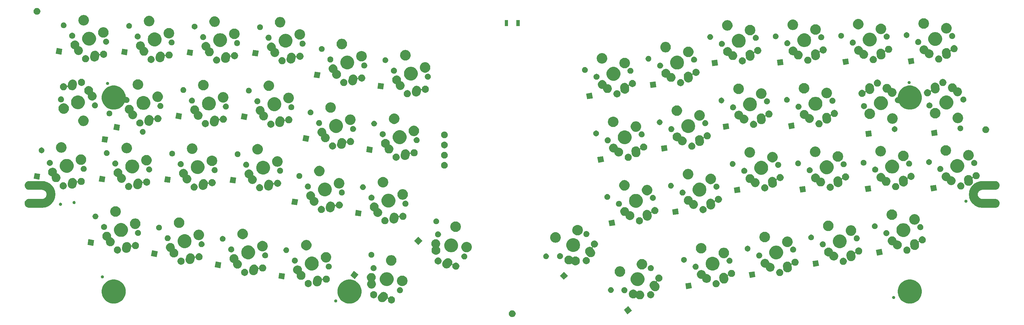
<source format=gbr>
G04 #@! TF.GenerationSoftware,KiCad,Pcbnew,(5.1.5-0-10_14)*
G04 #@! TF.CreationDate,2021-08-13T14:55:44-04:00*
G04 #@! TF.ProjectId,Laptreus-v3,4c617074-7265-4757-932d-76332e6b6963,rev?*
G04 #@! TF.SameCoordinates,Original*
G04 #@! TF.FileFunction,Soldermask,Bot*
G04 #@! TF.FilePolarity,Negative*
%FSLAX46Y46*%
G04 Gerber Fmt 4.6, Leading zero omitted, Abs format (unit mm)*
G04 Created by KiCad (PCBNEW (5.1.5-0-10_14)) date 2021-08-13 14:55:44*
%MOMM*%
%LPD*%
G04 APERTURE LIST*
%ADD10C,0.100000*%
G04 APERTURE END LIST*
D10*
G36*
X147819372Y-127790179D02*
G01*
X147883771Y-127802989D01*
X148065760Y-127878371D01*
X148229545Y-127987809D01*
X148368833Y-128127097D01*
X148478271Y-128290882D01*
X148553653Y-128472871D01*
X148592082Y-128666069D01*
X148592082Y-128863051D01*
X148553653Y-129056249D01*
X148478271Y-129238238D01*
X148368833Y-129402023D01*
X148229545Y-129541311D01*
X148065760Y-129650749D01*
X147883771Y-129726131D01*
X147819372Y-129738941D01*
X147690575Y-129764560D01*
X147493589Y-129764560D01*
X147364792Y-129738941D01*
X147300393Y-129726131D01*
X147118404Y-129650749D01*
X146954619Y-129541311D01*
X146815331Y-129402023D01*
X146705893Y-129238238D01*
X146630511Y-129056249D01*
X146592082Y-128863051D01*
X146592082Y-128666069D01*
X146630511Y-128472871D01*
X146705893Y-128290882D01*
X146815331Y-128127097D01*
X146954619Y-127987809D01*
X147118404Y-127878371D01*
X147300393Y-127802989D01*
X147364792Y-127790179D01*
X147493589Y-127764560D01*
X147690575Y-127764560D01*
X147819372Y-127790179D01*
G37*
G36*
X182906969Y-127853824D02*
G01*
X181603161Y-128947848D01*
X180509137Y-127644040D01*
X181812945Y-126550016D01*
X182906969Y-127853824D01*
G37*
G36*
X265912443Y-118796770D02*
G01*
X265973042Y-118821871D01*
X266558685Y-119064452D01*
X267140287Y-119453066D01*
X267634898Y-119947677D01*
X268023512Y-120529279D01*
X268162118Y-120863904D01*
X268291194Y-121175521D01*
X268427656Y-121861564D01*
X268427656Y-122561052D01*
X268291194Y-123247095D01*
X268248797Y-123349451D01*
X268023512Y-123893337D01*
X267634898Y-124474939D01*
X267140287Y-124969550D01*
X266558685Y-125358164D01*
X266241795Y-125489424D01*
X265912443Y-125625846D01*
X265226400Y-125762308D01*
X264526912Y-125762308D01*
X263840869Y-125625846D01*
X263511517Y-125489424D01*
X263194627Y-125358164D01*
X262613025Y-124969550D01*
X262118414Y-124474939D01*
X261729800Y-123893337D01*
X261504515Y-123349451D01*
X261462118Y-123247095D01*
X261325656Y-122561052D01*
X261325656Y-121861564D01*
X261462118Y-121175521D01*
X261591194Y-120863904D01*
X261729800Y-120529279D01*
X262118414Y-119947677D01*
X262613025Y-119453066D01*
X263194627Y-119064452D01*
X263780270Y-118821871D01*
X263840869Y-118796770D01*
X264526912Y-118660308D01*
X265226400Y-118660308D01*
X265912443Y-118796770D01*
G37*
G36*
X100612443Y-118796770D02*
G01*
X100673042Y-118821871D01*
X101258685Y-119064452D01*
X101840287Y-119453066D01*
X102334898Y-119947677D01*
X102723512Y-120529279D01*
X102862118Y-120863904D01*
X102991194Y-121175521D01*
X103127656Y-121861564D01*
X103127656Y-122561052D01*
X102991194Y-123247095D01*
X102948797Y-123349451D01*
X102723512Y-123893337D01*
X102334898Y-124474939D01*
X101840287Y-124969550D01*
X101258685Y-125358164D01*
X100941795Y-125489424D01*
X100612443Y-125625846D01*
X99926400Y-125762308D01*
X99226912Y-125762308D01*
X98540869Y-125625846D01*
X98211517Y-125489424D01*
X97894627Y-125358164D01*
X97313025Y-124969550D01*
X96818414Y-124474939D01*
X96429800Y-123893337D01*
X96204515Y-123349451D01*
X96162118Y-123247095D01*
X96025656Y-122561052D01*
X96025656Y-121861564D01*
X96162118Y-121175521D01*
X96291194Y-120863904D01*
X96429800Y-120529279D01*
X96818414Y-119947677D01*
X97313025Y-119453066D01*
X97894627Y-119064452D01*
X98480270Y-118821871D01*
X98540869Y-118796770D01*
X99226912Y-118660308D01*
X99926400Y-118660308D01*
X100612443Y-118796770D01*
G37*
G36*
X31062443Y-118796770D02*
G01*
X31123042Y-118821871D01*
X31708685Y-119064452D01*
X32290287Y-119453066D01*
X32784898Y-119947677D01*
X33173512Y-120529279D01*
X33312118Y-120863904D01*
X33441194Y-121175521D01*
X33577656Y-121861564D01*
X33577656Y-122561052D01*
X33441194Y-123247095D01*
X33398797Y-123349451D01*
X33173512Y-123893337D01*
X32784898Y-124474939D01*
X32290287Y-124969550D01*
X31708685Y-125358164D01*
X31391795Y-125489424D01*
X31062443Y-125625846D01*
X30376400Y-125762308D01*
X29676912Y-125762308D01*
X28990869Y-125625846D01*
X28661517Y-125489424D01*
X28344627Y-125358164D01*
X27763025Y-124969550D01*
X27268414Y-124474939D01*
X26879800Y-123893337D01*
X26654515Y-123349451D01*
X26612118Y-123247095D01*
X26475656Y-122561052D01*
X26475656Y-121861564D01*
X26612118Y-121175521D01*
X26741194Y-120863904D01*
X26879800Y-120529279D01*
X27268414Y-119947677D01*
X27763025Y-119453066D01*
X28344627Y-119064452D01*
X28930270Y-118821871D01*
X28990869Y-118796770D01*
X29676912Y-118660308D01*
X30376400Y-118660308D01*
X31062443Y-118796770D01*
G37*
G36*
X109842997Y-122340242D02*
G01*
X109859337Y-122341535D01*
X109982648Y-122376370D01*
X110105960Y-122411206D01*
X110182057Y-122450021D01*
X110334252Y-122527652D01*
X110535438Y-122686398D01*
X110701790Y-122881343D01*
X110826914Y-123104997D01*
X110826914Y-123104998D01*
X110906000Y-123348763D01*
X110936011Y-123603276D01*
X110915793Y-123858747D01*
X110890174Y-123949431D01*
X110885856Y-123973552D01*
X110886326Y-123998052D01*
X110891567Y-124021989D01*
X110901377Y-124044443D01*
X110915379Y-124064553D01*
X110933036Y-124081544D01*
X110953668Y-124094764D01*
X110976482Y-124103705D01*
X111000603Y-124108023D01*
X111025103Y-124107553D01*
X111049040Y-124102312D01*
X111071494Y-124092502D01*
X111091604Y-124078500D01*
X111114398Y-124052860D01*
X111147656Y-124003086D01*
X111294048Y-123856694D01*
X111459158Y-123746371D01*
X111466186Y-123741675D01*
X111466188Y-123741674D01*
X111657457Y-123662448D01*
X111860505Y-123622059D01*
X112067537Y-123622059D01*
X112270585Y-123662448D01*
X112461854Y-123741674D01*
X112461856Y-123741675D01*
X112633994Y-123856694D01*
X112780386Y-124003086D01*
X112885277Y-124160066D01*
X112895406Y-124175226D01*
X112974632Y-124366495D01*
X113015021Y-124569543D01*
X113015021Y-124776575D01*
X112974632Y-124979623D01*
X112921642Y-125107552D01*
X112895405Y-125170894D01*
X112780386Y-125343032D01*
X112633994Y-125489424D01*
X112461856Y-125604443D01*
X112461855Y-125604444D01*
X112461854Y-125604444D01*
X112270585Y-125683670D01*
X112067537Y-125724059D01*
X111860505Y-125724059D01*
X111657457Y-125683670D01*
X111466188Y-125604444D01*
X111466187Y-125604444D01*
X111466186Y-125604443D01*
X111294048Y-125489424D01*
X111147656Y-125343032D01*
X111032637Y-125170894D01*
X111006400Y-125107552D01*
X110953410Y-124979623D01*
X110913021Y-124776575D01*
X110913021Y-124569543D01*
X110936077Y-124453631D01*
X110938479Y-124429245D01*
X110936077Y-124404859D01*
X110928964Y-124381410D01*
X110917413Y-124359799D01*
X110901867Y-124340857D01*
X110882925Y-124325312D01*
X110861315Y-124313761D01*
X110837866Y-124306648D01*
X110813480Y-124304246D01*
X110789094Y-124306648D01*
X110765645Y-124313761D01*
X110744034Y-124325312D01*
X110725092Y-124340858D01*
X110715356Y-124351809D01*
X110610706Y-124484438D01*
X110119908Y-124994452D01*
X109973810Y-125119121D01*
X109881267Y-125170894D01*
X109750155Y-125244245D01*
X109506390Y-125323331D01*
X109251877Y-125353342D01*
X109012745Y-125334416D01*
X108996405Y-125333123D01*
X108873094Y-125298288D01*
X108749782Y-125263452D01*
X108635637Y-125205229D01*
X108521491Y-125147006D01*
X108320304Y-124988260D01*
X108153952Y-124793315D01*
X108060172Y-124625686D01*
X108028828Y-124569660D01*
X107949742Y-124325895D01*
X107919731Y-124071382D01*
X107939950Y-123815911D01*
X107960922Y-123741675D01*
X107994713Y-123622059D01*
X108009621Y-123569287D01*
X108126067Y-123340996D01*
X108200159Y-123247095D01*
X108245036Y-123190220D01*
X108735834Y-122680206D01*
X108881932Y-122555537D01*
X109105586Y-122430413D01*
X109349351Y-122351327D01*
X109603864Y-122321316D01*
X109842997Y-122340242D01*
G37*
G36*
X95641552Y-124542331D02*
G01*
X95723627Y-124576328D01*
X95723629Y-124576329D01*
X95760813Y-124601175D01*
X95797495Y-124625685D01*
X95860315Y-124688505D01*
X95909672Y-124762373D01*
X95943669Y-124844448D01*
X95961000Y-124931579D01*
X95961000Y-125020421D01*
X95943669Y-125107552D01*
X95909672Y-125189627D01*
X95860344Y-125263452D01*
X95860314Y-125263496D01*
X95797496Y-125326314D01*
X95723629Y-125375671D01*
X95723628Y-125375672D01*
X95723627Y-125375672D01*
X95641552Y-125409669D01*
X95554421Y-125427000D01*
X95465579Y-125427000D01*
X95378448Y-125409669D01*
X95296373Y-125375672D01*
X95296372Y-125375672D01*
X95296371Y-125375671D01*
X95222504Y-125326314D01*
X95159686Y-125263496D01*
X95159657Y-125263452D01*
X95110328Y-125189627D01*
X95076331Y-125107552D01*
X95059000Y-125020421D01*
X95059000Y-124931579D01*
X95076331Y-124844448D01*
X95110328Y-124762373D01*
X95159685Y-124688505D01*
X95222505Y-124625685D01*
X95259187Y-124601175D01*
X95296371Y-124576329D01*
X95296373Y-124576328D01*
X95378448Y-124542331D01*
X95465579Y-124525000D01*
X95554421Y-124525000D01*
X95641552Y-124542331D01*
G37*
G36*
X183669940Y-121693936D02*
G01*
X183906706Y-121792008D01*
X183906708Y-121792009D01*
X184053799Y-121890292D01*
X184119792Y-121934387D01*
X184301007Y-122115602D01*
X184307029Y-122124615D01*
X184322574Y-122143557D01*
X184341516Y-122159103D01*
X184363126Y-122170654D01*
X184386575Y-122177768D01*
X184410961Y-122180170D01*
X184435347Y-122177769D01*
X184458796Y-122170656D01*
X184480409Y-122159104D01*
X184527434Y-122127683D01*
X184616186Y-122068381D01*
X184616188Y-122068380D01*
X184852954Y-121970308D01*
X185104302Y-121920312D01*
X185360580Y-121920312D01*
X185611928Y-121970308D01*
X185848694Y-122068380D01*
X185848696Y-122068381D01*
X186061780Y-122210759D01*
X186242994Y-122391973D01*
X186382455Y-122600691D01*
X186385373Y-122605059D01*
X186483445Y-122841825D01*
X186533441Y-123093173D01*
X186533441Y-123349451D01*
X186483445Y-123600799D01*
X186453743Y-123672505D01*
X186385372Y-123837567D01*
X186242994Y-124050651D01*
X186061780Y-124231865D01*
X185848696Y-124374243D01*
X185848695Y-124374244D01*
X185848694Y-124374244D01*
X185611928Y-124472316D01*
X185360580Y-124522312D01*
X185104302Y-124522312D01*
X184852954Y-124472316D01*
X184616188Y-124374244D01*
X184616187Y-124374244D01*
X184616186Y-124374243D01*
X184403102Y-124231865D01*
X184221888Y-124050651D01*
X184215865Y-124041637D01*
X184200320Y-124022695D01*
X184181378Y-124007149D01*
X184159768Y-123995598D01*
X184136319Y-123988484D01*
X184111933Y-123986082D01*
X184087547Y-123988483D01*
X184064098Y-123995596D01*
X184042485Y-124007148D01*
X184020274Y-124021989D01*
X183906708Y-124097871D01*
X183906707Y-124097872D01*
X183906706Y-124097872D01*
X183669940Y-124195944D01*
X183418592Y-124245940D01*
X183162314Y-124245940D01*
X182910966Y-124195944D01*
X182674200Y-124097872D01*
X182674199Y-124097872D01*
X182674198Y-124097871D01*
X182461114Y-123955493D01*
X182279900Y-123774279D01*
X182137522Y-123561195D01*
X182092705Y-123452997D01*
X182039449Y-123324427D01*
X181989453Y-123073079D01*
X181989453Y-122816801D01*
X182039449Y-122565453D01*
X182137521Y-122328687D01*
X182137945Y-122328053D01*
X182279900Y-122115601D01*
X182461114Y-121934387D01*
X182674198Y-121792009D01*
X182674200Y-121792008D01*
X182910966Y-121693936D01*
X183162314Y-121643940D01*
X183418592Y-121643940D01*
X183669940Y-121693936D01*
G37*
G36*
X260233552Y-123526331D02*
G01*
X260315627Y-123560328D01*
X260315629Y-123560329D01*
X260316922Y-123561193D01*
X260376198Y-123600800D01*
X260389496Y-123609686D01*
X260452314Y-123672504D01*
X260498533Y-123741674D01*
X260501672Y-123746373D01*
X260535669Y-123828448D01*
X260553000Y-123915579D01*
X260553000Y-124004421D01*
X260535669Y-124091552D01*
X260501672Y-124173627D01*
X260452315Y-124247495D01*
X260389495Y-124310315D01*
X260367050Y-124325312D01*
X260315629Y-124359671D01*
X260315628Y-124359672D01*
X260315627Y-124359672D01*
X260233552Y-124393669D01*
X260146421Y-124411000D01*
X260057579Y-124411000D01*
X259970448Y-124393669D01*
X259888373Y-124359672D01*
X259888372Y-124359672D01*
X259888371Y-124359671D01*
X259836950Y-124325312D01*
X259814505Y-124310315D01*
X259751685Y-124247495D01*
X259702328Y-124173627D01*
X259668331Y-124091552D01*
X259651000Y-124004421D01*
X259651000Y-123915579D01*
X259668331Y-123828448D01*
X259702328Y-123746373D01*
X259705468Y-123741674D01*
X259751686Y-123672504D01*
X259814504Y-123609686D01*
X259827803Y-123600800D01*
X259887078Y-123561193D01*
X259888371Y-123560329D01*
X259888373Y-123560328D01*
X259970448Y-123526331D01*
X260057579Y-123509000D01*
X260146421Y-123509000D01*
X260233552Y-123526331D01*
G37*
G36*
X188739692Y-122135822D02*
G01*
X188930961Y-122215048D01*
X188930963Y-122215049D01*
X189103101Y-122330068D01*
X189249493Y-122476460D01*
X189363166Y-122646583D01*
X189364513Y-122648600D01*
X189443739Y-122839869D01*
X189484128Y-123042917D01*
X189484128Y-123249949D01*
X189443739Y-123452997D01*
X189365347Y-123642253D01*
X189364512Y-123644268D01*
X189249493Y-123816406D01*
X189103101Y-123962798D01*
X188930963Y-124077817D01*
X188930962Y-124077818D01*
X188930961Y-124077818D01*
X188739692Y-124157044D01*
X188536644Y-124197433D01*
X188329612Y-124197433D01*
X188126564Y-124157044D01*
X187935295Y-124077818D01*
X187935294Y-124077818D01*
X187935293Y-124077817D01*
X187763155Y-123962798D01*
X187616763Y-123816406D01*
X187501744Y-123644268D01*
X187500909Y-123642253D01*
X187422517Y-123452997D01*
X187382128Y-123249949D01*
X187382128Y-123042917D01*
X187422517Y-122839869D01*
X187501743Y-122648600D01*
X187503091Y-122646583D01*
X187616763Y-122476460D01*
X187763155Y-122330068D01*
X187935293Y-122215049D01*
X187935295Y-122215048D01*
X188126564Y-122135822D01*
X188329612Y-122095433D01*
X188536644Y-122095433D01*
X188739692Y-122135822D01*
G37*
G36*
X107026230Y-122133807D02*
G01*
X107138160Y-122180170D01*
X107217501Y-122213034D01*
X107389639Y-122328053D01*
X107536031Y-122474445D01*
X107636486Y-122624786D01*
X107651051Y-122646585D01*
X107730277Y-122837854D01*
X107770666Y-123040902D01*
X107770666Y-123247934D01*
X107730277Y-123450982D01*
X107667196Y-123603274D01*
X107651050Y-123642253D01*
X107536031Y-123814391D01*
X107389639Y-123960783D01*
X107217501Y-124075802D01*
X107217500Y-124075803D01*
X107217499Y-124075803D01*
X107026230Y-124155029D01*
X106823182Y-124195418D01*
X106616150Y-124195418D01*
X106413102Y-124155029D01*
X106221833Y-124075803D01*
X106221832Y-124075803D01*
X106221831Y-124075802D01*
X106049693Y-123960783D01*
X105903301Y-123814391D01*
X105788282Y-123642253D01*
X105772136Y-123603274D01*
X105709055Y-123450982D01*
X105668666Y-123247934D01*
X105668666Y-123040902D01*
X105709055Y-122837854D01*
X105788281Y-122646585D01*
X105802847Y-122624786D01*
X105903301Y-122474445D01*
X106049693Y-122328053D01*
X106221831Y-122213034D01*
X106301172Y-122180170D01*
X106413102Y-122133807D01*
X106616150Y-122093418D01*
X106823182Y-122093418D01*
X107026230Y-122133807D01*
G37*
G36*
X180859335Y-120946867D02*
G01*
X180943333Y-120963575D01*
X181010121Y-120991240D01*
X181104573Y-121030363D01*
X181104574Y-121030364D01*
X181249688Y-121127326D01*
X181373097Y-121250735D01*
X181395554Y-121284345D01*
X181470060Y-121395850D01*
X181509183Y-121490302D01*
X181536014Y-121555076D01*
X181536848Y-121557091D01*
X181570496Y-121726249D01*
X181570896Y-121728264D01*
X181570896Y-121902790D01*
X181536848Y-122073964D01*
X181511225Y-122135822D01*
X181470060Y-122235204D01*
X181470059Y-122235205D01*
X181373097Y-122380319D01*
X181249688Y-122503728D01*
X181213461Y-122527934D01*
X181104573Y-122600691D01*
X181046402Y-122624786D01*
X180943333Y-122667479D01*
X180886275Y-122678828D01*
X180772161Y-122701527D01*
X180597631Y-122701527D01*
X180483517Y-122678828D01*
X180426459Y-122667479D01*
X180323390Y-122624786D01*
X180265219Y-122600691D01*
X180156331Y-122527934D01*
X180120104Y-122503728D01*
X179996695Y-122380319D01*
X179899733Y-122235205D01*
X179899732Y-122235204D01*
X179858567Y-122135822D01*
X179832944Y-122073964D01*
X179798896Y-121902790D01*
X179798896Y-121728264D01*
X179799297Y-121726249D01*
X179832944Y-121557091D01*
X179833779Y-121555076D01*
X179860609Y-121490302D01*
X179899732Y-121395850D01*
X179974238Y-121284345D01*
X179996695Y-121250735D01*
X180120104Y-121127326D01*
X180265218Y-121030364D01*
X180265219Y-121030363D01*
X180359671Y-120991240D01*
X180426459Y-120963575D01*
X180510457Y-120946867D01*
X180597631Y-120929527D01*
X180772161Y-120929527D01*
X180859335Y-120946867D01*
G37*
G36*
X114652467Y-120946867D02*
G01*
X114726335Y-120961560D01*
X114793123Y-120989225D01*
X114887575Y-121028348D01*
X114890592Y-121030364D01*
X115032690Y-121125311D01*
X115156099Y-121248720D01*
X115194612Y-121306359D01*
X115253062Y-121393835D01*
X115292185Y-121488287D01*
X115307624Y-121525558D01*
X115319850Y-121555076D01*
X115353898Y-121726247D01*
X115353898Y-121900777D01*
X115344136Y-121949853D01*
X115319850Y-122071949D01*
X115301768Y-122115602D01*
X115253062Y-122233189D01*
X115251715Y-122235205D01*
X115156099Y-122378304D01*
X115032690Y-122501713D01*
X114993449Y-122527933D01*
X114887575Y-122598676D01*
X114793123Y-122637799D01*
X114726335Y-122665464D01*
X114669277Y-122676813D01*
X114555163Y-122699512D01*
X114380633Y-122699512D01*
X114266519Y-122676813D01*
X114209461Y-122665464D01*
X114142673Y-122637799D01*
X114048221Y-122598676D01*
X113942347Y-122527933D01*
X113903106Y-122501713D01*
X113779697Y-122378304D01*
X113684081Y-122235205D01*
X113682734Y-122233189D01*
X113634028Y-122115602D01*
X113615946Y-122071949D01*
X113591660Y-121949853D01*
X113581898Y-121900777D01*
X113581898Y-121726247D01*
X113615946Y-121555076D01*
X113628173Y-121525558D01*
X113643611Y-121488287D01*
X113682734Y-121393835D01*
X113741184Y-121306359D01*
X113779697Y-121248720D01*
X113903106Y-121125311D01*
X114045204Y-121030364D01*
X114048221Y-121028348D01*
X114142673Y-120989225D01*
X114209461Y-120961560D01*
X114283329Y-120946867D01*
X114380633Y-120927512D01*
X114555163Y-120927512D01*
X114652467Y-120946867D01*
G37*
G36*
X176942537Y-120955489D02*
G01*
X177097409Y-121019639D01*
X177236790Y-121112771D01*
X177355324Y-121231305D01*
X177448456Y-121370686D01*
X177512606Y-121525558D01*
X177545309Y-121689970D01*
X177545309Y-121857602D01*
X177512606Y-122022014D01*
X177448456Y-122176886D01*
X177355324Y-122316267D01*
X177236790Y-122434801D01*
X177097409Y-122527933D01*
X176942537Y-122592083D01*
X176778125Y-122624786D01*
X176610493Y-122624786D01*
X176446081Y-122592083D01*
X176291209Y-122527933D01*
X176151828Y-122434801D01*
X176033294Y-122316267D01*
X175940162Y-122176886D01*
X175876012Y-122022014D01*
X175843309Y-121857602D01*
X175843309Y-121689970D01*
X175876012Y-121525558D01*
X175940162Y-121370686D01*
X176033294Y-121231305D01*
X176151828Y-121112771D01*
X176291209Y-121019639D01*
X176446081Y-120955489D01*
X176610493Y-120922786D01*
X176778125Y-120922786D01*
X176942537Y-120955489D01*
G37*
G36*
X191155782Y-117236587D02*
G01*
X191347051Y-117315813D01*
X191347053Y-117315814D01*
X191519191Y-117430833D01*
X191665583Y-117577225D01*
X191777097Y-117744117D01*
X191780603Y-117749365D01*
X191859829Y-117940634D01*
X191900218Y-118143682D01*
X191900218Y-118350714D01*
X191859829Y-118553762D01*
X191799023Y-118700560D01*
X191780602Y-118745033D01*
X191665583Y-118917171D01*
X191519191Y-119063563D01*
X191347053Y-119178582D01*
X191347052Y-119178583D01*
X191347051Y-119178583D01*
X191155782Y-119257809D01*
X190952734Y-119298198D01*
X190745702Y-119298198D01*
X190542653Y-119257809D01*
X190457093Y-119222369D01*
X190433644Y-119215256D01*
X190409258Y-119212854D01*
X190384871Y-119215256D01*
X190361423Y-119222369D01*
X190339812Y-119233920D01*
X190320870Y-119249466D01*
X190305325Y-119268408D01*
X190293774Y-119290018D01*
X190286661Y-119313467D01*
X190284259Y-119337853D01*
X190286661Y-119362240D01*
X190293774Y-119385688D01*
X190305325Y-119407299D01*
X190315966Y-119421046D01*
X190428462Y-119547198D01*
X190845501Y-120119101D01*
X190929264Y-120261446D01*
X190942908Y-120284632D01*
X191027292Y-120526611D01*
X191039031Y-120610399D01*
X191062848Y-120780407D01*
X191048207Y-121036262D01*
X190983934Y-121284345D01*
X190873899Y-121512218D01*
X190872496Y-121515123D01*
X190740619Y-121689971D01*
X190718176Y-121719726D01*
X190526907Y-121890291D01*
X190390927Y-121970309D01*
X190306037Y-122020263D01*
X190064053Y-122104649D01*
X189810259Y-122140205D01*
X189810257Y-122140205D01*
X189554402Y-122125564D01*
X189306320Y-122061291D01*
X189075542Y-121949853D01*
X188996574Y-121890292D01*
X188870940Y-121795534D01*
X188867797Y-121792009D01*
X188743113Y-121652190D01*
X188743111Y-121652188D01*
X188326076Y-121080291D01*
X188326073Y-121080287D01*
X188228668Y-120914760D01*
X188228667Y-120914759D01*
X188228666Y-120914756D01*
X188144282Y-120672776D01*
X188108726Y-120418982D01*
X188123367Y-120163126D01*
X188131043Y-120133498D01*
X188187640Y-119915043D01*
X188299078Y-119684265D01*
X188393819Y-119558654D01*
X188453397Y-119479663D01*
X188453398Y-119479662D01*
X188644667Y-119309097D01*
X188865537Y-119179125D01*
X189107521Y-119094739D01*
X189198208Y-119082034D01*
X189361315Y-119059183D01*
X189361317Y-119059183D01*
X189617171Y-119073824D01*
X189865254Y-119138097D01*
X189951958Y-119179964D01*
X189974955Y-119188403D01*
X189999164Y-119192194D01*
X190023648Y-119191189D01*
X190047465Y-119185427D01*
X190069700Y-119175129D01*
X190089499Y-119160692D01*
X190106101Y-119142669D01*
X190118868Y-119121753D01*
X190127309Y-119098749D01*
X190131100Y-119074540D01*
X190130095Y-119050056D01*
X190124333Y-119026239D01*
X190114035Y-119004004D01*
X190094693Y-118979011D01*
X190032853Y-118917171D01*
X189979563Y-118837417D01*
X189917834Y-118745033D01*
X189899413Y-118700560D01*
X189838607Y-118553762D01*
X189798218Y-118350714D01*
X189798218Y-118143682D01*
X189838607Y-117940634D01*
X189917833Y-117749365D01*
X189921340Y-117744117D01*
X190032853Y-117577225D01*
X190179245Y-117430833D01*
X190351383Y-117315814D01*
X190351385Y-117315813D01*
X190542654Y-117236587D01*
X190745702Y-117196198D01*
X190952734Y-117196198D01*
X191155782Y-117236587D01*
G37*
G36*
X200595363Y-121216669D02*
G01*
X198919220Y-121512218D01*
X198623671Y-119836075D01*
X200299814Y-119540526D01*
X200595363Y-121216669D01*
G37*
G36*
X106404569Y-116793879D02*
G01*
X106641335Y-116891951D01*
X106641337Y-116891952D01*
X106854421Y-117034330D01*
X107035635Y-117215544D01*
X107167571Y-117413000D01*
X107178014Y-117428630D01*
X107276086Y-117665396D01*
X107326082Y-117916744D01*
X107326082Y-118173022D01*
X107276086Y-118424370D01*
X107178357Y-118660308D01*
X107178013Y-118661138D01*
X107083696Y-118802294D01*
X107035633Y-118874225D01*
X107005648Y-118904211D01*
X106990103Y-118923153D01*
X106978552Y-118944763D01*
X106971440Y-118968212D01*
X106969038Y-118992599D01*
X106971440Y-119016985D01*
X106978554Y-119040434D01*
X106990105Y-119062044D01*
X107005649Y-119080985D01*
X107100684Y-119176020D01*
X107240780Y-119385688D01*
X107243063Y-119389106D01*
X107341135Y-119625872D01*
X107391131Y-119877220D01*
X107391131Y-120133498D01*
X107341135Y-120384846D01*
X107243063Y-120621612D01*
X107243062Y-120621614D01*
X107100684Y-120834698D01*
X106919470Y-121015912D01*
X106706386Y-121158290D01*
X106706385Y-121158291D01*
X106706384Y-121158291D01*
X106469618Y-121256363D01*
X106218270Y-121306359D01*
X105961992Y-121306359D01*
X105710644Y-121256363D01*
X105473878Y-121158291D01*
X105473877Y-121158291D01*
X105473876Y-121158290D01*
X105260792Y-121015912D01*
X105079578Y-120834698D01*
X104937200Y-120621614D01*
X104937199Y-120621612D01*
X104839127Y-120384846D01*
X104789131Y-120133498D01*
X104789131Y-119877220D01*
X104839127Y-119625872D01*
X104937199Y-119389106D01*
X104939483Y-119385688D01*
X105030503Y-119249466D01*
X105079579Y-119176018D01*
X105109563Y-119146035D01*
X105125109Y-119127093D01*
X105136660Y-119105483D01*
X105143774Y-119082034D01*
X105146176Y-119057648D01*
X105143774Y-119033261D01*
X105136662Y-119009812D01*
X105125111Y-118988202D01*
X105109565Y-118969258D01*
X105014529Y-118874222D01*
X104966468Y-118802294D01*
X104872151Y-118661138D01*
X104871807Y-118660308D01*
X104774078Y-118424370D01*
X104724082Y-118173022D01*
X104724082Y-117916744D01*
X104774078Y-117665396D01*
X104872150Y-117428630D01*
X104882594Y-117413000D01*
X105014529Y-117215544D01*
X105195743Y-117034330D01*
X105408827Y-116891952D01*
X105408829Y-116891951D01*
X105645595Y-116793879D01*
X105896943Y-116743883D01*
X106153221Y-116743883D01*
X106404569Y-116793879D01*
G37*
G36*
X208044578Y-118885256D02*
G01*
X208235847Y-118964482D01*
X208235849Y-118964483D01*
X208407987Y-119079502D01*
X208554379Y-119225894D01*
X208665839Y-119392705D01*
X208669399Y-119398034D01*
X208748625Y-119589303D01*
X208789014Y-119792351D01*
X208789014Y-119999383D01*
X208748625Y-120202431D01*
X208683790Y-120358957D01*
X208669398Y-120393702D01*
X208554379Y-120565840D01*
X208407987Y-120712232D01*
X208235849Y-120827251D01*
X208235848Y-120827252D01*
X208235847Y-120827252D01*
X208044578Y-120906478D01*
X207841530Y-120946867D01*
X207634498Y-120946867D01*
X207431450Y-120906478D01*
X207240181Y-120827252D01*
X207240180Y-120827252D01*
X207240179Y-120827251D01*
X207068041Y-120712232D01*
X206921649Y-120565840D01*
X206806630Y-120393702D01*
X206792238Y-120358957D01*
X206727403Y-120202431D01*
X206687014Y-119999383D01*
X206687014Y-119792351D01*
X206727403Y-119589303D01*
X206806629Y-119398034D01*
X206810190Y-119392705D01*
X206921649Y-119225894D01*
X207068041Y-119079502D01*
X207240179Y-118964483D01*
X207240181Y-118964482D01*
X207431450Y-118885256D01*
X207634498Y-118844867D01*
X207841530Y-118844867D01*
X208044578Y-118885256D01*
G37*
G36*
X87721270Y-118842683D02*
G01*
X87878508Y-118907813D01*
X87912541Y-118921910D01*
X88084679Y-119036929D01*
X88231071Y-119183321D01*
X88339692Y-119345883D01*
X88346091Y-119355461D01*
X88425317Y-119546730D01*
X88465706Y-119749778D01*
X88465706Y-119956810D01*
X88425317Y-120159858D01*
X88373634Y-120284632D01*
X88346090Y-120351129D01*
X88231071Y-120523267D01*
X88084679Y-120669659D01*
X87912541Y-120784678D01*
X87912540Y-120784679D01*
X87912539Y-120784679D01*
X87721270Y-120863905D01*
X87518222Y-120904294D01*
X87311190Y-120904294D01*
X87108142Y-120863905D01*
X86916873Y-120784679D01*
X86916872Y-120784679D01*
X86916871Y-120784678D01*
X86744733Y-120669659D01*
X86598341Y-120523267D01*
X86483322Y-120351129D01*
X86455778Y-120284632D01*
X86404095Y-120159858D01*
X86363706Y-119956810D01*
X86363706Y-119749778D01*
X86404095Y-119546730D01*
X86483321Y-119355461D01*
X86489721Y-119345883D01*
X86598341Y-119183321D01*
X86744733Y-119036929D01*
X86916871Y-118921910D01*
X86950904Y-118907813D01*
X87108142Y-118842683D01*
X87311190Y-118802294D01*
X87518222Y-118802294D01*
X87721270Y-118842683D01*
G37*
G36*
X93027335Y-117544347D02*
G01*
X93218604Y-117623573D01*
X93218606Y-117623574D01*
X93390744Y-117738593D01*
X93537136Y-117884985D01*
X93611015Y-117995552D01*
X93652156Y-118057125D01*
X93731382Y-118248394D01*
X93771771Y-118451442D01*
X93771771Y-118658474D01*
X93731382Y-118861522D01*
X93658726Y-119036929D01*
X93652155Y-119052793D01*
X93537136Y-119224931D01*
X93390744Y-119371323D01*
X93218606Y-119486342D01*
X93218605Y-119486343D01*
X93218604Y-119486343D01*
X93027335Y-119565569D01*
X92824287Y-119605958D01*
X92617255Y-119605958D01*
X92414207Y-119565569D01*
X92222938Y-119486343D01*
X92222937Y-119486343D01*
X92222936Y-119486342D01*
X92050798Y-119371323D01*
X91904406Y-119224931D01*
X91873437Y-119178583D01*
X91789386Y-119052792D01*
X91716973Y-118877969D01*
X91705422Y-118856359D01*
X91689877Y-118837417D01*
X91670935Y-118821871D01*
X91649324Y-118810320D01*
X91625876Y-118803207D01*
X91601489Y-118800805D01*
X91577103Y-118803207D01*
X91553654Y-118810320D01*
X91532044Y-118821871D01*
X91513102Y-118837416D01*
X91497556Y-118856358D01*
X91486005Y-118877969D01*
X91477793Y-118907808D01*
X91461913Y-119016985D01*
X91454455Y-119068266D01*
X91431335Y-119161690D01*
X91284420Y-119755347D01*
X91259834Y-119824679D01*
X91220230Y-119936364D01*
X91182701Y-119999381D01*
X91089103Y-120156550D01*
X90917538Y-120346924D01*
X90904110Y-120356942D01*
X90712132Y-120500170D01*
X90574296Y-120565840D01*
X90480774Y-120610398D01*
X90480772Y-120610398D01*
X90480771Y-120610399D01*
X90325389Y-120649789D01*
X90232357Y-120673373D01*
X89976428Y-120686674D01*
X89722823Y-120649790D01*
X89589237Y-120602419D01*
X89481284Y-120564138D01*
X89371192Y-120498575D01*
X89261098Y-120433011D01*
X89070724Y-120261446D01*
X89026696Y-120202432D01*
X88917478Y-120056040D01*
X88832081Y-119876800D01*
X88807250Y-119824682D01*
X88803305Y-119809119D01*
X88744276Y-119576269D01*
X88744275Y-119576265D01*
X88730974Y-119320336D01*
X88758616Y-119130276D01*
X88928652Y-118443193D01*
X88992841Y-118262178D01*
X89123969Y-118041990D01*
X89295533Y-117851616D01*
X89295534Y-117851616D01*
X89295535Y-117851614D01*
X89500937Y-117698372D01*
X89688102Y-117609199D01*
X89732298Y-117588142D01*
X89732300Y-117588142D01*
X89732301Y-117588141D01*
X89980711Y-117525168D01*
X90201643Y-117513686D01*
X90236643Y-117511867D01*
X90236644Y-117511867D01*
X90490251Y-117548751D01*
X90731788Y-117634402D01*
X90839202Y-117698371D01*
X90951974Y-117765530D01*
X91037206Y-117842341D01*
X91142350Y-117937095D01*
X91295592Y-118142497D01*
X91353324Y-118263671D01*
X91405822Y-118373858D01*
X91412711Y-118401034D01*
X91426486Y-118455371D01*
X91434806Y-118478419D01*
X91447464Y-118499401D01*
X91463971Y-118517510D01*
X91483694Y-118532051D01*
X91505876Y-118542465D01*
X91529662Y-118548352D01*
X91554140Y-118549485D01*
X91578369Y-118545820D01*
X91601417Y-118537500D01*
X91622399Y-118524842D01*
X91640508Y-118508335D01*
X91655049Y-118488612D01*
X91665463Y-118466430D01*
X91670249Y-118449040D01*
X91710160Y-118248394D01*
X91789386Y-118057125D01*
X91830528Y-117995552D01*
X91904406Y-117884985D01*
X92050798Y-117738593D01*
X92222936Y-117623574D01*
X92222938Y-117623573D01*
X92414207Y-117544347D01*
X92617255Y-117503958D01*
X92824287Y-117503958D01*
X93027335Y-117544347D01*
G37*
G36*
X115347155Y-117513685D02*
G01*
X115580112Y-117560023D01*
X115862376Y-117676940D01*
X116116407Y-117846678D01*
X116332443Y-118062714D01*
X116502181Y-118316745D01*
X116619098Y-118599009D01*
X116639298Y-118700560D01*
X116678702Y-118898658D01*
X116678702Y-119204180D01*
X116657833Y-119309096D01*
X116619098Y-119503829D01*
X116502181Y-119786093D01*
X116332443Y-120040124D01*
X116116407Y-120256160D01*
X115862376Y-120425898D01*
X115580112Y-120542815D01*
X115472914Y-120564138D01*
X115280463Y-120602419D01*
X114974941Y-120602419D01*
X114782490Y-120564138D01*
X114675292Y-120542815D01*
X114393028Y-120425898D01*
X114138997Y-120256160D01*
X113922961Y-120040124D01*
X113753223Y-119786093D01*
X113636306Y-119503829D01*
X113597571Y-119309096D01*
X113576702Y-119204180D01*
X113576702Y-118898658D01*
X113616106Y-118700560D01*
X113636306Y-118599009D01*
X113753223Y-118316745D01*
X113922961Y-118062714D01*
X114138997Y-117846678D01*
X114393028Y-117676940D01*
X114675292Y-117560023D01*
X114908249Y-117513685D01*
X114974941Y-117500419D01*
X115280463Y-117500419D01*
X115347155Y-117513685D01*
G37*
G36*
X185171765Y-116587513D02*
G01*
X185319751Y-116648811D01*
X185543221Y-116741375D01*
X185877521Y-116964748D01*
X186161820Y-117249047D01*
X186385193Y-117583347D01*
X186460655Y-117765530D01*
X186539055Y-117954803D01*
X186617492Y-118349135D01*
X186617492Y-118751197D01*
X186539055Y-119145529D01*
X186479205Y-119290018D01*
X186385193Y-119516985D01*
X186161820Y-119851285D01*
X185877521Y-120135584D01*
X185543221Y-120358957D01*
X185398307Y-120418982D01*
X185171765Y-120512819D01*
X184777433Y-120591256D01*
X184375371Y-120591256D01*
X183981039Y-120512819D01*
X183754497Y-120418982D01*
X183609583Y-120358957D01*
X183275283Y-120135584D01*
X182990984Y-119851285D01*
X182767611Y-119516985D01*
X182673599Y-119290018D01*
X182613749Y-119145529D01*
X182535312Y-118751197D01*
X182535312Y-118349135D01*
X182613749Y-117954803D01*
X182692149Y-117765530D01*
X182767611Y-117583347D01*
X182990984Y-117249047D01*
X183275283Y-116964748D01*
X183609583Y-116741375D01*
X183833053Y-116648811D01*
X183981039Y-116587513D01*
X184375371Y-116509076D01*
X184777433Y-116509076D01*
X185171765Y-116587513D01*
G37*
G36*
X111171755Y-116585498D02*
G01*
X111275247Y-116628366D01*
X111543211Y-116739360D01*
X111877511Y-116962733D01*
X112161810Y-117247032D01*
X112385183Y-117581332D01*
X112466028Y-117776509D01*
X112539045Y-117952788D01*
X112617482Y-118347120D01*
X112617482Y-118749182D01*
X112539045Y-119143514D01*
X112513916Y-119204180D01*
X112385183Y-119514970D01*
X112161810Y-119849270D01*
X111877511Y-120133569D01*
X111543211Y-120356942D01*
X111359563Y-120433011D01*
X111171755Y-120510804D01*
X110777423Y-120589241D01*
X110375361Y-120589241D01*
X109981029Y-120510804D01*
X109793221Y-120433011D01*
X109609573Y-120356942D01*
X109275273Y-120133569D01*
X108990974Y-119849270D01*
X108767601Y-119514970D01*
X108638868Y-119204180D01*
X108613739Y-119143514D01*
X108535302Y-118749182D01*
X108535302Y-118347120D01*
X108613739Y-117952788D01*
X108686756Y-117776509D01*
X108767601Y-117581332D01*
X108990974Y-117247032D01*
X109275273Y-116962733D01*
X109609573Y-116739360D01*
X109877537Y-116628366D01*
X109981029Y-116585498D01*
X110375361Y-116507061D01*
X110777423Y-116507061D01*
X111171755Y-116585498D01*
G37*
G36*
X212586591Y-115850439D02*
G01*
X212777860Y-115929665D01*
X212777862Y-115929666D01*
X212950000Y-116044685D01*
X213096392Y-116191077D01*
X213208855Y-116359389D01*
X213211412Y-116363217D01*
X213290638Y-116554486D01*
X213331027Y-116757534D01*
X213331027Y-116964566D01*
X213290638Y-117167614D01*
X213218491Y-117341792D01*
X213211411Y-117358885D01*
X213096392Y-117531023D01*
X212950000Y-117677415D01*
X212777862Y-117792434D01*
X212777861Y-117792435D01*
X212777860Y-117792435D01*
X212586591Y-117871661D01*
X212383543Y-117912050D01*
X212176511Y-117912050D01*
X211973463Y-117871661D01*
X211782194Y-117792435D01*
X211782193Y-117792435D01*
X211782192Y-117792434D01*
X211610054Y-117677415D01*
X211463658Y-117531019D01*
X211459365Y-117524594D01*
X211443820Y-117505652D01*
X211424878Y-117490107D01*
X211403267Y-117478556D01*
X211379818Y-117471443D01*
X211355432Y-117469041D01*
X211331046Y-117471443D01*
X211307597Y-117478556D01*
X211285987Y-117490108D01*
X211267045Y-117505653D01*
X211251500Y-117524595D01*
X211239949Y-117546206D01*
X211232836Y-117569655D01*
X211230434Y-117594041D01*
X211233041Y-117619435D01*
X211249424Y-117698371D01*
X211265641Y-117776509D01*
X211340856Y-118480300D01*
X211340856Y-118480305D01*
X211342449Y-118672358D01*
X211327567Y-118750557D01*
X211294538Y-118924113D01*
X211278207Y-118964482D01*
X211198432Y-119161687D01*
X211198430Y-119161690D01*
X211057827Y-119375944D01*
X210878120Y-119558655D01*
X210666225Y-119702794D01*
X210555404Y-119749778D01*
X210430278Y-119802827D01*
X210179352Y-119854905D01*
X209923088Y-119857030D01*
X209923084Y-119857030D01*
X209671333Y-119809120D01*
X209614406Y-119786091D01*
X209433759Y-119713014D01*
X209389951Y-119684265D01*
X209219502Y-119572409D01*
X209036794Y-119392705D01*
X209036792Y-119392703D01*
X208892652Y-119180806D01*
X208891710Y-119178583D01*
X208838378Y-119052791D01*
X208792619Y-118944860D01*
X208753590Y-118756808D01*
X208753589Y-118756803D01*
X208678374Y-118053011D01*
X208678283Y-118041990D01*
X208676781Y-117860954D01*
X208711710Y-117677415D01*
X208724692Y-117609199D01*
X208750927Y-117544347D01*
X208820798Y-117371625D01*
X208833345Y-117352506D01*
X208961403Y-117157368D01*
X209141110Y-116974657D01*
X209353005Y-116830518D01*
X209494468Y-116770543D01*
X209588952Y-116730485D01*
X209839878Y-116678407D01*
X210096142Y-116676281D01*
X210166190Y-116689612D01*
X210347897Y-116724192D01*
X210347900Y-116724193D01*
X210347899Y-116724193D01*
X210585471Y-116820298D01*
X210585474Y-116820300D01*
X210799728Y-116960903D01*
X210897398Y-117056968D01*
X210982438Y-117140609D01*
X210985946Y-117145766D01*
X211034476Y-117217108D01*
X211050177Y-117235921D01*
X211069248Y-117251308D01*
X211090953Y-117262680D01*
X211114460Y-117269598D01*
X211138866Y-117271798D01*
X211163231Y-117269194D01*
X211186620Y-117261886D01*
X211208134Y-117250156D01*
X211226947Y-117234455D01*
X211242334Y-117215384D01*
X211253706Y-117193679D01*
X211260624Y-117170172D01*
X211262824Y-117145766D01*
X211260426Y-117122417D01*
X211229027Y-116964566D01*
X211229027Y-116757534D01*
X211269416Y-116554486D01*
X211348642Y-116363217D01*
X211351200Y-116359389D01*
X211463662Y-116191077D01*
X211610054Y-116044685D01*
X211782192Y-115929666D01*
X211782194Y-115929665D01*
X211973463Y-115850439D01*
X212176511Y-115810050D01*
X212383543Y-115810050D01*
X212586591Y-115850439D01*
G37*
G36*
X203764561Y-115899027D02*
G01*
X204001327Y-115997099D01*
X204001329Y-115997100D01*
X204214413Y-116139478D01*
X204395627Y-116320692D01*
X204520155Y-116507061D01*
X204538006Y-116533778D01*
X204636078Y-116770544D01*
X204673516Y-116958757D01*
X204680629Y-116982206D01*
X204692180Y-117003817D01*
X204707725Y-117022759D01*
X204726667Y-117038304D01*
X204748278Y-117049855D01*
X204771727Y-117056968D01*
X204796113Y-117059370D01*
X205056837Y-117059370D01*
X205308185Y-117109366D01*
X205517815Y-117196198D01*
X205544953Y-117207439D01*
X205758037Y-117349817D01*
X205939251Y-117531031D01*
X206051065Y-117698372D01*
X206081630Y-117744117D01*
X206179702Y-117980883D01*
X206229698Y-118232231D01*
X206229698Y-118488509D01*
X206179702Y-118739857D01*
X206085114Y-118968212D01*
X206081629Y-118976625D01*
X205939251Y-119189709D01*
X205758037Y-119370923D01*
X205544953Y-119513301D01*
X205544952Y-119513302D01*
X205544951Y-119513302D01*
X205308185Y-119611374D01*
X205056837Y-119661370D01*
X204800559Y-119661370D01*
X204549211Y-119611374D01*
X204312445Y-119513302D01*
X204312444Y-119513302D01*
X204312443Y-119513301D01*
X204099359Y-119370923D01*
X203918145Y-119189709D01*
X203775767Y-118976625D01*
X203772282Y-118968212D01*
X203677694Y-118739857D01*
X203640256Y-118551644D01*
X203633143Y-118528195D01*
X203621592Y-118506584D01*
X203606047Y-118487642D01*
X203587105Y-118472097D01*
X203565494Y-118460546D01*
X203542045Y-118453433D01*
X203517659Y-118451031D01*
X203256935Y-118451031D01*
X203005587Y-118401035D01*
X202768821Y-118302963D01*
X202768820Y-118302963D01*
X202768819Y-118302962D01*
X202555735Y-118160584D01*
X202374521Y-117979370D01*
X202232143Y-117766286D01*
X202204012Y-117698372D01*
X202134070Y-117529518D01*
X202084074Y-117278170D01*
X202084074Y-117021892D01*
X202134070Y-116770544D01*
X202232142Y-116533778D01*
X202249994Y-116507061D01*
X202374521Y-116320692D01*
X202555735Y-116139478D01*
X202768819Y-115997100D01*
X202768821Y-115997099D01*
X203005587Y-115899027D01*
X203256935Y-115849031D01*
X203513213Y-115849031D01*
X203764561Y-115899027D01*
G37*
G36*
X164038332Y-117614235D02*
G01*
X162783486Y-118764089D01*
X161633632Y-117509243D01*
X162888478Y-116359389D01*
X164038332Y-117614235D01*
G37*
G36*
X84642898Y-114533255D02*
G01*
X84879664Y-114631327D01*
X84879666Y-114631328D01*
X85092750Y-114773706D01*
X85273964Y-114954920D01*
X85413733Y-115164099D01*
X85416343Y-115168006D01*
X85514415Y-115404772D01*
X85564411Y-115656120D01*
X85564411Y-115912398D01*
X85538423Y-116043049D01*
X85536021Y-116067435D01*
X85538423Y-116091821D01*
X85545536Y-116115270D01*
X85557087Y-116136881D01*
X85572632Y-116155823D01*
X85591574Y-116171368D01*
X85613185Y-116182919D01*
X85636633Y-116190032D01*
X85679471Y-116198553D01*
X85916236Y-116296625D01*
X85916238Y-116296626D01*
X86129322Y-116439004D01*
X86310536Y-116620218D01*
X86451054Y-116830518D01*
X86452915Y-116833304D01*
X86550987Y-117070070D01*
X86600983Y-117321418D01*
X86600983Y-117577696D01*
X86550987Y-117829044D01*
X86456513Y-118057123D01*
X86452914Y-118065812D01*
X86310536Y-118278896D01*
X86129322Y-118460110D01*
X85916238Y-118602488D01*
X85916237Y-118602489D01*
X85916236Y-118602489D01*
X85679470Y-118700561D01*
X85428122Y-118750557D01*
X85171844Y-118750557D01*
X84920496Y-118700561D01*
X84683730Y-118602489D01*
X84683729Y-118602489D01*
X84683728Y-118602488D01*
X84470644Y-118460110D01*
X84289430Y-118278896D01*
X84147052Y-118065812D01*
X84143453Y-118057123D01*
X84048979Y-117829044D01*
X83998983Y-117577696D01*
X83998983Y-117321418D01*
X84024971Y-117190767D01*
X84027373Y-117166381D01*
X84024971Y-117141995D01*
X84017858Y-117118546D01*
X84006307Y-117096935D01*
X83990762Y-117077993D01*
X83971820Y-117062448D01*
X83950209Y-117050897D01*
X83926761Y-117043784D01*
X83883923Y-117035263D01*
X83647158Y-116937191D01*
X83647157Y-116937191D01*
X83647156Y-116937190D01*
X83434072Y-116794812D01*
X83252858Y-116613598D01*
X83110480Y-116400514D01*
X83110479Y-116400512D01*
X83012407Y-116163746D01*
X82962411Y-115912398D01*
X82962411Y-115656120D01*
X83012407Y-115404772D01*
X83110479Y-115168006D01*
X83113090Y-115164099D01*
X83252858Y-114954920D01*
X83434072Y-114773706D01*
X83647156Y-114631328D01*
X83647158Y-114631327D01*
X83883924Y-114533255D01*
X84135272Y-114483259D01*
X84391550Y-114483259D01*
X84642898Y-114533255D01*
G37*
G36*
X80559798Y-116961812D02*
G01*
X80264249Y-118637955D01*
X78588106Y-118342406D01*
X78883655Y-116666263D01*
X80559798Y-116961812D01*
G37*
G36*
X102218223Y-117219040D02*
G01*
X101124199Y-118522848D01*
X99820391Y-117428824D01*
X100914415Y-116125016D01*
X102218223Y-117219040D01*
G37*
G36*
X26807552Y-117430331D02*
G01*
X26889627Y-117464328D01*
X26889629Y-117464329D01*
X26908115Y-117476681D01*
X26963495Y-117513685D01*
X27026315Y-117576505D01*
X27040998Y-117598480D01*
X27067986Y-117638869D01*
X27075672Y-117650373D01*
X27109669Y-117732448D01*
X27127000Y-117819579D01*
X27127000Y-117908421D01*
X27109669Y-117995552D01*
X27090433Y-118041991D01*
X27075671Y-118077629D01*
X27026314Y-118151496D01*
X26963496Y-118214314D01*
X26889629Y-118263671D01*
X26889628Y-118263672D01*
X26889627Y-118263672D01*
X26807552Y-118297669D01*
X26720421Y-118315000D01*
X26631579Y-118315000D01*
X26544448Y-118297669D01*
X26462373Y-118263672D01*
X26462372Y-118263672D01*
X26462371Y-118263671D01*
X26388504Y-118214314D01*
X26325686Y-118151496D01*
X26276329Y-118077629D01*
X26261567Y-118041991D01*
X26242331Y-117995552D01*
X26225000Y-117908421D01*
X26225000Y-117819579D01*
X26242331Y-117732448D01*
X26276328Y-117650373D01*
X26284015Y-117638869D01*
X26311002Y-117598480D01*
X26325685Y-117576505D01*
X26388505Y-117513685D01*
X26443885Y-117476681D01*
X26462371Y-117464329D01*
X26462373Y-117464328D01*
X26544448Y-117430331D01*
X26631579Y-117413000D01*
X26720421Y-117413000D01*
X26807552Y-117430331D01*
G37*
G36*
X219355951Y-117908671D02*
G01*
X217679808Y-118204220D01*
X217384259Y-116528077D01*
X219060402Y-116232528D01*
X219355951Y-117908671D01*
G37*
G36*
X179605886Y-114757813D02*
G01*
X179817698Y-114799945D01*
X180099962Y-114916862D01*
X180353993Y-115086600D01*
X180570029Y-115302636D01*
X180739767Y-115556667D01*
X180856684Y-115838931D01*
X180863923Y-115875324D01*
X180916288Y-116138580D01*
X180916288Y-116444102D01*
X180903364Y-116509076D01*
X180856684Y-116743751D01*
X180739767Y-117026015D01*
X180570029Y-117280046D01*
X180353993Y-117496082D01*
X180099962Y-117665820D01*
X179817698Y-117782737D01*
X179667873Y-117812539D01*
X179518049Y-117842341D01*
X179212527Y-117842341D01*
X179062703Y-117812539D01*
X178912878Y-117782737D01*
X178630614Y-117665820D01*
X178376583Y-117496082D01*
X178160547Y-117280046D01*
X177990809Y-117026015D01*
X177873892Y-116743751D01*
X177827212Y-116509076D01*
X177814288Y-116444102D01*
X177814288Y-116138580D01*
X177866653Y-115875324D01*
X177873892Y-115838931D01*
X177990809Y-115556667D01*
X178160547Y-115302636D01*
X178376583Y-115086600D01*
X178630614Y-114916862D01*
X178912878Y-114799945D01*
X179124690Y-114757813D01*
X179212527Y-114740341D01*
X179518049Y-114740341D01*
X179605886Y-114757813D01*
G37*
G36*
X226805162Y-115577258D02*
G01*
X226991197Y-115654316D01*
X226996433Y-115656485D01*
X227168571Y-115771504D01*
X227314963Y-115917896D01*
X227426423Y-116084707D01*
X227429983Y-116090036D01*
X227509209Y-116281305D01*
X227549598Y-116484353D01*
X227549598Y-116691385D01*
X227509209Y-116894433D01*
X227441885Y-117056968D01*
X227429982Y-117085704D01*
X227314963Y-117257842D01*
X227168571Y-117404234D01*
X226996433Y-117519253D01*
X226996432Y-117519254D01*
X226996431Y-117519254D01*
X226805162Y-117598480D01*
X226602114Y-117638869D01*
X226395082Y-117638869D01*
X226192034Y-117598480D01*
X226000765Y-117519254D01*
X226000764Y-117519254D01*
X226000763Y-117519253D01*
X225828625Y-117404234D01*
X225682233Y-117257842D01*
X225567214Y-117085704D01*
X225555311Y-117056968D01*
X225487987Y-116894433D01*
X225447598Y-116691385D01*
X225447598Y-116484353D01*
X225487987Y-116281305D01*
X225567213Y-116090036D01*
X225570774Y-116084707D01*
X225682233Y-115917896D01*
X225828625Y-115771504D01*
X226000763Y-115656485D01*
X226005999Y-115654316D01*
X226192034Y-115577258D01*
X226395082Y-115536869D01*
X226602114Y-115536869D01*
X226805162Y-115577258D01*
G37*
G36*
X68960682Y-115534686D02*
G01*
X69146717Y-115611744D01*
X69151953Y-115613913D01*
X69324091Y-115728932D01*
X69470483Y-115875324D01*
X69562034Y-116012339D01*
X69585503Y-116047464D01*
X69664729Y-116238733D01*
X69705118Y-116441781D01*
X69705118Y-116648813D01*
X69664729Y-116851861D01*
X69587502Y-117038304D01*
X69585502Y-117043132D01*
X69470483Y-117215270D01*
X69324091Y-117361662D01*
X69151953Y-117476681D01*
X69151952Y-117476682D01*
X69151951Y-117476682D01*
X68960682Y-117555908D01*
X68757634Y-117596297D01*
X68550602Y-117596297D01*
X68347554Y-117555908D01*
X68156285Y-117476682D01*
X68156284Y-117476682D01*
X68156283Y-117476681D01*
X67984145Y-117361662D01*
X67837753Y-117215270D01*
X67722734Y-117043132D01*
X67720734Y-117038304D01*
X67643507Y-116851861D01*
X67603118Y-116648813D01*
X67603118Y-116441781D01*
X67643507Y-116238733D01*
X67722733Y-116047464D01*
X67746203Y-116012339D01*
X67837753Y-115875324D01*
X67984145Y-115728932D01*
X68156283Y-115613913D01*
X68161519Y-115611744D01*
X68347554Y-115534686D01*
X68550602Y-115494297D01*
X68757634Y-115494297D01*
X68960682Y-115534686D01*
G37*
G36*
X74266747Y-114236350D02*
G01*
X74448040Y-114311444D01*
X74458018Y-114315577D01*
X74630156Y-114430596D01*
X74776548Y-114576988D01*
X74888819Y-114745013D01*
X74891568Y-114749128D01*
X74970794Y-114940397D01*
X75011183Y-115143445D01*
X75011183Y-115350477D01*
X74970794Y-115553525D01*
X74904911Y-115712580D01*
X74891567Y-115744796D01*
X74776548Y-115916934D01*
X74630156Y-116063326D01*
X74458018Y-116178345D01*
X74458017Y-116178346D01*
X74458016Y-116178346D01*
X74266747Y-116257572D01*
X74063699Y-116297961D01*
X73856667Y-116297961D01*
X73653619Y-116257572D01*
X73462350Y-116178346D01*
X73462349Y-116178346D01*
X73462348Y-116178345D01*
X73290210Y-116063326D01*
X73143818Y-115916934D01*
X73091698Y-115838931D01*
X73028798Y-115744795D01*
X72956385Y-115569972D01*
X72944834Y-115548362D01*
X72929289Y-115529420D01*
X72910347Y-115513874D01*
X72888736Y-115502323D01*
X72865288Y-115495210D01*
X72840901Y-115492808D01*
X72816515Y-115495210D01*
X72793066Y-115502323D01*
X72771456Y-115513874D01*
X72752514Y-115529419D01*
X72736968Y-115548361D01*
X72725417Y-115569972D01*
X72717205Y-115599811D01*
X72701703Y-115706392D01*
X72693867Y-115760269D01*
X72671761Y-115849595D01*
X72523832Y-116447350D01*
X72477276Y-116578638D01*
X72459642Y-116628367D01*
X72422114Y-116691383D01*
X72328515Y-116848553D01*
X72233982Y-116953450D01*
X72157512Y-117038304D01*
X72156950Y-117038927D01*
X72132768Y-117056968D01*
X71951544Y-117192173D01*
X71784418Y-117271798D01*
X71720186Y-117302401D01*
X71720184Y-117302401D01*
X71720183Y-117302402D01*
X71522537Y-117352506D01*
X71471769Y-117365376D01*
X71215840Y-117378677D01*
X70962235Y-117341793D01*
X70851150Y-117302401D01*
X70720696Y-117256141D01*
X70572045Y-117167615D01*
X70500510Y-117125014D01*
X70310136Y-116953449D01*
X70290679Y-116927369D01*
X70156890Y-116748043D01*
X70046661Y-116516682D01*
X69983688Y-116268272D01*
X69983687Y-116268268D01*
X69970386Y-116012339D01*
X69998028Y-115822279D01*
X70168064Y-115135196D01*
X70232253Y-114954181D01*
X70363381Y-114733993D01*
X70534945Y-114543619D01*
X70534946Y-114543619D01*
X70534947Y-114543617D01*
X70740349Y-114390375D01*
X70912927Y-114308152D01*
X70971710Y-114280145D01*
X70971712Y-114280145D01*
X70971713Y-114280144D01*
X71220123Y-114217171D01*
X71424869Y-114206530D01*
X71476055Y-114203870D01*
X71476056Y-114203870D01*
X71729663Y-114240754D01*
X71971200Y-114326405D01*
X72070410Y-114385488D01*
X72191386Y-114457533D01*
X72275410Y-114533255D01*
X72381762Y-114629098D01*
X72535004Y-114834500D01*
X72593089Y-114956416D01*
X72645234Y-115065861D01*
X72652123Y-115093036D01*
X72665898Y-115147374D01*
X72674218Y-115170422D01*
X72686876Y-115191404D01*
X72703383Y-115209513D01*
X72723106Y-115224054D01*
X72745288Y-115234468D01*
X72769074Y-115240355D01*
X72793552Y-115241488D01*
X72817781Y-115237823D01*
X72840829Y-115229503D01*
X72861811Y-115216845D01*
X72879920Y-115200338D01*
X72894461Y-115180615D01*
X72904875Y-115158433D01*
X72909661Y-115141043D01*
X72949572Y-114940397D01*
X73028798Y-114749128D01*
X73031548Y-114745013D01*
X73143818Y-114576988D01*
X73290210Y-114430596D01*
X73462348Y-114315577D01*
X73472326Y-114311444D01*
X73653619Y-114236350D01*
X73856667Y-114195961D01*
X74063699Y-114195961D01*
X74266747Y-114236350D01*
G37*
G36*
X231347175Y-112542441D02*
G01*
X231538444Y-112621667D01*
X231538446Y-112621668D01*
X231710584Y-112736687D01*
X231856976Y-112883079D01*
X231954056Y-113028369D01*
X231971996Y-113055219D01*
X232051222Y-113246488D01*
X232091611Y-113449536D01*
X232091611Y-113656568D01*
X232051222Y-113859616D01*
X231975918Y-114041416D01*
X231971995Y-114050887D01*
X231856976Y-114223025D01*
X231710584Y-114369417D01*
X231538446Y-114484436D01*
X231538445Y-114484437D01*
X231538444Y-114484437D01*
X231347175Y-114563663D01*
X231144127Y-114604052D01*
X230937095Y-114604052D01*
X230734047Y-114563663D01*
X230542778Y-114484437D01*
X230542777Y-114484437D01*
X230542776Y-114484436D01*
X230370638Y-114369417D01*
X230224242Y-114223021D01*
X230219949Y-114216596D01*
X230204404Y-114197654D01*
X230185462Y-114182109D01*
X230163851Y-114170558D01*
X230140402Y-114163445D01*
X230116016Y-114161043D01*
X230091630Y-114163445D01*
X230068181Y-114170558D01*
X230046571Y-114182110D01*
X230027629Y-114197655D01*
X230012084Y-114216597D01*
X230000533Y-114238208D01*
X229993420Y-114261657D01*
X229991018Y-114286043D01*
X229993625Y-114311437D01*
X230015136Y-114415082D01*
X230026225Y-114468511D01*
X230101440Y-115172302D01*
X230101440Y-115172307D01*
X230103033Y-115364360D01*
X230089790Y-115433945D01*
X230055122Y-115616115D01*
X230046222Y-115638115D01*
X229959016Y-115853689D01*
X229959014Y-115853692D01*
X229818411Y-116067946D01*
X229638704Y-116250657D01*
X229426809Y-116394796D01*
X229315981Y-116441783D01*
X229190862Y-116494829D01*
X228939936Y-116546907D01*
X228683672Y-116549032D01*
X228683668Y-116549032D01*
X228431917Y-116501122D01*
X228385503Y-116482346D01*
X228194343Y-116405016D01*
X228178770Y-116394796D01*
X227980086Y-116264411D01*
X227797378Y-116084707D01*
X227797376Y-116084705D01*
X227653236Y-115872808D01*
X227643753Y-115850440D01*
X227566670Y-115668627D01*
X227553203Y-115636862D01*
X227514174Y-115448810D01*
X227512585Y-115433943D01*
X227438958Y-114745013D01*
X227438360Y-114672884D01*
X227437365Y-114552956D01*
X227465160Y-114406903D01*
X227485276Y-114301201D01*
X227514603Y-114228705D01*
X227581382Y-114063627D01*
X227593929Y-114044508D01*
X227721987Y-113849370D01*
X227901694Y-113666659D01*
X228113589Y-113522520D01*
X228255052Y-113462545D01*
X228349536Y-113422487D01*
X228600462Y-113370409D01*
X228856726Y-113368283D01*
X228890276Y-113374668D01*
X229108481Y-113416194D01*
X229108484Y-113416195D01*
X229108483Y-113416195D01*
X229346055Y-113512300D01*
X229346058Y-113512302D01*
X229560312Y-113652905D01*
X229652335Y-113743416D01*
X229743022Y-113832611D01*
X229743023Y-113832613D01*
X229795060Y-113909110D01*
X229810761Y-113927923D01*
X229829832Y-113943310D01*
X229851537Y-113954682D01*
X229875044Y-113961600D01*
X229899450Y-113963800D01*
X229923815Y-113961196D01*
X229947204Y-113953888D01*
X229968718Y-113942158D01*
X229987531Y-113926457D01*
X230002918Y-113907386D01*
X230014290Y-113885681D01*
X230021208Y-113862174D01*
X230023408Y-113837768D01*
X230021010Y-113814419D01*
X229989611Y-113656568D01*
X229989611Y-113449536D01*
X230030000Y-113246488D01*
X230109226Y-113055219D01*
X230127167Y-113028369D01*
X230224246Y-112883079D01*
X230370638Y-112736687D01*
X230542776Y-112621668D01*
X230542778Y-112621667D01*
X230734047Y-112542441D01*
X230937095Y-112502052D01*
X231144127Y-112502052D01*
X231347175Y-112542441D01*
G37*
G36*
X222525145Y-112591029D02*
G01*
X222754188Y-112685902D01*
X222761913Y-112689102D01*
X222974997Y-112831480D01*
X223156211Y-113012694D01*
X223297329Y-113223892D01*
X223298590Y-113225780D01*
X223396662Y-113462546D01*
X223434100Y-113650759D01*
X223441213Y-113674208D01*
X223452764Y-113695819D01*
X223468309Y-113714761D01*
X223487251Y-113730306D01*
X223508862Y-113741857D01*
X223532311Y-113748970D01*
X223556697Y-113751372D01*
X223817421Y-113751372D01*
X224068769Y-113801368D01*
X224302039Y-113897992D01*
X224305537Y-113899441D01*
X224518621Y-114041819D01*
X224699835Y-114223033D01*
X224838686Y-114430838D01*
X224842214Y-114436119D01*
X224940286Y-114672885D01*
X224990282Y-114924233D01*
X224990282Y-115180511D01*
X224940286Y-115431859D01*
X224842214Y-115668625D01*
X224842213Y-115668627D01*
X224699835Y-115881711D01*
X224518621Y-116062925D01*
X224305537Y-116205303D01*
X224305536Y-116205304D01*
X224305535Y-116205304D01*
X224068769Y-116303376D01*
X223817421Y-116353372D01*
X223561143Y-116353372D01*
X223309795Y-116303376D01*
X223073029Y-116205304D01*
X223073028Y-116205304D01*
X223073027Y-116205303D01*
X222859943Y-116062925D01*
X222678729Y-115881711D01*
X222536351Y-115668627D01*
X222536350Y-115668625D01*
X222438278Y-115431859D01*
X222400840Y-115243646D01*
X222393727Y-115220197D01*
X222382176Y-115198586D01*
X222366631Y-115179644D01*
X222347689Y-115164099D01*
X222326078Y-115152548D01*
X222302629Y-115145435D01*
X222278243Y-115143033D01*
X222017519Y-115143033D01*
X221766171Y-115093037D01*
X221529405Y-114994965D01*
X221529404Y-114994965D01*
X221529403Y-114994964D01*
X221316319Y-114852586D01*
X221135105Y-114671372D01*
X220992727Y-114458288D01*
X220989077Y-114449476D01*
X220894654Y-114221520D01*
X220844658Y-113970172D01*
X220844658Y-113713894D01*
X220894654Y-113462546D01*
X220992726Y-113225780D01*
X220993988Y-113223892D01*
X221135105Y-113012694D01*
X221316319Y-112831480D01*
X221529403Y-112689102D01*
X221537128Y-112685902D01*
X221766171Y-112591029D01*
X222017519Y-112541033D01*
X222273797Y-112541033D01*
X222525145Y-112591029D01*
G37*
G36*
X188637003Y-114415082D02*
G01*
X188726345Y-114432853D01*
X188766476Y-114449476D01*
X188887585Y-114499641D01*
X188937893Y-114533256D01*
X189032700Y-114596604D01*
X189156109Y-114720013D01*
X189197454Y-114781890D01*
X189253072Y-114865128D01*
X189265952Y-114896224D01*
X189319860Y-115026368D01*
X189327716Y-115065863D01*
X189353908Y-115197540D01*
X189353908Y-115372070D01*
X189349831Y-115392564D01*
X189319860Y-115543242D01*
X189296426Y-115599816D01*
X189253072Y-115704482D01*
X189217492Y-115757731D01*
X189156109Y-115849597D01*
X189032700Y-115973006D01*
X188973834Y-116012339D01*
X188887585Y-116069969D01*
X188834829Y-116091821D01*
X188726345Y-116136757D01*
X188712665Y-116139478D01*
X188555173Y-116170805D01*
X188380643Y-116170805D01*
X188223151Y-116139478D01*
X188209471Y-116136757D01*
X188100987Y-116091821D01*
X188048231Y-116069969D01*
X187961982Y-116012339D01*
X187903116Y-115973006D01*
X187779707Y-115849597D01*
X187718324Y-115757731D01*
X187682744Y-115704482D01*
X187639390Y-115599816D01*
X187615956Y-115543242D01*
X187585985Y-115392564D01*
X187581908Y-115372070D01*
X187581908Y-115197540D01*
X187608100Y-115065863D01*
X187615956Y-115026368D01*
X187669864Y-114896224D01*
X187682744Y-114865128D01*
X187738362Y-114781890D01*
X187779707Y-114720013D01*
X187903116Y-114596604D01*
X187997923Y-114533256D01*
X188048231Y-114499641D01*
X188169340Y-114449476D01*
X188209471Y-114432853D01*
X188298813Y-114415082D01*
X188380643Y-114398805D01*
X188555173Y-114398805D01*
X188637003Y-114415082D01*
G37*
G36*
X106864111Y-114415082D02*
G01*
X106943323Y-114430838D01*
X107007704Y-114457506D01*
X107104563Y-114497626D01*
X107107580Y-114499642D01*
X107249678Y-114594589D01*
X107373087Y-114717998D01*
X107399692Y-114757815D01*
X107470050Y-114863113D01*
X107502062Y-114940397D01*
X107535835Y-115021931D01*
X107536838Y-115024354D01*
X107570886Y-115195525D01*
X107570886Y-115370055D01*
X107563980Y-115404772D01*
X107536838Y-115541227D01*
X107523910Y-115572438D01*
X107470050Y-115702467D01*
X107431428Y-115760268D01*
X107373087Y-115847582D01*
X107249678Y-115970991D01*
X107210603Y-115997100D01*
X107104563Y-116067954D01*
X107010111Y-116107077D01*
X106943323Y-116134742D01*
X106919513Y-116139478D01*
X106772151Y-116168790D01*
X106597621Y-116168790D01*
X106450259Y-116139478D01*
X106426449Y-116134742D01*
X106359661Y-116107077D01*
X106265209Y-116067954D01*
X106159169Y-115997100D01*
X106120094Y-115970991D01*
X105996685Y-115847582D01*
X105938344Y-115760268D01*
X105899722Y-115702467D01*
X105845862Y-115572438D01*
X105832934Y-115541227D01*
X105805792Y-115404772D01*
X105798886Y-115370055D01*
X105798886Y-115195525D01*
X105832934Y-115024354D01*
X105833938Y-115021931D01*
X105867710Y-114940397D01*
X105899722Y-114863113D01*
X105970080Y-114757815D01*
X105996685Y-114717998D01*
X106120094Y-114594589D01*
X106262192Y-114499642D01*
X106265209Y-114497626D01*
X106362068Y-114457506D01*
X106426449Y-114430838D01*
X106505661Y-114415082D01*
X106597621Y-114396790D01*
X106772151Y-114396790D01*
X106864111Y-114415082D01*
G37*
G36*
X207291488Y-112024367D02*
G01*
X207422782Y-112078751D01*
X207662944Y-112178229D01*
X207997244Y-112401602D01*
X208281543Y-112685901D01*
X208504916Y-113020201D01*
X208569750Y-113176725D01*
X208658778Y-113391657D01*
X208737215Y-113785989D01*
X208737215Y-114188051D01*
X208658778Y-114582383D01*
X208601769Y-114720015D01*
X208504916Y-114953839D01*
X208281543Y-115288139D01*
X207997244Y-115572438D01*
X207662944Y-115795811D01*
X207477056Y-115872808D01*
X207291488Y-115949673D01*
X206897156Y-116028110D01*
X206495094Y-116028110D01*
X206100762Y-115949673D01*
X205915194Y-115872808D01*
X205729306Y-115795811D01*
X205395006Y-115572438D01*
X205110707Y-115288139D01*
X204887334Y-114953839D01*
X204790481Y-114720015D01*
X204733472Y-114582383D01*
X204655035Y-114188051D01*
X204655035Y-113785989D01*
X204733472Y-113391657D01*
X204822500Y-113176725D01*
X204887334Y-113020201D01*
X205110707Y-112685901D01*
X205395006Y-112401602D01*
X205729306Y-112178229D01*
X205969468Y-112078751D01*
X206100762Y-112024367D01*
X206495094Y-111945930D01*
X206897156Y-111945930D01*
X207291488Y-112024367D01*
G37*
G36*
X89051958Y-111981794D02*
G01*
X89181036Y-112035260D01*
X89423414Y-112135656D01*
X89757714Y-112359029D01*
X90042013Y-112643328D01*
X90265386Y-112977628D01*
X90332375Y-113139354D01*
X90419248Y-113349084D01*
X90497685Y-113743416D01*
X90497685Y-114145478D01*
X90419248Y-114539810D01*
X90381340Y-114631327D01*
X90265386Y-114911266D01*
X90042013Y-115245566D01*
X89757714Y-115529865D01*
X89423414Y-115753238D01*
X89216532Y-115838931D01*
X89051958Y-115907100D01*
X88657626Y-115985537D01*
X88255564Y-115985537D01*
X87861232Y-115907100D01*
X87696658Y-115838931D01*
X87489776Y-115753238D01*
X87155476Y-115529865D01*
X86871177Y-115245566D01*
X86647804Y-114911266D01*
X86531850Y-114631327D01*
X86493942Y-114539810D01*
X86415505Y-114145478D01*
X86415505Y-113743416D01*
X86493942Y-113349084D01*
X86580815Y-113139354D01*
X86647804Y-112977628D01*
X86871177Y-112643328D01*
X87155476Y-112359029D01*
X87489776Y-112135656D01*
X87732154Y-112035260D01*
X87861232Y-111981794D01*
X88255564Y-111903357D01*
X88657626Y-111903357D01*
X89051958Y-111981794D01*
G37*
G36*
X128843042Y-112373914D02*
G01*
X128859382Y-112375207D01*
X128952815Y-112401602D01*
X129106005Y-112444878D01*
X129182102Y-112483693D01*
X129334297Y-112561324D01*
X129527639Y-112713881D01*
X129535484Y-112720071D01*
X129570458Y-112761057D01*
X129701835Y-112915015D01*
X129826959Y-113138669D01*
X129881117Y-113305601D01*
X129906045Y-113382435D01*
X129936056Y-113636948D01*
X129915838Y-113892419D01*
X129890219Y-113983103D01*
X129885901Y-114007224D01*
X129886371Y-114031724D01*
X129891612Y-114055661D01*
X129901422Y-114078115D01*
X129915424Y-114098225D01*
X129933081Y-114115216D01*
X129953713Y-114128436D01*
X129976527Y-114137377D01*
X130000648Y-114141695D01*
X130025148Y-114141225D01*
X130049085Y-114135984D01*
X130071539Y-114126174D01*
X130091649Y-114112172D01*
X130114443Y-114086532D01*
X130147701Y-114036758D01*
X130294093Y-113890366D01*
X130303360Y-113884174D01*
X130466231Y-113775347D01*
X130472479Y-113772759D01*
X130657502Y-113696120D01*
X130860550Y-113655731D01*
X131067582Y-113655731D01*
X131270630Y-113696120D01*
X131455653Y-113772759D01*
X131461901Y-113775347D01*
X131634039Y-113890366D01*
X131780431Y-114036758D01*
X131892092Y-114203870D01*
X131895451Y-114208898D01*
X131974677Y-114400167D01*
X132015066Y-114603215D01*
X132015066Y-114810247D01*
X131974677Y-115013295D01*
X131897927Y-115198586D01*
X131895450Y-115204566D01*
X131780431Y-115376704D01*
X131634039Y-115523096D01*
X131461901Y-115638115D01*
X131461900Y-115638116D01*
X131461899Y-115638116D01*
X131270630Y-115717342D01*
X131067582Y-115757731D01*
X130860550Y-115757731D01*
X130657502Y-115717342D01*
X130466233Y-115638116D01*
X130466232Y-115638116D01*
X130466231Y-115638115D01*
X130294093Y-115523096D01*
X130147701Y-115376704D01*
X130032682Y-115204566D01*
X130030205Y-115198586D01*
X129953455Y-115013295D01*
X129913066Y-114810247D01*
X129913066Y-114603215D01*
X129936122Y-114487303D01*
X129938524Y-114462917D01*
X129936122Y-114438531D01*
X129929009Y-114415082D01*
X129917458Y-114393471D01*
X129901912Y-114374529D01*
X129882970Y-114358984D01*
X129861360Y-114347433D01*
X129837911Y-114340320D01*
X129813525Y-114337918D01*
X129789139Y-114340320D01*
X129765690Y-114347433D01*
X129744079Y-114358984D01*
X129725137Y-114374530D01*
X129715401Y-114385481D01*
X129610751Y-114518110D01*
X129119953Y-115028124D01*
X128973855Y-115152793D01*
X128859364Y-115216845D01*
X128750200Y-115277917D01*
X128506435Y-115357003D01*
X128251922Y-115387014D01*
X128012790Y-115368088D01*
X127996450Y-115366795D01*
X127873139Y-115331960D01*
X127749827Y-115297124D01*
X127599013Y-115220197D01*
X127521536Y-115180678D01*
X127320349Y-115021932D01*
X127315372Y-115016099D01*
X127250772Y-114940396D01*
X127153997Y-114826987D01*
X127066938Y-114671372D01*
X127028873Y-114603332D01*
X126949787Y-114359567D01*
X126919776Y-114105054D01*
X126939995Y-113849583D01*
X126940590Y-113847478D01*
X126997662Y-113645451D01*
X127009666Y-113602959D01*
X127126112Y-113374668D01*
X127168958Y-113320367D01*
X127245081Y-113223892D01*
X127735879Y-112713878D01*
X127881977Y-112589209D01*
X128105631Y-112464085D01*
X128349396Y-112384999D01*
X128603909Y-112354988D01*
X128843042Y-112373914D01*
G37*
G36*
X201894681Y-114005852D02*
G01*
X201951739Y-114017201D01*
X201998953Y-114036758D01*
X202112979Y-114083989D01*
X202159713Y-114115216D01*
X202258094Y-114180952D01*
X202381503Y-114304361D01*
X202388997Y-114315577D01*
X202478466Y-114449476D01*
X202508112Y-114521048D01*
X202544047Y-114607801D01*
X202545254Y-114610717D01*
X202579302Y-114781888D01*
X202579302Y-114956418D01*
X202566270Y-115021932D01*
X202545254Y-115127590D01*
X202538417Y-115144096D01*
X202478466Y-115288830D01*
X202432914Y-115357003D01*
X202381503Y-115433945D01*
X202258094Y-115557354D01*
X202228304Y-115577259D01*
X202112979Y-115654317D01*
X202018527Y-115693440D01*
X201951739Y-115721105D01*
X201912389Y-115728932D01*
X201780567Y-115755153D01*
X201606037Y-115755153D01*
X201474215Y-115728932D01*
X201434865Y-115721105D01*
X201368077Y-115693440D01*
X201273625Y-115654317D01*
X201158300Y-115577259D01*
X201128510Y-115557354D01*
X201005101Y-115433945D01*
X200953690Y-115357003D01*
X200908138Y-115288830D01*
X200848187Y-115144096D01*
X200841350Y-115127590D01*
X200820334Y-115021932D01*
X200807302Y-114956418D01*
X200807302Y-114781888D01*
X200841350Y-114610717D01*
X200842558Y-114607801D01*
X200878492Y-114521048D01*
X200908138Y-114449476D01*
X200997607Y-114315577D01*
X201005101Y-114304361D01*
X201128510Y-114180952D01*
X201226891Y-114115216D01*
X201273625Y-114083989D01*
X201387651Y-114036758D01*
X201434865Y-114017201D01*
X201491923Y-114005852D01*
X201606037Y-113983153D01*
X201780567Y-113983153D01*
X201894681Y-114005852D01*
G37*
G36*
X93633701Y-113957889D02*
G01*
X93717855Y-113974628D01*
X93765721Y-113994455D01*
X93879095Y-114041416D01*
X93942810Y-114083989D01*
X94024210Y-114138379D01*
X94147619Y-114261788D01*
X94173954Y-114301201D01*
X94244582Y-114406903D01*
X94277885Y-114487303D01*
X94311370Y-114568143D01*
X94319838Y-114610716D01*
X94345418Y-114739315D01*
X94345418Y-114913845D01*
X94334069Y-114970899D01*
X94311370Y-115085017D01*
X94308048Y-115093036D01*
X94244582Y-115246257D01*
X94206910Y-115302637D01*
X94147619Y-115391372D01*
X94024210Y-115514781D01*
X93981615Y-115543242D01*
X93879095Y-115611744D01*
X93815427Y-115638116D01*
X93717855Y-115678532D01*
X93660797Y-115689881D01*
X93546683Y-115712580D01*
X93372153Y-115712580D01*
X93258039Y-115689881D01*
X93200981Y-115678532D01*
X93103409Y-115638116D01*
X93039741Y-115611744D01*
X92937221Y-115543242D01*
X92894626Y-115514781D01*
X92771217Y-115391372D01*
X92711926Y-115302637D01*
X92674254Y-115246257D01*
X92610788Y-115093036D01*
X92607466Y-115085017D01*
X92584767Y-114970899D01*
X92573418Y-114913845D01*
X92573418Y-114739315D01*
X92598998Y-114610716D01*
X92607466Y-114568143D01*
X92640951Y-114487303D01*
X92674254Y-114406903D01*
X92744882Y-114301201D01*
X92771217Y-114261788D01*
X92894626Y-114138379D01*
X92976026Y-114083989D01*
X93039741Y-114041416D01*
X93153115Y-113994455D01*
X93200981Y-113974628D01*
X93285135Y-113957889D01*
X93372153Y-113940580D01*
X93546683Y-113940580D01*
X93633701Y-113957889D01*
G37*
G36*
X186155656Y-112632348D02*
G01*
X186314761Y-112663996D01*
X186597025Y-112780913D01*
X186851056Y-112950651D01*
X187067092Y-113166687D01*
X187236830Y-113420718D01*
X187353747Y-113702982D01*
X187379532Y-113832611D01*
X187413351Y-114002631D01*
X187413351Y-114308153D01*
X187387897Y-114436117D01*
X187353747Y-114607802D01*
X187236830Y-114890066D01*
X187067092Y-115144097D01*
X186851056Y-115360133D01*
X186597025Y-115529871D01*
X186314761Y-115646788D01*
X186164936Y-115676590D01*
X186015112Y-115706392D01*
X185709590Y-115706392D01*
X185559766Y-115676590D01*
X185409941Y-115646788D01*
X185127677Y-115529871D01*
X184873646Y-115360133D01*
X184657610Y-115144097D01*
X184487872Y-114890066D01*
X184370955Y-114607802D01*
X184336805Y-114436117D01*
X184311351Y-114308153D01*
X184311351Y-114002631D01*
X184345170Y-113832611D01*
X184370955Y-113702982D01*
X184487872Y-113420718D01*
X184657610Y-113166687D01*
X184873646Y-112950651D01*
X185127677Y-112780913D01*
X185409941Y-112663996D01*
X185569046Y-112632348D01*
X185709590Y-112604392D01*
X186015112Y-112604392D01*
X186155656Y-112632348D01*
G37*
G36*
X65882310Y-111225258D02*
G01*
X66119076Y-111323330D01*
X66119078Y-111323331D01*
X66332162Y-111465709D01*
X66513376Y-111646923D01*
X66652747Y-111855506D01*
X66655755Y-111860009D01*
X66753827Y-112096775D01*
X66803823Y-112348123D01*
X66803823Y-112604401D01*
X66777835Y-112735052D01*
X66775433Y-112759438D01*
X66777835Y-112783824D01*
X66784948Y-112807273D01*
X66796499Y-112828884D01*
X66812044Y-112847826D01*
X66830986Y-112863371D01*
X66852597Y-112874922D01*
X66876045Y-112882035D01*
X66918883Y-112890556D01*
X67155648Y-112988628D01*
X67155650Y-112988629D01*
X67368734Y-113131007D01*
X67549948Y-113312221D01*
X67691832Y-113524565D01*
X67692327Y-113525307D01*
X67790399Y-113762073D01*
X67840395Y-114013421D01*
X67840395Y-114269699D01*
X67790399Y-114521047D01*
X67702193Y-114733994D01*
X67692326Y-114757815D01*
X67549948Y-114970899D01*
X67368734Y-115152113D01*
X67155650Y-115294491D01*
X67155649Y-115294492D01*
X67155648Y-115294492D01*
X66918882Y-115392564D01*
X66667534Y-115442560D01*
X66411256Y-115442560D01*
X66159908Y-115392564D01*
X65923142Y-115294492D01*
X65923141Y-115294492D01*
X65923140Y-115294491D01*
X65710056Y-115152113D01*
X65528842Y-114970899D01*
X65386464Y-114757815D01*
X65376597Y-114733994D01*
X65288391Y-114521047D01*
X65238395Y-114269699D01*
X65238395Y-114013421D01*
X65264383Y-113882770D01*
X65266785Y-113858384D01*
X65264383Y-113833998D01*
X65257270Y-113810549D01*
X65245719Y-113788938D01*
X65230174Y-113769996D01*
X65211232Y-113754451D01*
X65189621Y-113742900D01*
X65166173Y-113735787D01*
X65123335Y-113727266D01*
X64886570Y-113629194D01*
X64886569Y-113629194D01*
X64886568Y-113629193D01*
X64673484Y-113486815D01*
X64492270Y-113305601D01*
X64349892Y-113092517D01*
X64347523Y-113086798D01*
X64251819Y-112855749D01*
X64201823Y-112604401D01*
X64201823Y-112348123D01*
X64251819Y-112096775D01*
X64349891Y-111860009D01*
X64352900Y-111855506D01*
X64492270Y-111646923D01*
X64673484Y-111465709D01*
X64886568Y-111323331D01*
X64886570Y-111323330D01*
X65123336Y-111225258D01*
X65374684Y-111175262D01*
X65630962Y-111175262D01*
X65882310Y-111225258D01*
G37*
G36*
X61788461Y-113635505D02*
G01*
X61492912Y-115311648D01*
X59816769Y-115016099D01*
X60112318Y-113339956D01*
X61788461Y-113635505D01*
G37*
G36*
X238116539Y-114600675D02*
G01*
X236440396Y-114896224D01*
X236144847Y-113220081D01*
X237820990Y-112924532D01*
X238116539Y-114600675D01*
G37*
G36*
X112198585Y-111502767D02*
G01*
X112348410Y-111532569D01*
X112630674Y-111649486D01*
X112884705Y-111819224D01*
X113100741Y-112035260D01*
X113270479Y-112289291D01*
X113387396Y-112571555D01*
X113412773Y-112699136D01*
X113447000Y-112871204D01*
X113447000Y-113176726D01*
X113433123Y-113246488D01*
X113387396Y-113476375D01*
X113270479Y-113758639D01*
X113100741Y-114012670D01*
X112884705Y-114228706D01*
X112630674Y-114398444D01*
X112348410Y-114515361D01*
X112225496Y-114539810D01*
X112048761Y-114574965D01*
X111743239Y-114574965D01*
X111566504Y-114539810D01*
X111443590Y-114515361D01*
X111161326Y-114398444D01*
X110907295Y-114228706D01*
X110691259Y-114012670D01*
X110521521Y-113758639D01*
X110404604Y-113476375D01*
X110358877Y-113246488D01*
X110345000Y-113176726D01*
X110345000Y-112871204D01*
X110379227Y-112699136D01*
X110404604Y-112571555D01*
X110521521Y-112289291D01*
X110691259Y-112035260D01*
X110907295Y-111819224D01*
X111161326Y-111649486D01*
X111443590Y-111532569D01*
X111593415Y-111502767D01*
X111743239Y-111472965D01*
X112048761Y-111472965D01*
X112198585Y-111502767D01*
G37*
G36*
X164669533Y-111629130D02*
G01*
X164906299Y-111727202D01*
X164906301Y-111727203D01*
X165053392Y-111825486D01*
X165119385Y-111869581D01*
X165300600Y-112050796D01*
X165306622Y-112059809D01*
X165322167Y-112078751D01*
X165341109Y-112094297D01*
X165362719Y-112105848D01*
X165386168Y-112112962D01*
X165410554Y-112115364D01*
X165434940Y-112112963D01*
X165458389Y-112105850D01*
X165480002Y-112094298D01*
X165527027Y-112062877D01*
X165615779Y-112003575D01*
X165615781Y-112003574D01*
X165852547Y-111905502D01*
X166103895Y-111855506D01*
X166360173Y-111855506D01*
X166611521Y-111905502D01*
X166848287Y-112003574D01*
X166848289Y-112003575D01*
X167061373Y-112145953D01*
X167242587Y-112327167D01*
X167384861Y-112540095D01*
X167384966Y-112540253D01*
X167483038Y-112777019D01*
X167533034Y-113028367D01*
X167533034Y-113284645D01*
X167483038Y-113535993D01*
X167390815Y-113758639D01*
X167384965Y-113772761D01*
X167242587Y-113985845D01*
X167061373Y-114167059D01*
X166848289Y-114309437D01*
X166848288Y-114309438D01*
X166848287Y-114309438D01*
X166611521Y-114407510D01*
X166360173Y-114457506D01*
X166103895Y-114457506D01*
X165852547Y-114407510D01*
X165615781Y-114309438D01*
X165615780Y-114309438D01*
X165615779Y-114309437D01*
X165402695Y-114167059D01*
X165221481Y-113985845D01*
X165215458Y-113976831D01*
X165199913Y-113957889D01*
X165180971Y-113942343D01*
X165159361Y-113930792D01*
X165135912Y-113923678D01*
X165111526Y-113921276D01*
X165087140Y-113923677D01*
X165063691Y-113930790D01*
X165042078Y-113942342D01*
X165018810Y-113957889D01*
X164906301Y-114033065D01*
X164906300Y-114033066D01*
X164906299Y-114033066D01*
X164669533Y-114131138D01*
X164418185Y-114181134D01*
X164161907Y-114181134D01*
X163910559Y-114131138D01*
X163673793Y-114033066D01*
X163673792Y-114033066D01*
X163673791Y-114033065D01*
X163460707Y-113890687D01*
X163279493Y-113709473D01*
X163137115Y-113496389D01*
X163133149Y-113486815D01*
X163039042Y-113259621D01*
X162989046Y-113008273D01*
X162989046Y-112751995D01*
X163039042Y-112500647D01*
X163137114Y-112263881D01*
X163141448Y-112257395D01*
X163279493Y-112050795D01*
X163460707Y-111869581D01*
X163673791Y-111727203D01*
X163673793Y-111727202D01*
X163910559Y-111629130D01*
X164161907Y-111579134D01*
X164418185Y-111579134D01*
X164669533Y-111629130D01*
G37*
G36*
X245565752Y-112269260D02*
G01*
X245756149Y-112348125D01*
X245757023Y-112348487D01*
X245929161Y-112463506D01*
X246075553Y-112609898D01*
X246189822Y-112780913D01*
X246190573Y-112782038D01*
X246269799Y-112973307D01*
X246310188Y-113176355D01*
X246310188Y-113383387D01*
X246269799Y-113586435D01*
X246193766Y-113769996D01*
X246190572Y-113777706D01*
X246075553Y-113949844D01*
X245929161Y-114096236D01*
X245757023Y-114211255D01*
X245757022Y-114211256D01*
X245757021Y-114211256D01*
X245565752Y-114290482D01*
X245362704Y-114330871D01*
X245155672Y-114330871D01*
X244952624Y-114290482D01*
X244761355Y-114211256D01*
X244761354Y-114211256D01*
X244761353Y-114211255D01*
X244589215Y-114096236D01*
X244442823Y-113949844D01*
X244327804Y-113777706D01*
X244324610Y-113769996D01*
X244248577Y-113586435D01*
X244208188Y-113383387D01*
X244208188Y-113176355D01*
X244248577Y-112973307D01*
X244327803Y-112782038D01*
X244328555Y-112780913D01*
X244442823Y-112609898D01*
X244589215Y-112463506D01*
X244761353Y-112348487D01*
X244762227Y-112348125D01*
X244952624Y-112269260D01*
X245155672Y-112228871D01*
X245362704Y-112228871D01*
X245565752Y-112269260D01*
G37*
G36*
X50200093Y-112226687D02*
G01*
X50391362Y-112305913D01*
X50391364Y-112305914D01*
X50563502Y-112420933D01*
X50709894Y-112567325D01*
X50821966Y-112735052D01*
X50824914Y-112739465D01*
X50904140Y-112930734D01*
X50944529Y-113133782D01*
X50944529Y-113340814D01*
X50904140Y-113543862D01*
X50826655Y-113730927D01*
X50824913Y-113735133D01*
X50709894Y-113907271D01*
X50563502Y-114053663D01*
X50391364Y-114168682D01*
X50391363Y-114168683D01*
X50391362Y-114168683D01*
X50200093Y-114247909D01*
X49997045Y-114288298D01*
X49790013Y-114288298D01*
X49586965Y-114247909D01*
X49395696Y-114168683D01*
X49395695Y-114168683D01*
X49395694Y-114168682D01*
X49223556Y-114053663D01*
X49077164Y-113907271D01*
X48962145Y-113735133D01*
X48960403Y-113730927D01*
X48882918Y-113543862D01*
X48842529Y-113340814D01*
X48842529Y-113133782D01*
X48882918Y-112930734D01*
X48962144Y-112739465D01*
X48965093Y-112735052D01*
X49077164Y-112567325D01*
X49223556Y-112420933D01*
X49395694Y-112305914D01*
X49395696Y-112305913D01*
X49586965Y-112226687D01*
X49790013Y-112186298D01*
X49997045Y-112186298D01*
X50200093Y-112226687D01*
G37*
G36*
X126026275Y-112167479D02*
G01*
X126214700Y-112245527D01*
X126217546Y-112246706D01*
X126389684Y-112361725D01*
X126536076Y-112508117D01*
X126638881Y-112661975D01*
X126651096Y-112680257D01*
X126730322Y-112871526D01*
X126770711Y-113074574D01*
X126770711Y-113281606D01*
X126730322Y-113484654D01*
X126656379Y-113663169D01*
X126651095Y-113675925D01*
X126536076Y-113848063D01*
X126389684Y-113994455D01*
X126217546Y-114109474D01*
X126217545Y-114109475D01*
X126217544Y-114109475D01*
X126026275Y-114188701D01*
X125823227Y-114229090D01*
X125616195Y-114229090D01*
X125413147Y-114188701D01*
X125221878Y-114109475D01*
X125221877Y-114109475D01*
X125221876Y-114109474D01*
X125049738Y-113994455D01*
X124903346Y-113848063D01*
X124788327Y-113675925D01*
X124783043Y-113663169D01*
X124709100Y-113484654D01*
X124668711Y-113281606D01*
X124668711Y-113074574D01*
X124709100Y-112871526D01*
X124788326Y-112680257D01*
X124800542Y-112661975D01*
X124903346Y-112508117D01*
X125049738Y-112361725D01*
X125221876Y-112246706D01*
X125224722Y-112245527D01*
X125413147Y-112167479D01*
X125616195Y-112127090D01*
X125823227Y-112127090D01*
X126026275Y-112167479D01*
G37*
G36*
X169739285Y-112071016D02*
G01*
X169920199Y-112145953D01*
X169930556Y-112150243D01*
X170102694Y-112265262D01*
X170249086Y-112411654D01*
X170351631Y-112565123D01*
X170364106Y-112583794D01*
X170443332Y-112775063D01*
X170483721Y-112978111D01*
X170483721Y-113185143D01*
X170443332Y-113388191D01*
X170364106Y-113579460D01*
X170364105Y-113579462D01*
X170249086Y-113751600D01*
X170102694Y-113897992D01*
X169930556Y-114013011D01*
X169930555Y-114013012D01*
X169930554Y-114013012D01*
X169739285Y-114092238D01*
X169536237Y-114132627D01*
X169329205Y-114132627D01*
X169126157Y-114092238D01*
X168934888Y-114013012D01*
X168934887Y-114013012D01*
X168934886Y-114013011D01*
X168762748Y-113897992D01*
X168616356Y-113751600D01*
X168501337Y-113579462D01*
X168501336Y-113579460D01*
X168422110Y-113388191D01*
X168381721Y-113185143D01*
X168381721Y-112978111D01*
X168422110Y-112775063D01*
X168501336Y-112583794D01*
X168513812Y-112565123D01*
X168616356Y-112411654D01*
X168762748Y-112265262D01*
X168934886Y-112150243D01*
X168945243Y-112145953D01*
X169126157Y-112071016D01*
X169329205Y-112030627D01*
X169536237Y-112030627D01*
X169739285Y-112071016D01*
G37*
G36*
X55506158Y-110928351D02*
G01*
X55697427Y-111007577D01*
X55697429Y-111007578D01*
X55869567Y-111122597D01*
X56015959Y-111268989D01*
X56125282Y-111432602D01*
X56130979Y-111441129D01*
X56210205Y-111632398D01*
X56250594Y-111835446D01*
X56250594Y-112042478D01*
X56210205Y-112245526D01*
X56141260Y-112411974D01*
X56130978Y-112436797D01*
X56015959Y-112608935D01*
X55869567Y-112755327D01*
X55697429Y-112870346D01*
X55697428Y-112870347D01*
X55697427Y-112870347D01*
X55506158Y-112949573D01*
X55303110Y-112989962D01*
X55096078Y-112989962D01*
X54893030Y-112949573D01*
X54701761Y-112870347D01*
X54701760Y-112870347D01*
X54701759Y-112870346D01*
X54529621Y-112755327D01*
X54383229Y-112608935D01*
X54371265Y-112591029D01*
X54268209Y-112436796D01*
X54195796Y-112261973D01*
X54184245Y-112240363D01*
X54168700Y-112221421D01*
X54149758Y-112205875D01*
X54128147Y-112194324D01*
X54104699Y-112187211D01*
X54080312Y-112184809D01*
X54055926Y-112187211D01*
X54032477Y-112194324D01*
X54010867Y-112205875D01*
X53991925Y-112221420D01*
X53976379Y-112240362D01*
X53964828Y-112261973D01*
X53956616Y-112291812D01*
X53944645Y-112374112D01*
X53933278Y-112452270D01*
X53910158Y-112545694D01*
X53763243Y-113139351D01*
X53725251Y-113246488D01*
X53699053Y-113320368D01*
X53656599Y-113391656D01*
X53567926Y-113540554D01*
X53396361Y-113730928D01*
X53389848Y-113735787D01*
X53190955Y-113884174D01*
X53023827Y-113963800D01*
X52959597Y-113994402D01*
X52959595Y-113994402D01*
X52959594Y-113994403D01*
X52772552Y-114041819D01*
X52711180Y-114057377D01*
X52455251Y-114070678D01*
X52201646Y-114033794D01*
X52090561Y-113994402D01*
X51960107Y-113948142D01*
X51850014Y-113882578D01*
X51739921Y-113817015D01*
X51560849Y-113655635D01*
X51549548Y-113645451D01*
X51542128Y-113635505D01*
X51517846Y-113602959D01*
X51396301Y-113440044D01*
X51300473Y-113238909D01*
X51286073Y-113208686D01*
X51282128Y-113193123D01*
X51223099Y-112960273D01*
X51223098Y-112960269D01*
X51209797Y-112704340D01*
X51237439Y-112514280D01*
X51407475Y-111827197D01*
X51471664Y-111646182D01*
X51602792Y-111425994D01*
X51774356Y-111235620D01*
X51774357Y-111235620D01*
X51774358Y-111235618D01*
X51979760Y-111082376D01*
X52145426Y-111003446D01*
X52211121Y-110972146D01*
X52211123Y-110972146D01*
X52211124Y-110972145D01*
X52459534Y-110909172D01*
X52664280Y-110898531D01*
X52715466Y-110895871D01*
X52715467Y-110895871D01*
X52969074Y-110932755D01*
X53210611Y-111018406D01*
X53318025Y-111082375D01*
X53430797Y-111149534D01*
X53508477Y-111219539D01*
X53621173Y-111321099D01*
X53774415Y-111526501D01*
X53832501Y-111648418D01*
X53884645Y-111757862D01*
X53891534Y-111785038D01*
X53905309Y-111839375D01*
X53913629Y-111862423D01*
X53926287Y-111883405D01*
X53942794Y-111901514D01*
X53962517Y-111916055D01*
X53984699Y-111926469D01*
X54008485Y-111932356D01*
X54032963Y-111933489D01*
X54057192Y-111929824D01*
X54080240Y-111921504D01*
X54101222Y-111908846D01*
X54119331Y-111892339D01*
X54133872Y-111872616D01*
X54144286Y-111850434D01*
X54149072Y-111833044D01*
X54188983Y-111632398D01*
X54268209Y-111441129D01*
X54273907Y-111432602D01*
X54383229Y-111268989D01*
X54529621Y-111122597D01*
X54701759Y-111007578D01*
X54701761Y-111007577D01*
X54893030Y-110928351D01*
X55096078Y-110887962D01*
X55303110Y-110887962D01*
X55506158Y-110928351D01*
G37*
G36*
X211894175Y-112240362D02*
G01*
X211957385Y-112252935D01*
X211996799Y-112269261D01*
X212118625Y-112319723D01*
X212161673Y-112348487D01*
X212263740Y-112416686D01*
X212387149Y-112540095D01*
X212430117Y-112604401D01*
X212484112Y-112685210D01*
X212513155Y-112755327D01*
X212550900Y-112846450D01*
X212561016Y-112897306D01*
X212584948Y-113017622D01*
X212584948Y-113192152D01*
X212566550Y-113284643D01*
X212550900Y-113363324D01*
X212526394Y-113422487D01*
X212484112Y-113524564D01*
X212447431Y-113579460D01*
X212387149Y-113669679D01*
X212263740Y-113793088D01*
X212204590Y-113832611D01*
X212118625Y-113890051D01*
X212043241Y-113921276D01*
X211957385Y-113956839D01*
X211935480Y-113961196D01*
X211786213Y-113990887D01*
X211611683Y-113990887D01*
X211462416Y-113961196D01*
X211440511Y-113956839D01*
X211354655Y-113921276D01*
X211279271Y-113890051D01*
X211193306Y-113832611D01*
X211134156Y-113793088D01*
X211010747Y-113669679D01*
X210950465Y-113579460D01*
X210913784Y-113524564D01*
X210871502Y-113422487D01*
X210846996Y-113363324D01*
X210831346Y-113284643D01*
X210812948Y-113192152D01*
X210812948Y-113017622D01*
X210836880Y-112897306D01*
X210846996Y-112846450D01*
X210884741Y-112755327D01*
X210913784Y-112685210D01*
X210967779Y-112604401D01*
X211010747Y-112540095D01*
X211134156Y-112416686D01*
X211236223Y-112348487D01*
X211279271Y-112319723D01*
X211401097Y-112269261D01*
X211440511Y-112252935D01*
X211503721Y-112240362D01*
X211611683Y-112218887D01*
X211786213Y-112218887D01*
X211894175Y-112240362D01*
G37*
G36*
X83631579Y-112194324D02*
G01*
X83712209Y-112210362D01*
X83751623Y-112226688D01*
X83873449Y-112277150D01*
X83916497Y-112305914D01*
X84018564Y-112374113D01*
X84141973Y-112497522D01*
X84188614Y-112567325D01*
X84238936Y-112642637D01*
X84264494Y-112704340D01*
X84305724Y-112803877D01*
X84314192Y-112846450D01*
X84339772Y-112975049D01*
X84339772Y-113149579D01*
X84331110Y-113193124D01*
X84305724Y-113320751D01*
X84293988Y-113349083D01*
X84238936Y-113481991D01*
X84222969Y-113505887D01*
X84141973Y-113627106D01*
X84018564Y-113750515D01*
X83985273Y-113772759D01*
X83873449Y-113847478D01*
X83778997Y-113886601D01*
X83712209Y-113914266D01*
X83664896Y-113923677D01*
X83541037Y-113948314D01*
X83366507Y-113948314D01*
X83242648Y-113923677D01*
X83195335Y-113914266D01*
X83128547Y-113886601D01*
X83034095Y-113847478D01*
X82922271Y-113772759D01*
X82888980Y-113750515D01*
X82765571Y-113627106D01*
X82684575Y-113505887D01*
X82668608Y-113481991D01*
X82613556Y-113349083D01*
X82601820Y-113320751D01*
X82576434Y-113193124D01*
X82567772Y-113149579D01*
X82567772Y-112975049D01*
X82593352Y-112846450D01*
X82601820Y-112803877D01*
X82643050Y-112704340D01*
X82668608Y-112642637D01*
X82718930Y-112567325D01*
X82765571Y-112497522D01*
X82888980Y-112374113D01*
X82991047Y-112305914D01*
X83034095Y-112277150D01*
X83155921Y-112226688D01*
X83195335Y-112210362D01*
X83275965Y-112194324D01*
X83366507Y-112176314D01*
X83541037Y-112176314D01*
X83631579Y-112194324D01*
G37*
G36*
X198503289Y-112026575D02*
G01*
X198658161Y-112090725D01*
X198797542Y-112183857D01*
X198916076Y-112302391D01*
X199009208Y-112441772D01*
X199073358Y-112596644D01*
X199106061Y-112761056D01*
X199106061Y-112928688D01*
X199073358Y-113093100D01*
X199009208Y-113247972D01*
X198916076Y-113387353D01*
X198797542Y-113505887D01*
X198658161Y-113599019D01*
X198503289Y-113663169D01*
X198338877Y-113695872D01*
X198171245Y-113695872D01*
X198006833Y-113663169D01*
X197851961Y-113599019D01*
X197712580Y-113505887D01*
X197594046Y-113387353D01*
X197500914Y-113247972D01*
X197436764Y-113093100D01*
X197404061Y-112928688D01*
X197404061Y-112761056D01*
X197436764Y-112596644D01*
X197500914Y-112441772D01*
X197594046Y-112302391D01*
X197712580Y-112183857D01*
X197851961Y-112090725D01*
X198006833Y-112026575D01*
X198171245Y-111993872D01*
X198338877Y-111993872D01*
X198503289Y-112026575D01*
G37*
G36*
X92917424Y-110576487D02*
G01*
X93102189Y-110613239D01*
X93384453Y-110730156D01*
X93638484Y-110899894D01*
X93854520Y-111115930D01*
X94024258Y-111369961D01*
X94141175Y-111652225D01*
X94152289Y-111708101D01*
X94200779Y-111951874D01*
X94200779Y-112257396D01*
X94189240Y-112315405D01*
X94141175Y-112557045D01*
X94024258Y-112839309D01*
X93854520Y-113093340D01*
X93638484Y-113309376D01*
X93384453Y-113479114D01*
X93102189Y-113596031D01*
X92952364Y-113625833D01*
X92802540Y-113655635D01*
X92497018Y-113655635D01*
X92347194Y-113625833D01*
X92197369Y-113596031D01*
X91915105Y-113479114D01*
X91661074Y-113309376D01*
X91445038Y-113093340D01*
X91275300Y-112839309D01*
X91158383Y-112557045D01*
X91110318Y-112315405D01*
X91098779Y-112257396D01*
X91098779Y-111951874D01*
X91147269Y-111708101D01*
X91158383Y-111652225D01*
X91275300Y-111369961D01*
X91445038Y-111115930D01*
X91661074Y-110899894D01*
X91915105Y-110730156D01*
X92197369Y-110613239D01*
X92382134Y-110576487D01*
X92497018Y-110553635D01*
X92802540Y-110553635D01*
X92917424Y-110576487D01*
G37*
G36*
X250107765Y-109234443D02*
G01*
X250270628Y-109301903D01*
X250299036Y-109313670D01*
X250471174Y-109428689D01*
X250617566Y-109575081D01*
X250715989Y-109722381D01*
X250732586Y-109747221D01*
X250811812Y-109938490D01*
X250852201Y-110141538D01*
X250852201Y-110348570D01*
X250811812Y-110551618D01*
X250739666Y-110725794D01*
X250732585Y-110742889D01*
X250617566Y-110915027D01*
X250471174Y-111061419D01*
X250299036Y-111176438D01*
X250299035Y-111176439D01*
X250299034Y-111176439D01*
X250107765Y-111255665D01*
X249904717Y-111296054D01*
X249697685Y-111296054D01*
X249494637Y-111255665D01*
X249303368Y-111176439D01*
X249303367Y-111176439D01*
X249303366Y-111176438D01*
X249131228Y-111061419D01*
X248984832Y-110915023D01*
X248980539Y-110908598D01*
X248964994Y-110889656D01*
X248946052Y-110874111D01*
X248924441Y-110862560D01*
X248900992Y-110855447D01*
X248876606Y-110853045D01*
X248852220Y-110855447D01*
X248828771Y-110862560D01*
X248807161Y-110874112D01*
X248788219Y-110889657D01*
X248772674Y-110908599D01*
X248761123Y-110930210D01*
X248754010Y-110953659D01*
X248751608Y-110978045D01*
X248754215Y-111003439D01*
X248777562Y-111115930D01*
X248786815Y-111160513D01*
X248862030Y-111864304D01*
X248862030Y-111864309D01*
X248863623Y-112056362D01*
X248847552Y-112140807D01*
X248815712Y-112308117D01*
X248800258Y-112346318D01*
X248719606Y-112545691D01*
X248719604Y-112545694D01*
X248579001Y-112759948D01*
X248399294Y-112942659D01*
X248187399Y-113086798D01*
X248063442Y-113139351D01*
X247951452Y-113186831D01*
X247700526Y-113238909D01*
X247444262Y-113241034D01*
X247444258Y-113241034D01*
X247192507Y-113193124D01*
X247127155Y-113166687D01*
X246954933Y-113097018D01*
X246939360Y-113086798D01*
X246740676Y-112956413D01*
X246557968Y-112776709D01*
X246557966Y-112776707D01*
X246413826Y-112564810D01*
X246404343Y-112542442D01*
X246345895Y-112404583D01*
X246313793Y-112328864D01*
X246274764Y-112140812D01*
X246274213Y-112135656D01*
X246199548Y-111437015D01*
X246198950Y-111364886D01*
X246197955Y-111244958D01*
X246232675Y-111062519D01*
X246245866Y-110993203D01*
X246276831Y-110916659D01*
X246341972Y-110755629D01*
X246354519Y-110736510D01*
X246482577Y-110541372D01*
X246662284Y-110358661D01*
X246874179Y-110214522D01*
X247015642Y-110154547D01*
X247110126Y-110114489D01*
X247361052Y-110062411D01*
X247617316Y-110060285D01*
X247672452Y-110070778D01*
X247869071Y-110108196D01*
X247869074Y-110108197D01*
X247869073Y-110108197D01*
X248106645Y-110204302D01*
X248106648Y-110204304D01*
X248320902Y-110344907D01*
X248418572Y-110440972D01*
X248503612Y-110524613D01*
X248521143Y-110550385D01*
X248555650Y-110601112D01*
X248571351Y-110619925D01*
X248590422Y-110635312D01*
X248612127Y-110646684D01*
X248635634Y-110653602D01*
X248660040Y-110655802D01*
X248684405Y-110653198D01*
X248707794Y-110645890D01*
X248729308Y-110634160D01*
X248748121Y-110618459D01*
X248763508Y-110599388D01*
X248774880Y-110577683D01*
X248781798Y-110554176D01*
X248783998Y-110529770D01*
X248781600Y-110506421D01*
X248750201Y-110348570D01*
X248750201Y-110141538D01*
X248790590Y-109938490D01*
X248869816Y-109747221D01*
X248886414Y-109722381D01*
X248984836Y-109575081D01*
X249131228Y-109428689D01*
X249303366Y-109313670D01*
X249331774Y-109301903D01*
X249494637Y-109234443D01*
X249697685Y-109194054D01*
X249904717Y-109194054D01*
X250107765Y-109234443D01*
G37*
G36*
X241285735Y-109283031D02*
G01*
X241522501Y-109381103D01*
X241522503Y-109381104D01*
X241735587Y-109523482D01*
X241916801Y-109704696D01*
X242054577Y-109910892D01*
X242059180Y-109917782D01*
X242157252Y-110154548D01*
X242194690Y-110342761D01*
X242201803Y-110366210D01*
X242213354Y-110387821D01*
X242228899Y-110406763D01*
X242247841Y-110422308D01*
X242269452Y-110433859D01*
X242292901Y-110440972D01*
X242317287Y-110443374D01*
X242578011Y-110443374D01*
X242829359Y-110493370D01*
X243043458Y-110582053D01*
X243066127Y-110591443D01*
X243279211Y-110733821D01*
X243460425Y-110915035D01*
X243594659Y-111115930D01*
X243602804Y-111128121D01*
X243700876Y-111364887D01*
X243750872Y-111616235D01*
X243750872Y-111872513D01*
X243700876Y-112123861D01*
X243605775Y-112353455D01*
X243602803Y-112360629D01*
X243460425Y-112573713D01*
X243279211Y-112754927D01*
X243066127Y-112897305D01*
X243066126Y-112897306D01*
X243066125Y-112897306D01*
X242829359Y-112995378D01*
X242578011Y-113045374D01*
X242321733Y-113045374D01*
X242070385Y-112995378D01*
X241833619Y-112897306D01*
X241833618Y-112897306D01*
X241833617Y-112897305D01*
X241620533Y-112754927D01*
X241439319Y-112573713D01*
X241296941Y-112360629D01*
X241293969Y-112353455D01*
X241198868Y-112123861D01*
X241161430Y-111935648D01*
X241154317Y-111912199D01*
X241142766Y-111890588D01*
X241127221Y-111871646D01*
X241108279Y-111856101D01*
X241086668Y-111844550D01*
X241063219Y-111837437D01*
X241038833Y-111835035D01*
X240778109Y-111835035D01*
X240526761Y-111785039D01*
X240289995Y-111686967D01*
X240289994Y-111686967D01*
X240289993Y-111686966D01*
X240076909Y-111544588D01*
X239895695Y-111363374D01*
X239753317Y-111150290D01*
X239749667Y-111141478D01*
X239655244Y-110913522D01*
X239605248Y-110662174D01*
X239605248Y-110405896D01*
X239655244Y-110154548D01*
X239753316Y-109917782D01*
X239757920Y-109910892D01*
X239895695Y-109704696D01*
X240076909Y-109523482D01*
X240289993Y-109381104D01*
X240289995Y-109381103D01*
X240526761Y-109283031D01*
X240778109Y-109233035D01*
X241034387Y-109233035D01*
X241285735Y-109283031D01*
G37*
G36*
X133669322Y-110983883D02*
G01*
X133726380Y-110995232D01*
X133775265Y-111015481D01*
X133887620Y-111062020D01*
X133942822Y-111098905D01*
X134032735Y-111158983D01*
X134156144Y-111282392D01*
X134188652Y-111331044D01*
X134253107Y-111427507D01*
X134271936Y-111472965D01*
X134319895Y-111588747D01*
X134327928Y-111629131D01*
X134353943Y-111759919D01*
X134353943Y-111934449D01*
X134336057Y-112024367D01*
X134319895Y-112105621D01*
X134307454Y-112135656D01*
X134253107Y-112266861D01*
X134217785Y-112319724D01*
X134156144Y-112411976D01*
X134032735Y-112535385D01*
X133988703Y-112564806D01*
X133887620Y-112632348D01*
X133793168Y-112671471D01*
X133726380Y-112699136D01*
X133700217Y-112704340D01*
X133555208Y-112733184D01*
X133380678Y-112733184D01*
X133235669Y-112704340D01*
X133209506Y-112699136D01*
X133142718Y-112671471D01*
X133048266Y-112632348D01*
X132947183Y-112564806D01*
X132903151Y-112535385D01*
X132779742Y-112411976D01*
X132718101Y-112319724D01*
X132682779Y-112266861D01*
X132628432Y-112135656D01*
X132615991Y-112105621D01*
X132599829Y-112024367D01*
X132581943Y-111934449D01*
X132581943Y-111759919D01*
X132607958Y-111629131D01*
X132615991Y-111588747D01*
X132663950Y-111472965D01*
X132682779Y-111427507D01*
X132747234Y-111331044D01*
X132779742Y-111282392D01*
X132903151Y-111158983D01*
X132993064Y-111098905D01*
X133048266Y-111062020D01*
X133160621Y-111015481D01*
X133209506Y-110995232D01*
X133266564Y-110983883D01*
X133380678Y-110961184D01*
X133555208Y-110961184D01*
X133669322Y-110983883D01*
G37*
G36*
X226052072Y-108716369D02*
G01*
X226194522Y-108775374D01*
X226423528Y-108870231D01*
X226757828Y-109093604D01*
X227042127Y-109377903D01*
X227265500Y-109712203D01*
X227343571Y-109900684D01*
X227419362Y-110083659D01*
X227497799Y-110477991D01*
X227497799Y-110880053D01*
X227419362Y-111274385D01*
X227379773Y-111369961D01*
X227265500Y-111645841D01*
X227042127Y-111980141D01*
X226757828Y-112264440D01*
X226423528Y-112487813D01*
X226216146Y-112573713D01*
X226052072Y-112641675D01*
X225657740Y-112720112D01*
X225255678Y-112720112D01*
X224861346Y-112641675D01*
X224697272Y-112573713D01*
X224489890Y-112487813D01*
X224155590Y-112264440D01*
X223871291Y-111980141D01*
X223647918Y-111645841D01*
X223533645Y-111369961D01*
X223494056Y-111274385D01*
X223415619Y-110880053D01*
X223415619Y-110477991D01*
X223494056Y-110083659D01*
X223569847Y-109900684D01*
X223647918Y-109712203D01*
X223871291Y-109377903D01*
X224155590Y-109093604D01*
X224489890Y-108870231D01*
X224718896Y-108775374D01*
X224861346Y-108716369D01*
X225255678Y-108637932D01*
X225657740Y-108637932D01*
X226052072Y-108716369D01*
G37*
G36*
X70291370Y-108673797D02*
G01*
X70437864Y-108734477D01*
X70662826Y-108827659D01*
X70997126Y-109051032D01*
X71281425Y-109335331D01*
X71504798Y-109669631D01*
X71573422Y-109835305D01*
X71658660Y-110041087D01*
X71737097Y-110435419D01*
X71737097Y-110837481D01*
X71658660Y-111231813D01*
X71621677Y-111321098D01*
X71504798Y-111603269D01*
X71281425Y-111937569D01*
X70997126Y-112221868D01*
X70662826Y-112445241D01*
X70529063Y-112500647D01*
X70291370Y-112599103D01*
X69897038Y-112677540D01*
X69494976Y-112677540D01*
X69100644Y-112599103D01*
X68862951Y-112500647D01*
X68729188Y-112445241D01*
X68394888Y-112221868D01*
X68110589Y-111937569D01*
X67887216Y-111603269D01*
X67770337Y-111321098D01*
X67733354Y-111231813D01*
X67654917Y-110837481D01*
X67654917Y-110435419D01*
X67733354Y-110041087D01*
X67818592Y-109835305D01*
X67887216Y-109669631D01*
X68110589Y-109335331D01*
X68394888Y-109051032D01*
X68729188Y-108827659D01*
X68954150Y-108734477D01*
X69100644Y-108673797D01*
X69494976Y-108595360D01*
X69897038Y-108595360D01*
X70291370Y-108673797D01*
G37*
G36*
X157814606Y-110992678D02*
G01*
X157969478Y-111056828D01*
X158108859Y-111149960D01*
X158227393Y-111268494D01*
X158320525Y-111407875D01*
X158384675Y-111562747D01*
X158417378Y-111727159D01*
X158417378Y-111894791D01*
X158384675Y-112059203D01*
X158320525Y-112214075D01*
X158227393Y-112353456D01*
X158108859Y-112471990D01*
X157969478Y-112565122D01*
X157814606Y-112629272D01*
X157650194Y-112661975D01*
X157482562Y-112661975D01*
X157318150Y-112629272D01*
X157163278Y-112565122D01*
X157023897Y-112471990D01*
X156905363Y-112353456D01*
X156812231Y-112214075D01*
X156748081Y-112059203D01*
X156715378Y-111894791D01*
X156715378Y-111727159D01*
X156748081Y-111562747D01*
X156812231Y-111407875D01*
X156905363Y-111268494D01*
X157023897Y-111149960D01*
X157163278Y-111056828D01*
X157318150Y-110992678D01*
X157482562Y-110959975D01*
X157650194Y-110959975D01*
X157814606Y-110992678D01*
G37*
G36*
X161848828Y-110880052D02*
G01*
X161942926Y-110898769D01*
X162009714Y-110926434D01*
X162104166Y-110965557D01*
X162167053Y-111007577D01*
X162249281Y-111062520D01*
X162372690Y-111185929D01*
X162390810Y-111213048D01*
X162469653Y-111331044D01*
X162508776Y-111425496D01*
X162528823Y-111473892D01*
X162536441Y-111492285D01*
X162570489Y-111663456D01*
X162570489Y-111837986D01*
X162557486Y-111903357D01*
X162536441Y-112009158D01*
X162522640Y-112042476D01*
X162469653Y-112170398D01*
X162445340Y-112206785D01*
X162372690Y-112315513D01*
X162249281Y-112438922D01*
X162229304Y-112452270D01*
X162104166Y-112535885D01*
X162033581Y-112565122D01*
X161942926Y-112602673D01*
X161885868Y-112614022D01*
X161771754Y-112636721D01*
X161597224Y-112636721D01*
X161483110Y-112614022D01*
X161426052Y-112602673D01*
X161335397Y-112565122D01*
X161264812Y-112535885D01*
X161139674Y-112452270D01*
X161119697Y-112438922D01*
X160996288Y-112315513D01*
X160923638Y-112206785D01*
X160899325Y-112170398D01*
X160846338Y-112042476D01*
X160832537Y-112009158D01*
X160811492Y-111903357D01*
X160798489Y-111837986D01*
X160798489Y-111663456D01*
X160832537Y-111492285D01*
X160840156Y-111473892D01*
X160860202Y-111425496D01*
X160899325Y-111331044D01*
X160978168Y-111213048D01*
X160996288Y-111185929D01*
X161119697Y-111062520D01*
X161201925Y-111007577D01*
X161264812Y-110965557D01*
X161359264Y-110926434D01*
X161426052Y-110898769D01*
X161520150Y-110880052D01*
X161597224Y-110864721D01*
X161771754Y-110864721D01*
X161848828Y-110880052D01*
G37*
G36*
X220655265Y-110697854D02*
G01*
X220712323Y-110709203D01*
X220752379Y-110725795D01*
X220873563Y-110775991D01*
X220918931Y-110806305D01*
X221018678Y-110872954D01*
X221142087Y-110996363D01*
X221159802Y-111022876D01*
X221239050Y-111141478D01*
X221271384Y-111219539D01*
X221303078Y-111296054D01*
X221305838Y-111302719D01*
X221339886Y-111473890D01*
X221339886Y-111648420D01*
X221328015Y-111708101D01*
X221305838Y-111819592D01*
X221287317Y-111864304D01*
X221239050Y-111980832D01*
X221197859Y-112042478D01*
X221142087Y-112125947D01*
X221018678Y-112249356D01*
X220988888Y-112269261D01*
X220873563Y-112346319D01*
X220806462Y-112374113D01*
X220712323Y-112413107D01*
X220672978Y-112420933D01*
X220541151Y-112447155D01*
X220366621Y-112447155D01*
X220234794Y-112420933D01*
X220195449Y-112413107D01*
X220101310Y-112374113D01*
X220034209Y-112346319D01*
X219918884Y-112269261D01*
X219889094Y-112249356D01*
X219765685Y-112125947D01*
X219709913Y-112042478D01*
X219668722Y-111980832D01*
X219620455Y-111864304D01*
X219601934Y-111819592D01*
X219579757Y-111708101D01*
X219567886Y-111648420D01*
X219567886Y-111473890D01*
X219601934Y-111302719D01*
X219604695Y-111296054D01*
X219636388Y-111219539D01*
X219668722Y-111141478D01*
X219747970Y-111022876D01*
X219765685Y-110996363D01*
X219889094Y-110872954D01*
X219988841Y-110806305D01*
X220034209Y-110775991D01*
X220155393Y-110725795D01*
X220195449Y-110709203D01*
X220252507Y-110697854D01*
X220366621Y-110675155D01*
X220541151Y-110675155D01*
X220655265Y-110697854D01*
G37*
G36*
X74889734Y-110653198D02*
G01*
X74957267Y-110666631D01*
X75008303Y-110687771D01*
X75118507Y-110733419D01*
X75142391Y-110749378D01*
X75263622Y-110830382D01*
X75387031Y-110953791D01*
X75402046Y-110976263D01*
X75483994Y-111098906D01*
X75516109Y-111176438D01*
X75550782Y-111260146D01*
X75551742Y-111264971D01*
X75584830Y-111431318D01*
X75584830Y-111605848D01*
X75568695Y-111686966D01*
X75550782Y-111777020D01*
X75547460Y-111785039D01*
X75483994Y-111938260D01*
X75446835Y-111993872D01*
X75387031Y-112083375D01*
X75263622Y-112206784D01*
X75230566Y-112228871D01*
X75118507Y-112303747D01*
X75057869Y-112328864D01*
X74957267Y-112370535D01*
X74900209Y-112381884D01*
X74786095Y-112404583D01*
X74611565Y-112404583D01*
X74497451Y-112381884D01*
X74440393Y-112370535D01*
X74339791Y-112328864D01*
X74279153Y-112303747D01*
X74167094Y-112228871D01*
X74134038Y-112206784D01*
X74010629Y-112083375D01*
X73950825Y-111993872D01*
X73913666Y-111938260D01*
X73850200Y-111785039D01*
X73846878Y-111777020D01*
X73828965Y-111686966D01*
X73812830Y-111605848D01*
X73812830Y-111431318D01*
X73845918Y-111264971D01*
X73846878Y-111260146D01*
X73881551Y-111176438D01*
X73913666Y-111098906D01*
X73995614Y-110976263D01*
X74010629Y-110953791D01*
X74134038Y-110830382D01*
X74255269Y-110749378D01*
X74279153Y-110733419D01*
X74389357Y-110687771D01*
X74440393Y-110666631D01*
X74507926Y-110653198D01*
X74611565Y-110632583D01*
X74786095Y-110632583D01*
X74889734Y-110653198D01*
G37*
G36*
X210238544Y-109288645D02*
G01*
X210459586Y-109332613D01*
X210741850Y-109449530D01*
X210995881Y-109619268D01*
X211211917Y-109835304D01*
X211381655Y-110089335D01*
X211498572Y-110371599D01*
X211518087Y-110469709D01*
X211558176Y-110671248D01*
X211558176Y-110976770D01*
X211533553Y-111100557D01*
X211498572Y-111276419D01*
X211381655Y-111558683D01*
X211211917Y-111812714D01*
X210995881Y-112028750D01*
X210741850Y-112198488D01*
X210459586Y-112315405D01*
X210309761Y-112345207D01*
X210159937Y-112375009D01*
X209854415Y-112375009D01*
X209704591Y-112345207D01*
X209554766Y-112315405D01*
X209272502Y-112198488D01*
X209018471Y-112028750D01*
X208802435Y-111812714D01*
X208632697Y-111558683D01*
X208515780Y-111276419D01*
X208480799Y-111100557D01*
X208456176Y-110976770D01*
X208456176Y-110671248D01*
X208496265Y-110469709D01*
X208515780Y-110371599D01*
X208632697Y-110089335D01*
X208802435Y-109835304D01*
X209018471Y-109619268D01*
X209272502Y-109449530D01*
X209554766Y-109332613D01*
X209775808Y-109288645D01*
X209854415Y-109273009D01*
X210159937Y-109273009D01*
X210238544Y-109288645D01*
G37*
G36*
X106281279Y-110530489D02*
G01*
X106436151Y-110594639D01*
X106575532Y-110687771D01*
X106694066Y-110806305D01*
X106787198Y-110945686D01*
X106851348Y-111100558D01*
X106884051Y-111264970D01*
X106884051Y-111432602D01*
X106851348Y-111597014D01*
X106787198Y-111751886D01*
X106694066Y-111891267D01*
X106575532Y-112009801D01*
X106436151Y-112102933D01*
X106281279Y-112167083D01*
X106116867Y-112199786D01*
X105949235Y-112199786D01*
X105784823Y-112167083D01*
X105629951Y-112102933D01*
X105490570Y-112009801D01*
X105372036Y-111891267D01*
X105278904Y-111751886D01*
X105214754Y-111597014D01*
X105182051Y-111432602D01*
X105182051Y-111264970D01*
X105214754Y-111100558D01*
X105278904Y-110945686D01*
X105372036Y-110806305D01*
X105490570Y-110687771D01*
X105629951Y-110594639D01*
X105784823Y-110530489D01*
X105949235Y-110497786D01*
X106116867Y-110497786D01*
X106281279Y-110530489D01*
G37*
G36*
X47121721Y-107917259D02*
G01*
X47358487Y-108015331D01*
X47358489Y-108015332D01*
X47571573Y-108157710D01*
X47752787Y-108338924D01*
X47892558Y-108548106D01*
X47895166Y-108552010D01*
X47993238Y-108788776D01*
X48043234Y-109040124D01*
X48043234Y-109296402D01*
X48017246Y-109427053D01*
X48014844Y-109451439D01*
X48017246Y-109475825D01*
X48024359Y-109499274D01*
X48035910Y-109520885D01*
X48051455Y-109539827D01*
X48070397Y-109555372D01*
X48092008Y-109566923D01*
X48115456Y-109574036D01*
X48158294Y-109582557D01*
X48395059Y-109680629D01*
X48395061Y-109680630D01*
X48608145Y-109823008D01*
X48789359Y-110004222D01*
X48931243Y-110216566D01*
X48931738Y-110217308D01*
X49029810Y-110454074D01*
X49079806Y-110705422D01*
X49079806Y-110961700D01*
X49029810Y-111213048D01*
X48935336Y-111441127D01*
X48931737Y-111449816D01*
X48789359Y-111662900D01*
X48608145Y-111844114D01*
X48395061Y-111986492D01*
X48395060Y-111986493D01*
X48395059Y-111986493D01*
X48158293Y-112084565D01*
X47906945Y-112134561D01*
X47650667Y-112134561D01*
X47399319Y-112084565D01*
X47162553Y-111986493D01*
X47162552Y-111986493D01*
X47162551Y-111986492D01*
X46949467Y-111844114D01*
X46768253Y-111662900D01*
X46625875Y-111449816D01*
X46622276Y-111441127D01*
X46527802Y-111213048D01*
X46477806Y-110961700D01*
X46477806Y-110705422D01*
X46503794Y-110574771D01*
X46506196Y-110550385D01*
X46503794Y-110525999D01*
X46496681Y-110502550D01*
X46485130Y-110480939D01*
X46469585Y-110461997D01*
X46450643Y-110446452D01*
X46429032Y-110434901D01*
X46405584Y-110427788D01*
X46362746Y-110419267D01*
X46125981Y-110321195D01*
X46125980Y-110321195D01*
X46125979Y-110321194D01*
X45912895Y-110178816D01*
X45731681Y-109997602D01*
X45589303Y-109784518D01*
X45563565Y-109722381D01*
X45491230Y-109547750D01*
X45441234Y-109296402D01*
X45441234Y-109040124D01*
X45491230Y-108788776D01*
X45589302Y-108552010D01*
X45591911Y-108548106D01*
X45731681Y-108338924D01*
X45912895Y-108157710D01*
X46125979Y-108015332D01*
X46125981Y-108015331D01*
X46362747Y-107917259D01*
X46614095Y-107867263D01*
X46870373Y-107867263D01*
X47121721Y-107917259D01*
G37*
G36*
X172155375Y-107171781D02*
G01*
X172342320Y-107249216D01*
X172346646Y-107251008D01*
X172518784Y-107366027D01*
X172665176Y-107512419D01*
X172770502Y-107670050D01*
X172780196Y-107684559D01*
X172859422Y-107875828D01*
X172899811Y-108078876D01*
X172899811Y-108285908D01*
X172859422Y-108488956D01*
X172782858Y-108673798D01*
X172780195Y-108680227D01*
X172665176Y-108852365D01*
X172518784Y-108998757D01*
X172346646Y-109113776D01*
X172346645Y-109113777D01*
X172346644Y-109113777D01*
X172155375Y-109193003D01*
X171952327Y-109233392D01*
X171745295Y-109233392D01*
X171542246Y-109193003D01*
X171456686Y-109157563D01*
X171433237Y-109150450D01*
X171408851Y-109148048D01*
X171384464Y-109150450D01*
X171361016Y-109157563D01*
X171339405Y-109169114D01*
X171320463Y-109184660D01*
X171304918Y-109203602D01*
X171293367Y-109225212D01*
X171286254Y-109248661D01*
X171283852Y-109273047D01*
X171286254Y-109297434D01*
X171293367Y-109320882D01*
X171304918Y-109342493D01*
X171315559Y-109356240D01*
X171428055Y-109482392D01*
X171845094Y-110054295D01*
X171941919Y-110218837D01*
X171942501Y-110219826D01*
X172026885Y-110461805D01*
X172061016Y-110705424D01*
X172062441Y-110715601D01*
X172047800Y-110971456D01*
X171983527Y-111219539D01*
X171925344Y-111340031D01*
X171872089Y-111450317D01*
X171724361Y-111646181D01*
X171717769Y-111654920D01*
X171526500Y-111825485D01*
X171341330Y-111934449D01*
X171305630Y-111955457D01*
X171063646Y-112039843D01*
X170809852Y-112075399D01*
X170809850Y-112075399D01*
X170553995Y-112060758D01*
X170305913Y-111996485D01*
X170075135Y-111885047D01*
X170021443Y-111844550D01*
X169870533Y-111730728D01*
X169867390Y-111727203D01*
X169779933Y-111629130D01*
X169742704Y-111587382D01*
X169325669Y-111015485D01*
X169325666Y-111015481D01*
X169228261Y-110849954D01*
X169228260Y-110849953D01*
X169228259Y-110849950D01*
X169143875Y-110607970D01*
X169108319Y-110354176D01*
X169116064Y-110218838D01*
X169122960Y-110098320D01*
X169187233Y-109850237D01*
X169298671Y-109619459D01*
X169365155Y-109531312D01*
X169452990Y-109414857D01*
X169456066Y-109412114D01*
X169644260Y-109244291D01*
X169865130Y-109114319D01*
X170107114Y-109029933D01*
X170133253Y-109026271D01*
X170360908Y-108994377D01*
X170360910Y-108994377D01*
X170616764Y-109009018D01*
X170864847Y-109073291D01*
X170951551Y-109115158D01*
X170974548Y-109123597D01*
X170998757Y-109127388D01*
X171023241Y-109126383D01*
X171047058Y-109120621D01*
X171069293Y-109110323D01*
X171089092Y-109095886D01*
X171105694Y-109077863D01*
X171118461Y-109056947D01*
X171126902Y-109033943D01*
X171130693Y-109009734D01*
X171129688Y-108985250D01*
X171123926Y-108961433D01*
X171113628Y-108939198D01*
X171094286Y-108914205D01*
X171032446Y-108852365D01*
X170989957Y-108788776D01*
X170917427Y-108680227D01*
X170914764Y-108673798D01*
X170838200Y-108488956D01*
X170797811Y-108285908D01*
X170797811Y-108078876D01*
X170838200Y-107875828D01*
X170917426Y-107684559D01*
X170927121Y-107670050D01*
X171032446Y-107512419D01*
X171178838Y-107366027D01*
X171350976Y-107251008D01*
X171355302Y-107249216D01*
X171542247Y-107171781D01*
X171745295Y-107131392D01*
X171952327Y-107131392D01*
X172155375Y-107171781D01*
G37*
G36*
X43027872Y-110327507D02*
G01*
X42732323Y-112003650D01*
X41056180Y-111708101D01*
X41351729Y-110031958D01*
X43027872Y-110327507D01*
G37*
G36*
X256877126Y-111292677D02*
G01*
X255200983Y-111588226D01*
X254905434Y-109912083D01*
X256581577Y-109616534D01*
X256877126Y-111292677D01*
G37*
G36*
X125404614Y-106827551D02*
G01*
X125641380Y-106925623D01*
X125641382Y-106925624D01*
X125854466Y-107068002D01*
X126035680Y-107249216D01*
X126168259Y-107447634D01*
X126178059Y-107462302D01*
X126276131Y-107699068D01*
X126326127Y-107950416D01*
X126326127Y-108206694D01*
X126276131Y-108458042D01*
X126179806Y-108690591D01*
X126178058Y-108694810D01*
X126095779Y-108817949D01*
X126035678Y-108907897D01*
X126005693Y-108937883D01*
X125990148Y-108956825D01*
X125978597Y-108978435D01*
X125971485Y-109001884D01*
X125969083Y-109026271D01*
X125971485Y-109050657D01*
X125978599Y-109074106D01*
X125990150Y-109095716D01*
X126005694Y-109114657D01*
X126100729Y-109209692D01*
X126237816Y-109414857D01*
X126243108Y-109422778D01*
X126341180Y-109659544D01*
X126391176Y-109910892D01*
X126391176Y-110167170D01*
X126341180Y-110418518D01*
X126248673Y-110641849D01*
X126243107Y-110655286D01*
X126100729Y-110868370D01*
X125919515Y-111049584D01*
X125706431Y-111191962D01*
X125706430Y-111191963D01*
X125706429Y-111191963D01*
X125469663Y-111290035D01*
X125218315Y-111340031D01*
X124962037Y-111340031D01*
X124710689Y-111290035D01*
X124473923Y-111191963D01*
X124473922Y-111191963D01*
X124473921Y-111191962D01*
X124260837Y-111049584D01*
X124079623Y-110868370D01*
X123937245Y-110655286D01*
X123931679Y-110641849D01*
X123839172Y-110418518D01*
X123789176Y-110167170D01*
X123789176Y-109910892D01*
X123839172Y-109659544D01*
X123937244Y-109422778D01*
X123942537Y-109414857D01*
X124030619Y-109283032D01*
X124079624Y-109209690D01*
X124109608Y-109179707D01*
X124125154Y-109160765D01*
X124136705Y-109139155D01*
X124143819Y-109115706D01*
X124146221Y-109091320D01*
X124143819Y-109066933D01*
X124136707Y-109043484D01*
X124125156Y-109021874D01*
X124109610Y-109002930D01*
X124014574Y-108907894D01*
X123954475Y-108817949D01*
X123872196Y-108694810D01*
X123870448Y-108690591D01*
X123774123Y-108458042D01*
X123724127Y-108206694D01*
X123724127Y-107950416D01*
X123774123Y-107699068D01*
X123872195Y-107462302D01*
X123881996Y-107447634D01*
X124014574Y-107249216D01*
X124195788Y-107068002D01*
X124408872Y-106925624D01*
X124408874Y-106925623D01*
X124645640Y-106827551D01*
X124896988Y-106777555D01*
X125153266Y-106777555D01*
X125404614Y-106827551D01*
G37*
G36*
X264326339Y-108961265D02*
G01*
X264517608Y-109040491D01*
X264517610Y-109040492D01*
X264689748Y-109155511D01*
X264836140Y-109301903D01*
X264947600Y-109468714D01*
X264951160Y-109474043D01*
X265030386Y-109665312D01*
X265070775Y-109868360D01*
X265070775Y-110075392D01*
X265030386Y-110278440D01*
X264957636Y-110454074D01*
X264951159Y-110469711D01*
X264836140Y-110641849D01*
X264689748Y-110788241D01*
X264517610Y-110903260D01*
X264517609Y-110903261D01*
X264517608Y-110903261D01*
X264326339Y-110982487D01*
X264123291Y-111022876D01*
X263916259Y-111022876D01*
X263713211Y-110982487D01*
X263521942Y-110903261D01*
X263521941Y-110903261D01*
X263521940Y-110903260D01*
X263349802Y-110788241D01*
X263203410Y-110641849D01*
X263088391Y-110469711D01*
X263081914Y-110454074D01*
X263009164Y-110278440D01*
X262968775Y-110075392D01*
X262968775Y-109868360D01*
X263009164Y-109665312D01*
X263088390Y-109474043D01*
X263091951Y-109468714D01*
X263203410Y-109301903D01*
X263349802Y-109155511D01*
X263521940Y-109040492D01*
X263521942Y-109040491D01*
X263713211Y-108961265D01*
X263916259Y-108920876D01*
X264123291Y-108920876D01*
X264326339Y-108961265D01*
G37*
G36*
X31439507Y-108918688D02*
G01*
X31630776Y-108997914D01*
X31630778Y-108997915D01*
X31802916Y-109112934D01*
X31949308Y-109259326D01*
X32062473Y-109428689D01*
X32064328Y-109431466D01*
X32143554Y-109622735D01*
X32183943Y-109825783D01*
X32183943Y-110032815D01*
X32143554Y-110235863D01*
X32067586Y-110419266D01*
X32064327Y-110427134D01*
X31949308Y-110599272D01*
X31802916Y-110745664D01*
X31630778Y-110860683D01*
X31630777Y-110860684D01*
X31630776Y-110860684D01*
X31439507Y-110939910D01*
X31236459Y-110980299D01*
X31029427Y-110980299D01*
X30826379Y-110939910D01*
X30635110Y-110860684D01*
X30635109Y-110860684D01*
X30635108Y-110860683D01*
X30462970Y-110745664D01*
X30316578Y-110599272D01*
X30201559Y-110427134D01*
X30198300Y-110419266D01*
X30122332Y-110235863D01*
X30081943Y-110032815D01*
X30081943Y-109825783D01*
X30122332Y-109622735D01*
X30201558Y-109431466D01*
X30203414Y-109428689D01*
X30316578Y-109259326D01*
X30462970Y-109112934D01*
X30635108Y-108997915D01*
X30635110Y-108997914D01*
X30826379Y-108918688D01*
X31029427Y-108878299D01*
X31236459Y-108878299D01*
X31439507Y-108918688D01*
G37*
G36*
X203615166Y-107904065D02*
G01*
X203764991Y-107933867D01*
X204047255Y-108050784D01*
X204301286Y-108220522D01*
X204517322Y-108436558D01*
X204687060Y-108690589D01*
X204803977Y-108972853D01*
X204827996Y-109093604D01*
X204863581Y-109272502D01*
X204863581Y-109578024D01*
X204846218Y-109665311D01*
X204803977Y-109877673D01*
X204687060Y-110159937D01*
X204517322Y-110413968D01*
X204301286Y-110630004D01*
X204047255Y-110799742D01*
X203764991Y-110916659D01*
X203648105Y-110939909D01*
X203465342Y-110976263D01*
X203159820Y-110976263D01*
X202977057Y-110939909D01*
X202860171Y-110916659D01*
X202577907Y-110799742D01*
X202323876Y-110630004D01*
X202107840Y-110413968D01*
X201938102Y-110159937D01*
X201821185Y-109877673D01*
X201778944Y-109665311D01*
X201761581Y-109578024D01*
X201761581Y-109272502D01*
X201797166Y-109093604D01*
X201821185Y-108972853D01*
X201938102Y-108690589D01*
X202107840Y-108436558D01*
X202323876Y-108220522D01*
X202577907Y-108050784D01*
X202860171Y-107933867D01*
X203009996Y-107904065D01*
X203159820Y-107874263D01*
X203465342Y-107874263D01*
X203615166Y-107904065D01*
G37*
G36*
X81176636Y-109152312D02*
G01*
X81331508Y-109216462D01*
X81470889Y-109309594D01*
X81589423Y-109428128D01*
X81682555Y-109567509D01*
X81746705Y-109722381D01*
X81779408Y-109886793D01*
X81779408Y-110054425D01*
X81746705Y-110218837D01*
X81682555Y-110373709D01*
X81589423Y-110513090D01*
X81470889Y-110631624D01*
X81331508Y-110724756D01*
X81176636Y-110788906D01*
X81012224Y-110821609D01*
X80844592Y-110821609D01*
X80680180Y-110788906D01*
X80525308Y-110724756D01*
X80385927Y-110631624D01*
X80267393Y-110513090D01*
X80174261Y-110373709D01*
X80110111Y-110218837D01*
X80077408Y-110054425D01*
X80077408Y-109886793D01*
X80110111Y-109722381D01*
X80174261Y-109567509D01*
X80267393Y-109428128D01*
X80385927Y-109309594D01*
X80525308Y-109216462D01*
X80680180Y-109152312D01*
X80844592Y-109119609D01*
X81012224Y-109119609D01*
X81176636Y-109152312D01*
G37*
G36*
X36745572Y-107620352D02*
G01*
X36936841Y-107699578D01*
X36936843Y-107699579D01*
X37108981Y-107814598D01*
X37255373Y-107960990D01*
X37367644Y-108129015D01*
X37370393Y-108133130D01*
X37449619Y-108324399D01*
X37490008Y-108527447D01*
X37490008Y-108734479D01*
X37449619Y-108937527D01*
X37376043Y-109115156D01*
X37370392Y-109128798D01*
X37255373Y-109300936D01*
X37108981Y-109447328D01*
X36936843Y-109562347D01*
X36936842Y-109562348D01*
X36936841Y-109562348D01*
X36745572Y-109641574D01*
X36542524Y-109681963D01*
X36335492Y-109681963D01*
X36132444Y-109641574D01*
X35941175Y-109562348D01*
X35941174Y-109562348D01*
X35941173Y-109562347D01*
X35769035Y-109447328D01*
X35622643Y-109300936D01*
X35593160Y-109256811D01*
X35507623Y-109128797D01*
X35435210Y-108953974D01*
X35423659Y-108932364D01*
X35408114Y-108913422D01*
X35389172Y-108897876D01*
X35367561Y-108886325D01*
X35344113Y-108879212D01*
X35319726Y-108876810D01*
X35295340Y-108879212D01*
X35271891Y-108886325D01*
X35250281Y-108897876D01*
X35231339Y-108913421D01*
X35215793Y-108932363D01*
X35204242Y-108953974D01*
X35196030Y-108983813D01*
X35181934Y-109080724D01*
X35172692Y-109144271D01*
X35149571Y-109237699D01*
X35002657Y-109831352D01*
X34956101Y-109962640D01*
X34938467Y-110012369D01*
X34881399Y-110108196D01*
X34807340Y-110232555D01*
X34635775Y-110422929D01*
X34619032Y-110435420D01*
X34430369Y-110576175D01*
X34264326Y-110655284D01*
X34199011Y-110686403D01*
X34199009Y-110686403D01*
X34199008Y-110686404D01*
X33976199Y-110742887D01*
X33950594Y-110749378D01*
X33694665Y-110762679D01*
X33441060Y-110725795D01*
X33320065Y-110682889D01*
X33199521Y-110640143D01*
X33054259Y-110553635D01*
X32979335Y-110509016D01*
X32788961Y-110337451D01*
X32754322Y-110291022D01*
X32635715Y-110132045D01*
X32525486Y-109900684D01*
X32462513Y-109652274D01*
X32462512Y-109652270D01*
X32449211Y-109396341D01*
X32476853Y-109206281D01*
X32646889Y-108519198D01*
X32711078Y-108338183D01*
X32842206Y-108117995D01*
X33013770Y-107927621D01*
X33013771Y-107927621D01*
X33013772Y-107927619D01*
X33219174Y-107774377D01*
X33384832Y-107695451D01*
X33450535Y-107664147D01*
X33450537Y-107664147D01*
X33450538Y-107664146D01*
X33698948Y-107601173D01*
X33903694Y-107590532D01*
X33954880Y-107587872D01*
X33954881Y-107587872D01*
X34208488Y-107624756D01*
X34450025Y-107710407D01*
X34522257Y-107753424D01*
X34670211Y-107841535D01*
X34754237Y-107917259D01*
X34860587Y-108013100D01*
X35013829Y-108218502D01*
X35075430Y-108347797D01*
X35124059Y-108449863D01*
X35130949Y-108477043D01*
X35144723Y-108531376D01*
X35153043Y-108554424D01*
X35165701Y-108575406D01*
X35182208Y-108593515D01*
X35201931Y-108608056D01*
X35224113Y-108618470D01*
X35247899Y-108624357D01*
X35272377Y-108625490D01*
X35296606Y-108621825D01*
X35319654Y-108613505D01*
X35340636Y-108600847D01*
X35358745Y-108584340D01*
X35373286Y-108564617D01*
X35383700Y-108542435D01*
X35388486Y-108525045D01*
X35428397Y-108324399D01*
X35507623Y-108133130D01*
X35510373Y-108129015D01*
X35622643Y-107960990D01*
X35769035Y-107814598D01*
X35941173Y-107699579D01*
X35941175Y-107699578D01*
X36132444Y-107620352D01*
X36335492Y-107579963D01*
X36542524Y-107579963D01*
X36745572Y-107620352D01*
G37*
G36*
X230654588Y-108932330D02*
G01*
X230717969Y-108944937D01*
X230757390Y-108961266D01*
X230879209Y-109011725D01*
X230926739Y-109043484D01*
X231024324Y-109108688D01*
X231147733Y-109232097D01*
X231187160Y-109291104D01*
X231244696Y-109377212D01*
X231273575Y-109446932D01*
X231311484Y-109538452D01*
X231316237Y-109562347D01*
X231345532Y-109709624D01*
X231345532Y-109884154D01*
X231338843Y-109917780D01*
X231311484Y-110055326D01*
X231299748Y-110083658D01*
X231244696Y-110216566D01*
X231234013Y-110232554D01*
X231147733Y-110361681D01*
X231024324Y-110485090D01*
X230982419Y-110513090D01*
X230879209Y-110582053D01*
X230803919Y-110613239D01*
X230717969Y-110648841D01*
X230696064Y-110653198D01*
X230546797Y-110682889D01*
X230372267Y-110682889D01*
X230223000Y-110653198D01*
X230201095Y-110648841D01*
X230115145Y-110613239D01*
X230039855Y-110582053D01*
X229936645Y-110513090D01*
X229894740Y-110485090D01*
X229771331Y-110361681D01*
X229685051Y-110232554D01*
X229674368Y-110216566D01*
X229619316Y-110083658D01*
X229607580Y-110055326D01*
X229580221Y-109917780D01*
X229573532Y-109884154D01*
X229573532Y-109709624D01*
X229602827Y-109562347D01*
X229607580Y-109538452D01*
X229645489Y-109446932D01*
X229674368Y-109377212D01*
X229731904Y-109291104D01*
X229771331Y-109232097D01*
X229894740Y-109108688D01*
X229992325Y-109043484D01*
X230039855Y-109011725D01*
X230161674Y-108961266D01*
X230201095Y-108944937D01*
X230264476Y-108932330D01*
X230372267Y-108910889D01*
X230546797Y-108910889D01*
X230654588Y-108932330D01*
G37*
G36*
X64869850Y-108886100D02*
G01*
X64951621Y-108902365D01*
X64991030Y-108918689D01*
X65112861Y-108969153D01*
X65170112Y-109007407D01*
X65257976Y-109066116D01*
X65381385Y-109189525D01*
X65430196Y-109262576D01*
X65478348Y-109334640D01*
X65497594Y-109381104D01*
X65542395Y-109489262D01*
X65545136Y-109495881D01*
X65579184Y-109667052D01*
X65579184Y-109841582D01*
X65570957Y-109882941D01*
X65545136Y-110012754D01*
X65527875Y-110054425D01*
X65478348Y-110173994D01*
X65430196Y-110246058D01*
X65381385Y-110319109D01*
X65257976Y-110442518D01*
X65217949Y-110469263D01*
X65112861Y-110539481D01*
X65023520Y-110576487D01*
X64951621Y-110606269D01*
X64894563Y-110617618D01*
X64780449Y-110640317D01*
X64605919Y-110640317D01*
X64491805Y-110617618D01*
X64434747Y-110606269D01*
X64362848Y-110576487D01*
X64273507Y-110539481D01*
X64168419Y-110469263D01*
X64128392Y-110442518D01*
X64004983Y-110319109D01*
X63956172Y-110246058D01*
X63908020Y-110173994D01*
X63858493Y-110054425D01*
X63841232Y-110012754D01*
X63815411Y-109882941D01*
X63807184Y-109841582D01*
X63807184Y-109667052D01*
X63841232Y-109495881D01*
X63843974Y-109489262D01*
X63888774Y-109381104D01*
X63908020Y-109334640D01*
X63956172Y-109262576D01*
X64004983Y-109189525D01*
X64128392Y-109066116D01*
X64216256Y-109007407D01*
X64273507Y-108969153D01*
X64395338Y-108918689D01*
X64434747Y-108902365D01*
X64516518Y-108886100D01*
X64605919Y-108868317D01*
X64780449Y-108868317D01*
X64869850Y-108886100D01*
G37*
G36*
X134383437Y-107554565D02*
G01*
X134580157Y-107593695D01*
X134862421Y-107710612D01*
X135116452Y-107880350D01*
X135332488Y-108096386D01*
X135502226Y-108350417D01*
X135619143Y-108632681D01*
X135635790Y-108716370D01*
X135678747Y-108932330D01*
X135678747Y-109237852D01*
X135655198Y-109356241D01*
X135619143Y-109537501D01*
X135502226Y-109819765D01*
X135332488Y-110073796D01*
X135116452Y-110289832D01*
X134862421Y-110459570D01*
X134580157Y-110576487D01*
X134430433Y-110606269D01*
X134280508Y-110636091D01*
X133974986Y-110636091D01*
X133825061Y-110606269D01*
X133675337Y-110576487D01*
X133393073Y-110459570D01*
X133139042Y-110289832D01*
X132923006Y-110073796D01*
X132753268Y-109819765D01*
X132636351Y-109537501D01*
X132600296Y-109356241D01*
X132576747Y-109237852D01*
X132576747Y-108932330D01*
X132619704Y-108716370D01*
X132636351Y-108632681D01*
X132753268Y-108350417D01*
X132923006Y-108096386D01*
X133139042Y-107880350D01*
X133393073Y-107710612D01*
X133675337Y-107593695D01*
X133872057Y-107554565D01*
X133974986Y-107534091D01*
X134280508Y-107534091D01*
X134383437Y-107554565D01*
G37*
G36*
X130171800Y-106619170D02*
G01*
X130316109Y-106678945D01*
X130543256Y-106773032D01*
X130877556Y-106996405D01*
X131161855Y-107280704D01*
X131385228Y-107615004D01*
X131451242Y-107774376D01*
X131539090Y-107986460D01*
X131617527Y-108380792D01*
X131617527Y-108782854D01*
X131539090Y-109177186D01*
X131482557Y-109313669D01*
X131385228Y-109548642D01*
X131161855Y-109882942D01*
X130877556Y-110167241D01*
X130543256Y-110390614D01*
X130352303Y-110469709D01*
X130171800Y-110544476D01*
X129777468Y-110622913D01*
X129375406Y-110622913D01*
X128981074Y-110544476D01*
X128800571Y-110469709D01*
X128609618Y-110390614D01*
X128275318Y-110167241D01*
X127991019Y-109882942D01*
X127767646Y-109548642D01*
X127670317Y-109313669D01*
X127613784Y-109177186D01*
X127535347Y-108782854D01*
X127535347Y-108380792D01*
X127613784Y-107986460D01*
X127701632Y-107774376D01*
X127767646Y-107615004D01*
X127991019Y-107280704D01*
X128275318Y-106996405D01*
X128609618Y-106773032D01*
X128836765Y-106678945D01*
X128981074Y-106619170D01*
X129375406Y-106540733D01*
X129777468Y-106540733D01*
X130171800Y-106619170D01*
G37*
G36*
X166171358Y-106522707D02*
G01*
X166325220Y-106586439D01*
X166542814Y-106676569D01*
X166877114Y-106899942D01*
X167161413Y-107184241D01*
X167384786Y-107518541D01*
X167453821Y-107685208D01*
X167538648Y-107889997D01*
X167617085Y-108284329D01*
X167617085Y-108686391D01*
X167538648Y-109080723D01*
X167486640Y-109206281D01*
X167384786Y-109452179D01*
X167161413Y-109786479D01*
X166877114Y-110070778D01*
X166542814Y-110294151D01*
X166350750Y-110373706D01*
X166171358Y-110448013D01*
X165777026Y-110526450D01*
X165374964Y-110526450D01*
X164980632Y-110448013D01*
X164801240Y-110373706D01*
X164609176Y-110294151D01*
X164274876Y-110070778D01*
X163990577Y-109786479D01*
X163767204Y-109452179D01*
X163665350Y-109206281D01*
X163613342Y-109080723D01*
X163534905Y-108686391D01*
X163534905Y-108284329D01*
X163613342Y-107889997D01*
X163698169Y-107685208D01*
X163767204Y-107518541D01*
X163990577Y-107184241D01*
X164274876Y-106899942D01*
X164609176Y-106676569D01*
X164826770Y-106586439D01*
X164980632Y-106522707D01*
X165374964Y-106444270D01*
X165777026Y-106444270D01*
X166171358Y-106522707D01*
G37*
G36*
X217263877Y-108718577D02*
G01*
X217418749Y-108782727D01*
X217558130Y-108875859D01*
X217676664Y-108994393D01*
X217769796Y-109133774D01*
X217833946Y-109288646D01*
X217866649Y-109453058D01*
X217866649Y-109620690D01*
X217833946Y-109785102D01*
X217769796Y-109939974D01*
X217676664Y-110079355D01*
X217558130Y-110197889D01*
X217418749Y-110291021D01*
X217263877Y-110355171D01*
X217099465Y-110387874D01*
X216931833Y-110387874D01*
X216767421Y-110355171D01*
X216612549Y-110291021D01*
X216473168Y-110197889D01*
X216354634Y-110079355D01*
X216261502Y-109939974D01*
X216197352Y-109785102D01*
X216164649Y-109620690D01*
X216164649Y-109453058D01*
X216197352Y-109288646D01*
X216261502Y-109133774D01*
X216354634Y-108994393D01*
X216473168Y-108875859D01*
X216612549Y-108782727D01*
X216767421Y-108718577D01*
X216931833Y-108685874D01*
X217099465Y-108685874D01*
X217263877Y-108718577D01*
G37*
G36*
X74148199Y-107266772D02*
G01*
X74341601Y-107305242D01*
X74623865Y-107422159D01*
X74877896Y-107591897D01*
X75093932Y-107807933D01*
X75263670Y-108061964D01*
X75380587Y-108344228D01*
X75407006Y-108477044D01*
X75440191Y-108643877D01*
X75440191Y-108949399D01*
X75416975Y-109066115D01*
X75380587Y-109249048D01*
X75263670Y-109531312D01*
X75093932Y-109785343D01*
X74877896Y-110001379D01*
X74623865Y-110171117D01*
X74341601Y-110288034D01*
X74191776Y-110317836D01*
X74041952Y-110347638D01*
X73736430Y-110347638D01*
X73586606Y-110317836D01*
X73436781Y-110288034D01*
X73154517Y-110171117D01*
X72900486Y-110001379D01*
X72684450Y-109785343D01*
X72514712Y-109531312D01*
X72397795Y-109249048D01*
X72361407Y-109066115D01*
X72338191Y-108949399D01*
X72338191Y-108643877D01*
X72371376Y-108477044D01*
X72397795Y-108344228D01*
X72514712Y-108061964D01*
X72684450Y-107807933D01*
X72900486Y-107591897D01*
X73154517Y-107422159D01*
X73436781Y-107305242D01*
X73630183Y-107266772D01*
X73736430Y-107245638D01*
X74041952Y-107245638D01*
X74148199Y-107266772D01*
G37*
G36*
X87048645Y-106961207D02*
G01*
X87289726Y-107009161D01*
X87571990Y-107126078D01*
X87826021Y-107295816D01*
X88042057Y-107511852D01*
X88211795Y-107765883D01*
X88328712Y-108048147D01*
X88342606Y-108117995D01*
X88388316Y-108347796D01*
X88388316Y-108653318D01*
X88363800Y-108776566D01*
X88328712Y-108952967D01*
X88211795Y-109235231D01*
X88042057Y-109489262D01*
X87826021Y-109705298D01*
X87571990Y-109875036D01*
X87289726Y-109991953D01*
X87185157Y-110012753D01*
X86990077Y-110051557D01*
X86684555Y-110051557D01*
X86489475Y-110012753D01*
X86384906Y-109991953D01*
X86102642Y-109875036D01*
X85848611Y-109705298D01*
X85632575Y-109489262D01*
X85462837Y-109235231D01*
X85345920Y-108952967D01*
X85310832Y-108776566D01*
X85286316Y-108653318D01*
X85286316Y-108347796D01*
X85332026Y-108117995D01*
X85345920Y-108048147D01*
X85462837Y-107765883D01*
X85632575Y-107511852D01*
X85848611Y-107295816D01*
X86102642Y-107126078D01*
X86384906Y-107009161D01*
X86625987Y-106961207D01*
X86684555Y-106949557D01*
X86990077Y-106949557D01*
X87048645Y-106961207D01*
G37*
G36*
X268868352Y-105926448D02*
G01*
X269058387Y-106005163D01*
X269059623Y-106005675D01*
X269231761Y-106120694D01*
X269378153Y-106267086D01*
X269453129Y-106379295D01*
X269493173Y-106439226D01*
X269572399Y-106630495D01*
X269612788Y-106833543D01*
X269612788Y-107040575D01*
X269572399Y-107243623D01*
X269498447Y-107422159D01*
X269493172Y-107434894D01*
X269378153Y-107607032D01*
X269231761Y-107753424D01*
X269059623Y-107868443D01*
X269059622Y-107868444D01*
X269059621Y-107868444D01*
X268868352Y-107947670D01*
X268665304Y-107988059D01*
X268458272Y-107988059D01*
X268255224Y-107947670D01*
X268063955Y-107868444D01*
X268063954Y-107868444D01*
X268063953Y-107868443D01*
X267891815Y-107753424D01*
X267745419Y-107607028D01*
X267741126Y-107600603D01*
X267725581Y-107581661D01*
X267706639Y-107566116D01*
X267685028Y-107554565D01*
X267661579Y-107547452D01*
X267637193Y-107545050D01*
X267612807Y-107547452D01*
X267589358Y-107554565D01*
X267567748Y-107566117D01*
X267548806Y-107581662D01*
X267533261Y-107600604D01*
X267521710Y-107622215D01*
X267514597Y-107645664D01*
X267512195Y-107670050D01*
X267514802Y-107695444D01*
X267545280Y-107842293D01*
X267547402Y-107852518D01*
X267622617Y-108556309D01*
X267622617Y-108556314D01*
X267624210Y-108748367D01*
X267611364Y-108815866D01*
X267576299Y-109000122D01*
X267565721Y-109026271D01*
X267480193Y-109237696D01*
X267480191Y-109237699D01*
X267339588Y-109451953D01*
X267159881Y-109634664D01*
X266947986Y-109778803D01*
X266824039Y-109831352D01*
X266712039Y-109878836D01*
X266461113Y-109930914D01*
X266204849Y-109933039D01*
X266204845Y-109933039D01*
X265953094Y-109885129D01*
X265906680Y-109866353D01*
X265715520Y-109789023D01*
X265699947Y-109778803D01*
X265501263Y-109648418D01*
X265318555Y-109468714D01*
X265318553Y-109468712D01*
X265174413Y-109256815D01*
X265171120Y-109249047D01*
X265114588Y-109115706D01*
X265074380Y-109020869D01*
X265035351Y-108832817D01*
X265035350Y-108832812D01*
X264960135Y-108129020D01*
X264960044Y-108117995D01*
X264958542Y-107936963D01*
X264981829Y-107814598D01*
X265006453Y-107685208D01*
X265037419Y-107608661D01*
X265102559Y-107447634D01*
X265115106Y-107428515D01*
X265243164Y-107233377D01*
X265422871Y-107050666D01*
X265634766Y-106906527D01*
X265776229Y-106846552D01*
X265870713Y-106806494D01*
X266121639Y-106754416D01*
X266377903Y-106752290D01*
X266447951Y-106765621D01*
X266629658Y-106800201D01*
X266629661Y-106800202D01*
X266629660Y-106800202D01*
X266867232Y-106896307D01*
X266867235Y-106896309D01*
X267081489Y-107036912D01*
X267192475Y-107146074D01*
X267264199Y-107216618D01*
X267264200Y-107216620D01*
X267316237Y-107293117D01*
X267331938Y-107311930D01*
X267351009Y-107327317D01*
X267372714Y-107338689D01*
X267396221Y-107345607D01*
X267420627Y-107347807D01*
X267444992Y-107345203D01*
X267468381Y-107337895D01*
X267489895Y-107326165D01*
X267508708Y-107310464D01*
X267524095Y-107291393D01*
X267535467Y-107269688D01*
X267542385Y-107246181D01*
X267544585Y-107221775D01*
X267542187Y-107198426D01*
X267510788Y-107040575D01*
X267510788Y-106833543D01*
X267551177Y-106630495D01*
X267630403Y-106439226D01*
X267670448Y-106379295D01*
X267745423Y-106267086D01*
X267891815Y-106120694D01*
X268063953Y-106005675D01*
X268065189Y-106005163D01*
X268255224Y-105926448D01*
X268458272Y-105886059D01*
X268665304Y-105886059D01*
X268868352Y-105926448D01*
G37*
G36*
X260046322Y-105975036D02*
G01*
X260283088Y-106073108D01*
X260283090Y-106073109D01*
X260496174Y-106215487D01*
X260677388Y-106396701D01*
X260797295Y-106576154D01*
X260819767Y-106609787D01*
X260917839Y-106846553D01*
X260955277Y-107034766D01*
X260962390Y-107058215D01*
X260973941Y-107079826D01*
X260989486Y-107098768D01*
X261008428Y-107114313D01*
X261030039Y-107125864D01*
X261053488Y-107132977D01*
X261077874Y-107135379D01*
X261338598Y-107135379D01*
X261589946Y-107185375D01*
X261820092Y-107280705D01*
X261826714Y-107283448D01*
X262039798Y-107425826D01*
X262221012Y-107607040D01*
X262359698Y-107814598D01*
X262363391Y-107820126D01*
X262461463Y-108056892D01*
X262511459Y-108308240D01*
X262511459Y-108564518D01*
X262461463Y-108815866D01*
X262367180Y-109043484D01*
X262363390Y-109052634D01*
X262221012Y-109265718D01*
X262039798Y-109446932D01*
X261826714Y-109589310D01*
X261826713Y-109589311D01*
X261826712Y-109589311D01*
X261589946Y-109687383D01*
X261338598Y-109737379D01*
X261082320Y-109737379D01*
X260830972Y-109687383D01*
X260594206Y-109589311D01*
X260594205Y-109589311D01*
X260594204Y-109589310D01*
X260381120Y-109446932D01*
X260199906Y-109265718D01*
X260057528Y-109052634D01*
X260053738Y-109043484D01*
X259959455Y-108815866D01*
X259922017Y-108627653D01*
X259914904Y-108604204D01*
X259903353Y-108582593D01*
X259887808Y-108563651D01*
X259868866Y-108548106D01*
X259847255Y-108536555D01*
X259823806Y-108529442D01*
X259799420Y-108527040D01*
X259538696Y-108527040D01*
X259287348Y-108477044D01*
X259050582Y-108378972D01*
X259050581Y-108378972D01*
X259050580Y-108378971D01*
X258837496Y-108236593D01*
X258656282Y-108055379D01*
X258513904Y-107842295D01*
X258504720Y-107820124D01*
X258415831Y-107605527D01*
X258365835Y-107354179D01*
X258365835Y-107097901D01*
X258415831Y-106846553D01*
X258513903Y-106609787D01*
X258536376Y-106576154D01*
X258656282Y-106396701D01*
X258837496Y-106215487D01*
X259050580Y-106073109D01*
X259050582Y-106073108D01*
X259287348Y-105975036D01*
X259538696Y-105925040D01*
X259794974Y-105925040D01*
X260046322Y-105975036D01*
G37*
G36*
X244812662Y-105408371D02*
G01*
X244955114Y-105467377D01*
X245184118Y-105562233D01*
X245518418Y-105785606D01*
X245802717Y-106069905D01*
X246026090Y-106404205D01*
X246097313Y-106576154D01*
X246179952Y-106775661D01*
X246258389Y-107169993D01*
X246258389Y-107572055D01*
X246179952Y-107966387D01*
X246133357Y-108078876D01*
X246026090Y-108337843D01*
X245802717Y-108672143D01*
X245518418Y-108956442D01*
X245184118Y-109179815D01*
X244976729Y-109265718D01*
X244812662Y-109333677D01*
X244418330Y-109412114D01*
X244016268Y-109412114D01*
X243621936Y-109333677D01*
X243457869Y-109265718D01*
X243250480Y-109179815D01*
X242916180Y-108956442D01*
X242631881Y-108672143D01*
X242408508Y-108337843D01*
X242301241Y-108078876D01*
X242254646Y-107966387D01*
X242176209Y-107572055D01*
X242176209Y-107169993D01*
X242254646Y-106775661D01*
X242337285Y-106576154D01*
X242408508Y-106404205D01*
X242631881Y-106069905D01*
X242916180Y-105785606D01*
X243250480Y-105562233D01*
X243479484Y-105467377D01*
X243621936Y-105408371D01*
X244016268Y-105329934D01*
X244418330Y-105329934D01*
X244812662Y-105408371D01*
G37*
G36*
X51530781Y-105365798D02*
G01*
X51644142Y-105412754D01*
X51902237Y-105519660D01*
X52236537Y-105743033D01*
X52520836Y-106027332D01*
X52744209Y-106361632D01*
X52815432Y-106533581D01*
X52898071Y-106733088D01*
X52976508Y-107127420D01*
X52976508Y-107529482D01*
X52898071Y-107923814D01*
X52868700Y-107994721D01*
X52744209Y-108295270D01*
X52520836Y-108629570D01*
X52236537Y-108913869D01*
X51902237Y-109137242D01*
X51710982Y-109216462D01*
X51530781Y-109291104D01*
X51136449Y-109369541D01*
X50734387Y-109369541D01*
X50340055Y-109291104D01*
X50159854Y-109216462D01*
X49968599Y-109137242D01*
X49634299Y-108913869D01*
X49350000Y-108629570D01*
X49126627Y-108295270D01*
X49002136Y-107994721D01*
X48972765Y-107923814D01*
X48894328Y-107529482D01*
X48894328Y-107127420D01*
X48972765Y-106733088D01*
X49055404Y-106533581D01*
X49126627Y-106361632D01*
X49350000Y-106027332D01*
X49634299Y-105743033D01*
X49968599Y-105519660D01*
X50226694Y-105412754D01*
X50340055Y-105365798D01*
X50734387Y-105287361D01*
X51136449Y-105287361D01*
X51530781Y-105365798D01*
G37*
G36*
X239415855Y-107389856D02*
G01*
X239472913Y-107401205D01*
X239523500Y-107422159D01*
X239634153Y-107467993D01*
X239699792Y-107511852D01*
X239779268Y-107564956D01*
X239902677Y-107688365D01*
X239910169Y-107699578D01*
X239999640Y-107833480D01*
X240023050Y-107889997D01*
X240063007Y-107986460D01*
X240066428Y-107994721D01*
X240100476Y-108165892D01*
X240100476Y-108340422D01*
X240088605Y-108400101D01*
X240066428Y-108511594D01*
X240053653Y-108542435D01*
X239999640Y-108672834D01*
X239995858Y-108678494D01*
X239902677Y-108817949D01*
X239779268Y-108941358D01*
X239737670Y-108969153D01*
X239634153Y-109038321D01*
X239565077Y-109066933D01*
X239472913Y-109105109D01*
X239433573Y-109112934D01*
X239301741Y-109139157D01*
X239127211Y-109139157D01*
X238995379Y-109112934D01*
X238956039Y-109105109D01*
X238863875Y-109066933D01*
X238794799Y-109038321D01*
X238691282Y-108969153D01*
X238649684Y-108941358D01*
X238526275Y-108817949D01*
X238433094Y-108678494D01*
X238429312Y-108672834D01*
X238375299Y-108542435D01*
X238362524Y-108511594D01*
X238340347Y-108400101D01*
X238328476Y-108340422D01*
X238328476Y-108165892D01*
X238362524Y-107994721D01*
X238365946Y-107986460D01*
X238405902Y-107889997D01*
X238429312Y-107833480D01*
X238518783Y-107699578D01*
X238526275Y-107688365D01*
X238649684Y-107564956D01*
X238729160Y-107511852D01*
X238794799Y-107467993D01*
X238905452Y-107422159D01*
X238956039Y-107401205D01*
X239013097Y-107389856D01*
X239127211Y-107367157D01*
X239301741Y-107367157D01*
X239415855Y-107389856D01*
G37*
G36*
X56129165Y-107345203D02*
G01*
X56196678Y-107358632D01*
X56235930Y-107374891D01*
X56357918Y-107425420D01*
X56391159Y-107447631D01*
X56503033Y-107522383D01*
X56626442Y-107645792D01*
X56652779Y-107685208D01*
X56723405Y-107790907D01*
X56755521Y-107868443D01*
X56789477Y-107950418D01*
X56790193Y-107952148D01*
X56824241Y-108123319D01*
X56824241Y-108297849D01*
X56808105Y-108378971D01*
X56790193Y-108469021D01*
X56764364Y-108531376D01*
X56723405Y-108630261D01*
X56680276Y-108694808D01*
X56626442Y-108775376D01*
X56503033Y-108898785D01*
X56469971Y-108920876D01*
X56357918Y-108995748D01*
X56275388Y-109029933D01*
X56196678Y-109062536D01*
X56174572Y-109066933D01*
X56025506Y-109096584D01*
X55850976Y-109096584D01*
X55701910Y-109066933D01*
X55679804Y-109062536D01*
X55601094Y-109029933D01*
X55518564Y-108995748D01*
X55406511Y-108920876D01*
X55373449Y-108898785D01*
X55250040Y-108775376D01*
X55196206Y-108694808D01*
X55153077Y-108630261D01*
X55112118Y-108531376D01*
X55086289Y-108469021D01*
X55068377Y-108378971D01*
X55052241Y-108297849D01*
X55052241Y-108123319D01*
X55086289Y-107952148D01*
X55087006Y-107950418D01*
X55120961Y-107868443D01*
X55153077Y-107790907D01*
X55223703Y-107685208D01*
X55250040Y-107645792D01*
X55373449Y-107522383D01*
X55485323Y-107447631D01*
X55518564Y-107425420D01*
X55640552Y-107374891D01*
X55679804Y-107358632D01*
X55747317Y-107345203D01*
X55850976Y-107324584D01*
X56025506Y-107324584D01*
X56129165Y-107345203D01*
G37*
G36*
X228999138Y-105980649D02*
G01*
X229220170Y-106024615D01*
X229502434Y-106141532D01*
X229756465Y-106311270D01*
X229972501Y-106527306D01*
X230142239Y-106781337D01*
X230259156Y-107063601D01*
X230283658Y-107186782D01*
X230318760Y-107363250D01*
X230318760Y-107668772D01*
X230299443Y-107765883D01*
X230259156Y-107968421D01*
X230142239Y-108250685D01*
X229972501Y-108504716D01*
X229756465Y-108720752D01*
X229502434Y-108890490D01*
X229220170Y-109007407D01*
X229106924Y-109029933D01*
X228920521Y-109067011D01*
X228614999Y-109067011D01*
X228428596Y-109029933D01*
X228315350Y-109007407D01*
X228033086Y-108890490D01*
X227779055Y-108720752D01*
X227563019Y-108504716D01*
X227393281Y-108250685D01*
X227276364Y-107968421D01*
X227236077Y-107765883D01*
X227216760Y-107668772D01*
X227216760Y-107363250D01*
X227251862Y-107186782D01*
X227276364Y-107063601D01*
X227393281Y-106781337D01*
X227563019Y-106527306D01*
X227779055Y-106311270D01*
X228033086Y-106141532D01*
X228315350Y-106024615D01*
X228536382Y-105980649D01*
X228614999Y-105965011D01*
X228920521Y-105965011D01*
X228999138Y-105980649D01*
G37*
G36*
X28361135Y-104609260D02*
G01*
X28597901Y-104707332D01*
X28597903Y-104707333D01*
X28810987Y-104849711D01*
X28992201Y-105030925D01*
X29102980Y-105196717D01*
X29134580Y-105244011D01*
X29232652Y-105480777D01*
X29282648Y-105732125D01*
X29282648Y-105988403D01*
X29256660Y-106119054D01*
X29254258Y-106143440D01*
X29256660Y-106167826D01*
X29263773Y-106191275D01*
X29275324Y-106212886D01*
X29290869Y-106231828D01*
X29309811Y-106247373D01*
X29331422Y-106258924D01*
X29354870Y-106266037D01*
X29397708Y-106274558D01*
X29634473Y-106372630D01*
X29634475Y-106372631D01*
X29847559Y-106515009D01*
X30028773Y-106696223D01*
X30164894Y-106899942D01*
X30171152Y-106909309D01*
X30269224Y-107146075D01*
X30319220Y-107397423D01*
X30319220Y-107653701D01*
X30269224Y-107905049D01*
X30181018Y-108117996D01*
X30171151Y-108141817D01*
X30028773Y-108354901D01*
X29847559Y-108536115D01*
X29634475Y-108678493D01*
X29634474Y-108678494D01*
X29634473Y-108678494D01*
X29397707Y-108776566D01*
X29146359Y-108826562D01*
X28890081Y-108826562D01*
X28638733Y-108776566D01*
X28401967Y-108678494D01*
X28401966Y-108678494D01*
X28401965Y-108678493D01*
X28188881Y-108536115D01*
X28007667Y-108354901D01*
X27865289Y-108141817D01*
X27855422Y-108117996D01*
X27767216Y-107905049D01*
X27717220Y-107653701D01*
X27717220Y-107397423D01*
X27743208Y-107266772D01*
X27745610Y-107242386D01*
X27743208Y-107218000D01*
X27736095Y-107194551D01*
X27724544Y-107172940D01*
X27708999Y-107153998D01*
X27690057Y-107138453D01*
X27668446Y-107126902D01*
X27644998Y-107119789D01*
X27602160Y-107111268D01*
X27365395Y-107013196D01*
X27365394Y-107013196D01*
X27365393Y-107013195D01*
X27152309Y-106870817D01*
X26971095Y-106689603D01*
X26828717Y-106476519D01*
X26798764Y-106404207D01*
X26730644Y-106239751D01*
X26680648Y-105988403D01*
X26680648Y-105732125D01*
X26730644Y-105480777D01*
X26828716Y-105244011D01*
X26860317Y-105196717D01*
X26971095Y-105030925D01*
X27152309Y-104849711D01*
X27365393Y-104707333D01*
X27365395Y-104707332D01*
X27602161Y-104609260D01*
X27853509Y-104559264D01*
X28109787Y-104559264D01*
X28361135Y-104609260D01*
G37*
G36*
X24267287Y-107019507D02*
G01*
X23971738Y-108695650D01*
X22295595Y-108400101D01*
X22591144Y-106723958D01*
X24267287Y-107019507D01*
G37*
G36*
X121093728Y-107184243D02*
G01*
X119943874Y-108439089D01*
X118689028Y-107289235D01*
X119838882Y-106034389D01*
X121093728Y-107184243D01*
G37*
G36*
X160667466Y-104705337D02*
G01*
X160817291Y-104735139D01*
X161099555Y-104852056D01*
X161353586Y-105021794D01*
X161569622Y-105237830D01*
X161739360Y-105491861D01*
X161856277Y-105774125D01*
X161866597Y-105826007D01*
X161915881Y-106073774D01*
X161915881Y-106379296D01*
X161903960Y-106439226D01*
X161856277Y-106678945D01*
X161739360Y-106961209D01*
X161569622Y-107215240D01*
X161353586Y-107431276D01*
X161099555Y-107601014D01*
X160817291Y-107717931D01*
X160667466Y-107747733D01*
X160517642Y-107777535D01*
X160212120Y-107777535D01*
X160062296Y-107747733D01*
X159912471Y-107717931D01*
X159630207Y-107601014D01*
X159376176Y-107431276D01*
X159160140Y-107215240D01*
X158990402Y-106961209D01*
X158873485Y-106678945D01*
X158825802Y-106439226D01*
X158813881Y-106379296D01*
X158813881Y-106073774D01*
X158863165Y-105826007D01*
X158873485Y-105774125D01*
X158990402Y-105491861D01*
X159160140Y-105237830D01*
X159376176Y-105021794D01*
X159630207Y-104852056D01*
X159912471Y-104735139D01*
X160062296Y-104705337D01*
X160212120Y-104675535D01*
X160517642Y-104675535D01*
X160667466Y-104705337D01*
G37*
G36*
X222375750Y-104596067D02*
G01*
X222525575Y-104625869D01*
X222807839Y-104742786D01*
X223061870Y-104912524D01*
X223277906Y-105128560D01*
X223447644Y-105382591D01*
X223564561Y-105664855D01*
X223582400Y-105754537D01*
X223624165Y-105964504D01*
X223624165Y-106270026D01*
X223623263Y-106274559D01*
X223564561Y-106569675D01*
X223447644Y-106851939D01*
X223277906Y-107105970D01*
X223061870Y-107322006D01*
X222807839Y-107491744D01*
X222525575Y-107608661D01*
X222375750Y-107638463D01*
X222225926Y-107668265D01*
X221920404Y-107668265D01*
X221770580Y-107638463D01*
X221620755Y-107608661D01*
X221338491Y-107491744D01*
X221084460Y-107322006D01*
X220868424Y-107105970D01*
X220698686Y-106851939D01*
X220581769Y-106569675D01*
X220523067Y-106274559D01*
X220522165Y-106270026D01*
X220522165Y-105964504D01*
X220563930Y-105754537D01*
X220581769Y-105664855D01*
X220698686Y-105382591D01*
X220868424Y-105128560D01*
X221084460Y-104912524D01*
X221338491Y-104742786D01*
X221620755Y-104625869D01*
X221770580Y-104596067D01*
X221920404Y-104566265D01*
X222225926Y-104566265D01*
X222375750Y-104596067D01*
G37*
G36*
X62405299Y-105826005D02*
G01*
X62560171Y-105890155D01*
X62699552Y-105983287D01*
X62818086Y-106101821D01*
X62911218Y-106241202D01*
X62975368Y-106396074D01*
X63008071Y-106560486D01*
X63008071Y-106728118D01*
X62975368Y-106892530D01*
X62911218Y-107047402D01*
X62818086Y-107186783D01*
X62699552Y-107305317D01*
X62560171Y-107398449D01*
X62405299Y-107462599D01*
X62240887Y-107495302D01*
X62073255Y-107495302D01*
X61908843Y-107462599D01*
X61753971Y-107398449D01*
X61614590Y-107305317D01*
X61496056Y-107186783D01*
X61402924Y-107047402D01*
X61338774Y-106892530D01*
X61306071Y-106728118D01*
X61306071Y-106560486D01*
X61338774Y-106396074D01*
X61402924Y-106241202D01*
X61496056Y-106101821D01*
X61614590Y-105983287D01*
X61753971Y-105890155D01*
X61908843Y-105826005D01*
X62073255Y-105793302D01*
X62240887Y-105793302D01*
X62405299Y-105826005D01*
G37*
G36*
X249421501Y-105625590D02*
G01*
X249478559Y-105636939D01*
X249497947Y-105644970D01*
X249639799Y-105703727D01*
X249639800Y-105703728D01*
X249784914Y-105800690D01*
X249908323Y-105924099D01*
X249957134Y-105997150D01*
X250005286Y-106069214D01*
X250044409Y-106163666D01*
X250051699Y-106181264D01*
X250072074Y-106230455D01*
X250106122Y-106401626D01*
X250106122Y-106576156D01*
X250095313Y-106630495D01*
X250072074Y-106747328D01*
X250044409Y-106814116D01*
X250005286Y-106908568D01*
X249970112Y-106961209D01*
X249908323Y-107053683D01*
X249784914Y-107177092D01*
X249752985Y-107198426D01*
X249639799Y-107274055D01*
X249551900Y-107310464D01*
X249478559Y-107340843D01*
X249456639Y-107345203D01*
X249307387Y-107374891D01*
X249132857Y-107374891D01*
X248983605Y-107345203D01*
X248961685Y-107340843D01*
X248888344Y-107310464D01*
X248800445Y-107274055D01*
X248687259Y-107198426D01*
X248655330Y-107177092D01*
X248531921Y-107053683D01*
X248470132Y-106961209D01*
X248434958Y-106908568D01*
X248395835Y-106814116D01*
X248368170Y-106747328D01*
X248344931Y-106630495D01*
X248334122Y-106576156D01*
X248334122Y-106401626D01*
X248368170Y-106230455D01*
X248388546Y-106181264D01*
X248395835Y-106163666D01*
X248434958Y-106069214D01*
X248483110Y-105997150D01*
X248531921Y-105924099D01*
X248655330Y-105800690D01*
X248800444Y-105703728D01*
X248800445Y-105703727D01*
X248942297Y-105644970D01*
X248961685Y-105636939D01*
X249018743Y-105625590D01*
X249132857Y-105602891D01*
X249307387Y-105602891D01*
X249421501Y-105625590D01*
G37*
G36*
X46128772Y-105581982D02*
G01*
X46191032Y-105594366D01*
X46257820Y-105622031D01*
X46352272Y-105661154D01*
X46390052Y-105686398D01*
X46497387Y-105758117D01*
X46620796Y-105881526D01*
X46651336Y-105927232D01*
X46717759Y-106026641D01*
X46737282Y-106073774D01*
X46781807Y-106181265D01*
X46784547Y-106187882D01*
X46818595Y-106359053D01*
X46818595Y-106533583D01*
X46799318Y-106630494D01*
X46784547Y-106704755D01*
X46772811Y-106733087D01*
X46717759Y-106865995D01*
X46717758Y-106865996D01*
X46620796Y-107011110D01*
X46497387Y-107134519D01*
X46457360Y-107161264D01*
X46352272Y-107231482D01*
X46267074Y-107266772D01*
X46191032Y-107298270D01*
X46133974Y-107309619D01*
X46019860Y-107332318D01*
X45845330Y-107332318D01*
X45731216Y-107309619D01*
X45674158Y-107298270D01*
X45598116Y-107266772D01*
X45512918Y-107231482D01*
X45407830Y-107161264D01*
X45367803Y-107134519D01*
X45244394Y-107011110D01*
X45147432Y-106865996D01*
X45147431Y-106865995D01*
X45092379Y-106733087D01*
X45080643Y-106704755D01*
X45065872Y-106630494D01*
X45046595Y-106533583D01*
X45046595Y-106359053D01*
X45080643Y-106187882D01*
X45083384Y-106181265D01*
X45127908Y-106073774D01*
X45147431Y-106026641D01*
X45213854Y-105927232D01*
X45244394Y-105881526D01*
X45367803Y-105758117D01*
X45475138Y-105686398D01*
X45512918Y-105661154D01*
X45607370Y-105622031D01*
X45674158Y-105594366D01*
X45736418Y-105581982D01*
X45845330Y-105560318D01*
X46019860Y-105560318D01*
X46128772Y-105581982D01*
G37*
G36*
X236024465Y-105410581D02*
G01*
X236179337Y-105474731D01*
X236318718Y-105567863D01*
X236437252Y-105686397D01*
X236530384Y-105825778D01*
X236594534Y-105980650D01*
X236627237Y-106145062D01*
X236627237Y-106312694D01*
X236594534Y-106477106D01*
X236530384Y-106631978D01*
X236437252Y-106771359D01*
X236318718Y-106889893D01*
X236179337Y-106983025D01*
X236024465Y-107047175D01*
X235860053Y-107079878D01*
X235692421Y-107079878D01*
X235528009Y-107047175D01*
X235373137Y-106983025D01*
X235233756Y-106889893D01*
X235115222Y-106771359D01*
X235022090Y-106631978D01*
X234957940Y-106477106D01*
X234925237Y-106312694D01*
X234925237Y-106145062D01*
X234957940Y-105980650D01*
X235022090Y-105825778D01*
X235115222Y-105686397D01*
X235233756Y-105567863D01*
X235373137Y-105474731D01*
X235528009Y-105410581D01*
X235692421Y-105377878D01*
X235860053Y-105377878D01*
X236024465Y-105410581D01*
G37*
G36*
X55424239Y-103966059D02*
G01*
X55581012Y-103997243D01*
X55863276Y-104114160D01*
X56117307Y-104283898D01*
X56333343Y-104499934D01*
X56503081Y-104753965D01*
X56619998Y-105036229D01*
X56638364Y-105128560D01*
X56679602Y-105335878D01*
X56679602Y-105641400D01*
X56656386Y-105758116D01*
X56619998Y-105941049D01*
X56503081Y-106223313D01*
X56333343Y-106477344D01*
X56117307Y-106693380D01*
X55863276Y-106863118D01*
X55581012Y-106980035D01*
X55498714Y-106996405D01*
X55281363Y-107039639D01*
X54975841Y-107039639D01*
X54758490Y-106996405D01*
X54676192Y-106980035D01*
X54393928Y-106863118D01*
X54139897Y-106693380D01*
X53923861Y-106477344D01*
X53754123Y-106223313D01*
X53637206Y-105941049D01*
X53600818Y-105758116D01*
X53577602Y-105641400D01*
X53577602Y-105335878D01*
X53618840Y-105128560D01*
X53637206Y-105036229D01*
X53754123Y-104753965D01*
X53923861Y-104499934D01*
X54139897Y-104283898D01*
X54393928Y-104114160D01*
X54676192Y-103997243D01*
X54832965Y-103966059D01*
X54975841Y-103937639D01*
X55281363Y-103937639D01*
X55424239Y-103966059D01*
G37*
G36*
X68379313Y-103671362D02*
G01*
X68529138Y-103701164D01*
X68811402Y-103818081D01*
X69065433Y-103987819D01*
X69281469Y-104203855D01*
X69451207Y-104457886D01*
X69566048Y-104735139D01*
X69568124Y-104740151D01*
X69627728Y-105039799D01*
X69627728Y-105345321D01*
X69614315Y-105412753D01*
X69568124Y-105644970D01*
X69451207Y-105927234D01*
X69281469Y-106181265D01*
X69065433Y-106397301D01*
X68811402Y-106567039D01*
X68529138Y-106683956D01*
X68424579Y-106704754D01*
X68229489Y-106743560D01*
X67923967Y-106743560D01*
X67728877Y-106704754D01*
X67624318Y-106683956D01*
X67342054Y-106567039D01*
X67088023Y-106397301D01*
X66871987Y-106181265D01*
X66702249Y-105927234D01*
X66585332Y-105644970D01*
X66539141Y-105412753D01*
X66525728Y-105345321D01*
X66525728Y-105039799D01*
X66585332Y-104740151D01*
X66587408Y-104735139D01*
X66702249Y-104457886D01*
X66871987Y-104203855D01*
X67088023Y-103987819D01*
X67342054Y-103818081D01*
X67624318Y-103701164D01*
X67774143Y-103671362D01*
X67923967Y-103641560D01*
X68229489Y-103641560D01*
X68379313Y-103671362D01*
G37*
G36*
X125886310Y-104453161D02*
G01*
X125943368Y-104464510D01*
X125987784Y-104482908D01*
X126104608Y-104531298D01*
X126122115Y-104542996D01*
X126249723Y-104628261D01*
X126373132Y-104751670D01*
X126415663Y-104815322D01*
X126470095Y-104896785D01*
X126489107Y-104942685D01*
X126527855Y-105036229D01*
X126536883Y-105058026D01*
X126570931Y-105229197D01*
X126570931Y-105403727D01*
X126556807Y-105474731D01*
X126536883Y-105574899D01*
X126530302Y-105590786D01*
X126470095Y-105736139D01*
X126437042Y-105785606D01*
X126373132Y-105881254D01*
X126249723Y-106004663D01*
X126215796Y-106027332D01*
X126104608Y-106101626D01*
X126010156Y-106140749D01*
X125943368Y-106168414D01*
X125886310Y-106179763D01*
X125772196Y-106202462D01*
X125597666Y-106202462D01*
X125483552Y-106179763D01*
X125426494Y-106168414D01*
X125359706Y-106140749D01*
X125265254Y-106101626D01*
X125154066Y-106027332D01*
X125120139Y-106004663D01*
X124996730Y-105881254D01*
X124932820Y-105785606D01*
X124899767Y-105736139D01*
X124839560Y-105590786D01*
X124832979Y-105574899D01*
X124813055Y-105474731D01*
X124798931Y-105403727D01*
X124798931Y-105229197D01*
X124832979Y-105058026D01*
X124842008Y-105036229D01*
X124880755Y-104942685D01*
X124899767Y-104896785D01*
X124954199Y-104815322D01*
X124996730Y-104751670D01*
X125120139Y-104628261D01*
X125247747Y-104542996D01*
X125265254Y-104531298D01*
X125382078Y-104482908D01*
X125426494Y-104464510D01*
X125483552Y-104453161D01*
X125597666Y-104430462D01*
X125772196Y-104430462D01*
X125886310Y-104453161D01*
G37*
G36*
X169668880Y-104356698D02*
G01*
X169725938Y-104368047D01*
X169792726Y-104395712D01*
X169887178Y-104434835D01*
X169959122Y-104482907D01*
X170032293Y-104531798D01*
X170155702Y-104655207D01*
X170176762Y-104686726D01*
X170252665Y-104800322D01*
X170274094Y-104852056D01*
X170311635Y-104942687D01*
X170319453Y-104961563D01*
X170353501Y-105132734D01*
X170353501Y-105307264D01*
X170338517Y-105382593D01*
X170319453Y-105478436D01*
X170302377Y-105519660D01*
X170252665Y-105639676D01*
X170246804Y-105648447D01*
X170155702Y-105784791D01*
X170032293Y-105908200D01*
X169983132Y-105941048D01*
X169887178Y-106005163D01*
X169816620Y-106034389D01*
X169725938Y-106071951D01*
X169668880Y-106083300D01*
X169554766Y-106105999D01*
X169380236Y-106105999D01*
X169266122Y-106083300D01*
X169209064Y-106071951D01*
X169118382Y-106034389D01*
X169047824Y-106005163D01*
X168951870Y-105941048D01*
X168902709Y-105908200D01*
X168779300Y-105784791D01*
X168688198Y-105648447D01*
X168682337Y-105639676D01*
X168632625Y-105519660D01*
X168615549Y-105478436D01*
X168596485Y-105382593D01*
X168581501Y-105307264D01*
X168581501Y-105132734D01*
X168615549Y-104961563D01*
X168623368Y-104942687D01*
X168660908Y-104852056D01*
X168682337Y-104800322D01*
X168758240Y-104686726D01*
X168779300Y-104655207D01*
X168902709Y-104531798D01*
X168975880Y-104482907D01*
X169047824Y-104434835D01*
X169142276Y-104395712D01*
X169209064Y-104368047D01*
X169266122Y-104356698D01*
X169380236Y-104333999D01*
X169554766Y-104333999D01*
X169668880Y-104356698D01*
G37*
G36*
X263573249Y-102100376D02*
G01*
X263727111Y-102164108D01*
X263944705Y-102254238D01*
X264279005Y-102477611D01*
X264563304Y-102761910D01*
X264786677Y-103096210D01*
X264854123Y-103259040D01*
X264940539Y-103467666D01*
X265018976Y-103861998D01*
X265018976Y-104264060D01*
X264940539Y-104658392D01*
X264901902Y-104751670D01*
X264786677Y-105029848D01*
X264563304Y-105364148D01*
X264279005Y-105648447D01*
X263944705Y-105871820D01*
X263727111Y-105961950D01*
X263573249Y-106025682D01*
X263178917Y-106104119D01*
X262776855Y-106104119D01*
X262382523Y-106025682D01*
X262228661Y-105961950D01*
X262011067Y-105871820D01*
X261676767Y-105648447D01*
X261392468Y-105364148D01*
X261169095Y-105029848D01*
X261053870Y-104751670D01*
X261015233Y-104658392D01*
X260936796Y-104264060D01*
X260936796Y-103861998D01*
X261015233Y-103467666D01*
X261101649Y-103259040D01*
X261169095Y-103096210D01*
X261392468Y-102761910D01*
X261676767Y-102477611D01*
X262011067Y-102254238D01*
X262228661Y-102164108D01*
X262382523Y-102100376D01*
X262776855Y-102021939D01*
X263178917Y-102021939D01*
X263573249Y-102100376D01*
G37*
G36*
X32770195Y-102057799D02*
G01*
X32924057Y-102121531D01*
X33141651Y-102211661D01*
X33475951Y-102435034D01*
X33760250Y-102719333D01*
X33983623Y-103053633D01*
X34052248Y-103219309D01*
X34137485Y-103425089D01*
X34215922Y-103819421D01*
X34215922Y-104221483D01*
X34137485Y-104615815D01*
X34085983Y-104740151D01*
X33983623Y-104987271D01*
X33760250Y-105321571D01*
X33475951Y-105605870D01*
X33141651Y-105829243D01*
X32924057Y-105919373D01*
X32770195Y-105983105D01*
X32375863Y-106061542D01*
X31973801Y-106061542D01*
X31579469Y-105983105D01*
X31425607Y-105919373D01*
X31208013Y-105829243D01*
X30873713Y-105605870D01*
X30589414Y-105321571D01*
X30366041Y-104987271D01*
X30263681Y-104740151D01*
X30212179Y-104615815D01*
X30133742Y-104221483D01*
X30133742Y-103819421D01*
X30212179Y-103425089D01*
X30297416Y-103219309D01*
X30366041Y-103053633D01*
X30589414Y-102719333D01*
X30873713Y-102435034D01*
X31208013Y-102211661D01*
X31425607Y-102121531D01*
X31579469Y-102057799D01*
X31973801Y-101979362D01*
X32375863Y-101979362D01*
X32770195Y-102057799D01*
G37*
G36*
X258176442Y-104081861D02*
G01*
X258233500Y-104093210D01*
X258284077Y-104114160D01*
X258394740Y-104159998D01*
X258394741Y-104159999D01*
X258539855Y-104256961D01*
X258663264Y-104380370D01*
X258699656Y-104434835D01*
X258760227Y-104525485D01*
X258794670Y-104608637D01*
X258813960Y-104655207D01*
X258827015Y-104686726D01*
X258861063Y-104857897D01*
X258861063Y-105032427D01*
X258859596Y-105039800D01*
X258827015Y-105203599D01*
X258799350Y-105270387D01*
X258760227Y-105364839D01*
X258748365Y-105382591D01*
X258663264Y-105509954D01*
X258539855Y-105633363D01*
X258517280Y-105648447D01*
X258394740Y-105730326D01*
X258327646Y-105758117D01*
X258233500Y-105797114D01*
X258176442Y-105808463D01*
X258062328Y-105831162D01*
X257887798Y-105831162D01*
X257773684Y-105808463D01*
X257716626Y-105797114D01*
X257622480Y-105758117D01*
X257555386Y-105730326D01*
X257432846Y-105648447D01*
X257410271Y-105633363D01*
X257286862Y-105509954D01*
X257201761Y-105382591D01*
X257189899Y-105364839D01*
X257150776Y-105270387D01*
X257123111Y-105203599D01*
X257090530Y-105039800D01*
X257089063Y-105032427D01*
X257089063Y-104857897D01*
X257123111Y-104686726D01*
X257136167Y-104655207D01*
X257155456Y-104608637D01*
X257189899Y-104525485D01*
X257250470Y-104434835D01*
X257286862Y-104380370D01*
X257410271Y-104256961D01*
X257555385Y-104159999D01*
X257555386Y-104159998D01*
X257666049Y-104114160D01*
X257716626Y-104093210D01*
X257773684Y-104081861D01*
X257887798Y-104059162D01*
X258062328Y-104059162D01*
X258176442Y-104081861D01*
G37*
G36*
X37379034Y-104039284D02*
G01*
X37436092Y-104050633D01*
X37502880Y-104078298D01*
X37597332Y-104117421D01*
X37597333Y-104117422D01*
X37742447Y-104214384D01*
X37865856Y-104337793D01*
X37881211Y-104360773D01*
X37962819Y-104482908D01*
X37997346Y-104566265D01*
X38022036Y-104625869D01*
X38029607Y-104644149D01*
X38063655Y-104815320D01*
X38063655Y-104989850D01*
X38029607Y-105161021D01*
X37962819Y-105322262D01*
X37953721Y-105335878D01*
X37865856Y-105467377D01*
X37742447Y-105590786D01*
X37719872Y-105605870D01*
X37597332Y-105687749D01*
X37502880Y-105726872D01*
X37436092Y-105754537D01*
X37413589Y-105759013D01*
X37264920Y-105788585D01*
X37090390Y-105788585D01*
X36941721Y-105759013D01*
X36919218Y-105754537D01*
X36852430Y-105726872D01*
X36757978Y-105687749D01*
X36635438Y-105605870D01*
X36612863Y-105590786D01*
X36489454Y-105467377D01*
X36401589Y-105335878D01*
X36392491Y-105322262D01*
X36325703Y-105161021D01*
X36291655Y-104989850D01*
X36291655Y-104815320D01*
X36325703Y-104644149D01*
X36333275Y-104625869D01*
X36357964Y-104566265D01*
X36392491Y-104482908D01*
X36474099Y-104360773D01*
X36489454Y-104337793D01*
X36612863Y-104214384D01*
X36757977Y-104117422D01*
X36757978Y-104117421D01*
X36852430Y-104078298D01*
X36919218Y-104050633D01*
X36976276Y-104039284D01*
X37090390Y-104016585D01*
X37264920Y-104016585D01*
X37379034Y-104039284D01*
G37*
G36*
X247759728Y-102672651D02*
G01*
X247980760Y-102716617D01*
X248263024Y-102833534D01*
X248517055Y-103003272D01*
X248733091Y-103219308D01*
X248902829Y-103473339D01*
X249019746Y-103755603D01*
X249044248Y-103878784D01*
X249079350Y-104055252D01*
X249079350Y-104360774D01*
X249055056Y-104482907D01*
X249019746Y-104660423D01*
X248902829Y-104942687D01*
X248733091Y-105196718D01*
X248517055Y-105412754D01*
X248263024Y-105582492D01*
X247980760Y-105699409D01*
X247830935Y-105729211D01*
X247681111Y-105759013D01*
X247375589Y-105759013D01*
X247225765Y-105729211D01*
X247075940Y-105699409D01*
X246793676Y-105582492D01*
X246539645Y-105412754D01*
X246323609Y-105196718D01*
X246153871Y-104942687D01*
X246036954Y-104660423D01*
X246001644Y-104482907D01*
X245977350Y-104360774D01*
X245977350Y-104055252D01*
X246012452Y-103878784D01*
X246036954Y-103755603D01*
X246153871Y-103473339D01*
X246323609Y-103219308D01*
X246539645Y-103003272D01*
X246793676Y-102833534D01*
X247075940Y-102716617D01*
X247296972Y-102672651D01*
X247375589Y-102657013D01*
X247681111Y-102657013D01*
X247759728Y-102672651D01*
G37*
G36*
X167164529Y-102569388D02*
G01*
X167314354Y-102599190D01*
X167596618Y-102716107D01*
X167850649Y-102885845D01*
X168066685Y-103101881D01*
X168236423Y-103355912D01*
X168353340Y-103638176D01*
X168353340Y-103638177D01*
X168412944Y-103937825D01*
X168412944Y-104243347D01*
X168385688Y-104380370D01*
X168353340Y-104542996D01*
X168236423Y-104825260D01*
X168066685Y-105079291D01*
X167850649Y-105295327D01*
X167596618Y-105465065D01*
X167314354Y-105581982D01*
X167270093Y-105590786D01*
X167014705Y-105641586D01*
X166709183Y-105641586D01*
X166453795Y-105590786D01*
X166409534Y-105581982D01*
X166127270Y-105465065D01*
X165873239Y-105295327D01*
X165657203Y-105079291D01*
X165487465Y-104825260D01*
X165370548Y-104542996D01*
X165338200Y-104380370D01*
X165310944Y-104243347D01*
X165310944Y-103937825D01*
X165370548Y-103638177D01*
X165370548Y-103638176D01*
X165487465Y-103355912D01*
X165657203Y-103101881D01*
X165873239Y-102885845D01*
X166127270Y-102716107D01*
X166409534Y-102599190D01*
X166559359Y-102569388D01*
X166709183Y-102539586D01*
X167014705Y-102539586D01*
X167164529Y-102569388D01*
G37*
G36*
X131198630Y-101536439D02*
G01*
X131348455Y-101566241D01*
X131630719Y-101683158D01*
X131884750Y-101852896D01*
X132100786Y-102068932D01*
X132270524Y-102322963D01*
X132387441Y-102605227D01*
X132389605Y-102616106D01*
X132447045Y-102904876D01*
X132447045Y-103210398D01*
X132435555Y-103268161D01*
X132387441Y-103510047D01*
X132270524Y-103792311D01*
X132100786Y-104046342D01*
X131884750Y-104262378D01*
X131630719Y-104432116D01*
X131348455Y-104549033D01*
X131198630Y-104578835D01*
X131048806Y-104608637D01*
X130743284Y-104608637D01*
X130593460Y-104578835D01*
X130443635Y-104549033D01*
X130161371Y-104432116D01*
X129907340Y-104262378D01*
X129691304Y-104046342D01*
X129521566Y-103792311D01*
X129404649Y-103510047D01*
X129356535Y-103268161D01*
X129345045Y-103210398D01*
X129345045Y-102904876D01*
X129402485Y-102616106D01*
X129404649Y-102605227D01*
X129521566Y-102322963D01*
X129691304Y-102068932D01*
X129907340Y-101852896D01*
X130161371Y-101683158D01*
X130443635Y-101566241D01*
X130593460Y-101536439D01*
X130743284Y-101506637D01*
X131048806Y-101506637D01*
X131198630Y-101536439D01*
G37*
G36*
X241073408Y-101275551D02*
G01*
X241286165Y-101317871D01*
X241568429Y-101434788D01*
X241822460Y-101604526D01*
X242038496Y-101820562D01*
X242208234Y-102074593D01*
X242325151Y-102356857D01*
X242343702Y-102450118D01*
X242384755Y-102656506D01*
X242384755Y-102962028D01*
X242366533Y-103053635D01*
X242325151Y-103261677D01*
X242208234Y-103543941D01*
X242038496Y-103797972D01*
X241822460Y-104014008D01*
X241568429Y-104183746D01*
X241286165Y-104300663D01*
X241136340Y-104330465D01*
X240986516Y-104360267D01*
X240680994Y-104360267D01*
X240531170Y-104330465D01*
X240381345Y-104300663D01*
X240099081Y-104183746D01*
X239845050Y-104014008D01*
X239629014Y-103797972D01*
X239459276Y-103543941D01*
X239342359Y-103261677D01*
X239300977Y-103053635D01*
X239282755Y-102962028D01*
X239282755Y-102656506D01*
X239323808Y-102450118D01*
X239342359Y-102356857D01*
X239459276Y-102074593D01*
X239629014Y-101820562D01*
X239845050Y-101604526D01*
X240099081Y-101434788D01*
X240381345Y-101317871D01*
X240594102Y-101275551D01*
X240680994Y-101258267D01*
X240986516Y-101258267D01*
X241073408Y-101275551D01*
G37*
G36*
X43644710Y-102518007D02*
G01*
X43799582Y-102582157D01*
X43938963Y-102675289D01*
X44057497Y-102793823D01*
X44150629Y-102933204D01*
X44214779Y-103088076D01*
X44247482Y-103252488D01*
X44247482Y-103420120D01*
X44214779Y-103584532D01*
X44150629Y-103739404D01*
X44057497Y-103878785D01*
X43938963Y-103997319D01*
X43799582Y-104090451D01*
X43644710Y-104154601D01*
X43480298Y-104187304D01*
X43312666Y-104187304D01*
X43148254Y-104154601D01*
X42993382Y-104090451D01*
X42854001Y-103997319D01*
X42735467Y-103878785D01*
X42642335Y-103739404D01*
X42578185Y-103584532D01*
X42545482Y-103420120D01*
X42545482Y-103252488D01*
X42578185Y-103088076D01*
X42642335Y-102933204D01*
X42735467Y-102793823D01*
X42854001Y-102675289D01*
X42993382Y-102582157D01*
X43148254Y-102518007D01*
X43312666Y-102485304D01*
X43480298Y-102485304D01*
X43644710Y-102518007D01*
G37*
G36*
X268182088Y-102317595D02*
G01*
X268239146Y-102328944D01*
X268258534Y-102336975D01*
X268400386Y-102395732D01*
X268400387Y-102395733D01*
X268545501Y-102492695D01*
X268668910Y-102616104D01*
X268671002Y-102619235D01*
X268765873Y-102761219D01*
X268779378Y-102793823D01*
X268829701Y-102915312D01*
X268832661Y-102922460D01*
X268866709Y-103093631D01*
X268866709Y-103268161D01*
X268855606Y-103323980D01*
X268832661Y-103439333D01*
X268822708Y-103463361D01*
X268765873Y-103600573D01*
X268738486Y-103641560D01*
X268668910Y-103745688D01*
X268545501Y-103869097D01*
X268472450Y-103917908D01*
X268400386Y-103966060D01*
X268341935Y-103990271D01*
X268239146Y-104032848D01*
X268182088Y-104044197D01*
X268067974Y-104066896D01*
X267893444Y-104066896D01*
X267779330Y-104044197D01*
X267722272Y-104032848D01*
X267619483Y-103990271D01*
X267561032Y-103966060D01*
X267488968Y-103917908D01*
X267415917Y-103869097D01*
X267292508Y-103745688D01*
X267222932Y-103641560D01*
X267195545Y-103600573D01*
X267138710Y-103463361D01*
X267128757Y-103439333D01*
X267105812Y-103323980D01*
X267094709Y-103268161D01*
X267094709Y-103093631D01*
X267128757Y-102922460D01*
X267131718Y-102915312D01*
X267182040Y-102793823D01*
X267195545Y-102761219D01*
X267290416Y-102619235D01*
X267292508Y-102616104D01*
X267415917Y-102492695D01*
X267561031Y-102395733D01*
X267561032Y-102395732D01*
X267702884Y-102336975D01*
X267722272Y-102328944D01*
X267779330Y-102317595D01*
X267893444Y-102294896D01*
X268067974Y-102294896D01*
X268182088Y-102317595D01*
G37*
G36*
X27370770Y-102274497D02*
G01*
X27430446Y-102286367D01*
X27473667Y-102304270D01*
X27591686Y-102353155D01*
X27648944Y-102391414D01*
X27736801Y-102450118D01*
X27860210Y-102573527D01*
X27865976Y-102582157D01*
X27957173Y-102718642D01*
X27988314Y-102793823D01*
X28023961Y-102879882D01*
X28028933Y-102904877D01*
X28058009Y-103051054D01*
X28058009Y-103225584D01*
X28049540Y-103268159D01*
X28023961Y-103396756D01*
X28014283Y-103420120D01*
X27957173Y-103557996D01*
X27957172Y-103557997D01*
X27860210Y-103703111D01*
X27736801Y-103826520D01*
X27683704Y-103861998D01*
X27591686Y-103923483D01*
X27497234Y-103962606D01*
X27430446Y-103990271D01*
X27373388Y-104001620D01*
X27259274Y-104024319D01*
X27084744Y-104024319D01*
X26970630Y-104001620D01*
X26913572Y-103990271D01*
X26846784Y-103962606D01*
X26752332Y-103923483D01*
X26660314Y-103861998D01*
X26607217Y-103826520D01*
X26483808Y-103703111D01*
X26386846Y-103557997D01*
X26386845Y-103557996D01*
X26329735Y-103420120D01*
X26320057Y-103396756D01*
X26294478Y-103268159D01*
X26286009Y-103225584D01*
X26286009Y-103051054D01*
X26315085Y-102904877D01*
X26320057Y-102879882D01*
X26355704Y-102793823D01*
X26386845Y-102718642D01*
X26478042Y-102582157D01*
X26483808Y-102573527D01*
X26607217Y-102450118D01*
X26695074Y-102391414D01*
X26752332Y-102353155D01*
X26870351Y-102304270D01*
X26913572Y-102286367D01*
X26973248Y-102274497D01*
X27084744Y-102252319D01*
X27259274Y-102252319D01*
X27370770Y-102274497D01*
G37*
G36*
X254785052Y-102102583D02*
G01*
X254939924Y-102166733D01*
X255079305Y-102259865D01*
X255197839Y-102378399D01*
X255290971Y-102517780D01*
X255355121Y-102672652D01*
X255387824Y-102837064D01*
X255387824Y-103004696D01*
X255355121Y-103169108D01*
X255290971Y-103323980D01*
X255197839Y-103463361D01*
X255079305Y-103581895D01*
X254939924Y-103675027D01*
X254785052Y-103739177D01*
X254620640Y-103771880D01*
X254453008Y-103771880D01*
X254288596Y-103739177D01*
X254133724Y-103675027D01*
X253994343Y-103581895D01*
X253875809Y-103463361D01*
X253782677Y-103323980D01*
X253718527Y-103169108D01*
X253685824Y-103004696D01*
X253685824Y-102837064D01*
X253718527Y-102672652D01*
X253782677Y-102517780D01*
X253875809Y-102378399D01*
X253994343Y-102259865D01*
X254133724Y-102166733D01*
X254288596Y-102102583D01*
X254453008Y-102069880D01*
X254620640Y-102069880D01*
X254785052Y-102102583D01*
G37*
G36*
X36670601Y-100659442D02*
G01*
X36820426Y-100689244D01*
X37102690Y-100806161D01*
X37356721Y-100975899D01*
X37572757Y-101191935D01*
X37742495Y-101445966D01*
X37859412Y-101728230D01*
X37876542Y-101814348D01*
X37919016Y-102027879D01*
X37919016Y-102333401D01*
X37906617Y-102395733D01*
X37859412Y-102633050D01*
X37742495Y-102915314D01*
X37572757Y-103169345D01*
X37356721Y-103385381D01*
X37102690Y-103555119D01*
X36820426Y-103672036D01*
X36673989Y-103701164D01*
X36520777Y-103731640D01*
X36215255Y-103731640D01*
X36062043Y-103701164D01*
X35915606Y-103672036D01*
X35633342Y-103555119D01*
X35379311Y-103385381D01*
X35163275Y-103169345D01*
X34993537Y-102915314D01*
X34876620Y-102633050D01*
X34829415Y-102395733D01*
X34817016Y-102333401D01*
X34817016Y-102027879D01*
X34859490Y-101814348D01*
X34876620Y-101728230D01*
X34993537Y-101445966D01*
X35163275Y-101191935D01*
X35379311Y-100975899D01*
X35633342Y-100806161D01*
X35915606Y-100689244D01*
X36065431Y-100659442D01*
X36215255Y-100629640D01*
X36520777Y-100629640D01*
X36670601Y-100659442D01*
G37*
G36*
X49618724Y-100363363D02*
G01*
X49768549Y-100393165D01*
X50050813Y-100510082D01*
X50304844Y-100679820D01*
X50520880Y-100895856D01*
X50690618Y-101149887D01*
X50807535Y-101432151D01*
X50822351Y-101506637D01*
X50867139Y-101731800D01*
X50867139Y-102037322D01*
X50854158Y-102102583D01*
X50807535Y-102336971D01*
X50690618Y-102619235D01*
X50520880Y-102873266D01*
X50304844Y-103089302D01*
X50050813Y-103259040D01*
X49768549Y-103375957D01*
X49721176Y-103385380D01*
X49468900Y-103435561D01*
X49163378Y-103435561D01*
X48911102Y-103385380D01*
X48863729Y-103375957D01*
X48581465Y-103259040D01*
X48327434Y-103089302D01*
X48111398Y-102873266D01*
X47941660Y-102619235D01*
X47824743Y-102336971D01*
X47778120Y-102102583D01*
X47765139Y-102037322D01*
X47765139Y-101731800D01*
X47809927Y-101506637D01*
X47824743Y-101432151D01*
X47941660Y-101149887D01*
X48111398Y-100895856D01*
X48327434Y-100679820D01*
X48581465Y-100510082D01*
X48863729Y-100393165D01*
X49013554Y-100363363D01*
X49163378Y-100333561D01*
X49468900Y-100333561D01*
X49618724Y-100363363D01*
G37*
G36*
X177975446Y-102637317D02*
G01*
X176299303Y-102932866D01*
X176003754Y-101256723D01*
X177679897Y-100961174D01*
X177975446Y-102637317D01*
G37*
G36*
X266485546Y-99357740D02*
G01*
X266741347Y-99408622D01*
X267023611Y-99525539D01*
X267277642Y-99695277D01*
X267493678Y-99911313D01*
X267663416Y-100165344D01*
X267780333Y-100447608D01*
X267788761Y-100489977D01*
X267839937Y-100747257D01*
X267839937Y-101052779D01*
X267816536Y-101170424D01*
X267780333Y-101352428D01*
X267663416Y-101634692D01*
X267493678Y-101888723D01*
X267277642Y-102104759D01*
X267023611Y-102274497D01*
X266741347Y-102391414D01*
X266591522Y-102421216D01*
X266441698Y-102451018D01*
X266136176Y-102451018D01*
X265986352Y-102421216D01*
X265836527Y-102391414D01*
X265554263Y-102274497D01*
X265300232Y-102104759D01*
X265084196Y-101888723D01*
X264914458Y-101634692D01*
X264797541Y-101352428D01*
X264761338Y-101170424D01*
X264737937Y-101052779D01*
X264737937Y-100747257D01*
X264789113Y-100489977D01*
X264797541Y-100447608D01*
X264914458Y-100165344D01*
X265084196Y-99911313D01*
X265300232Y-99695277D01*
X265554263Y-99525539D01*
X265836527Y-99408622D01*
X266092328Y-99357740D01*
X266136176Y-99349018D01*
X266441698Y-99349018D01*
X266485546Y-99357740D01*
G37*
G36*
X185424656Y-100305902D02*
G01*
X185615925Y-100385128D01*
X185615927Y-100385129D01*
X185788065Y-100500148D01*
X185934457Y-100646540D01*
X186045917Y-100813351D01*
X186049477Y-100818680D01*
X186128703Y-101009949D01*
X186169092Y-101212997D01*
X186169092Y-101420029D01*
X186128703Y-101623077D01*
X186068852Y-101767570D01*
X186049476Y-101814348D01*
X185934457Y-101986486D01*
X185788065Y-102132878D01*
X185615927Y-102247897D01*
X185615926Y-102247898D01*
X185615925Y-102247898D01*
X185424656Y-102327124D01*
X185221608Y-102367513D01*
X185014576Y-102367513D01*
X184811528Y-102327124D01*
X184620259Y-102247898D01*
X184620258Y-102247898D01*
X184620257Y-102247897D01*
X184448119Y-102132878D01*
X184301727Y-101986486D01*
X184186708Y-101814348D01*
X184167332Y-101767570D01*
X184107481Y-101623077D01*
X184067092Y-101420029D01*
X184067092Y-101212997D01*
X184107481Y-101009949D01*
X184186707Y-100818680D01*
X184190268Y-100813351D01*
X184301727Y-100646540D01*
X184448119Y-100500148D01*
X184620257Y-100385129D01*
X184620259Y-100385128D01*
X184811528Y-100305902D01*
X185014576Y-100265513D01*
X185221608Y-100265513D01*
X185424656Y-100305902D01*
G37*
G36*
X125409210Y-100667678D02*
G01*
X125564082Y-100731828D01*
X125703463Y-100824960D01*
X125821997Y-100943494D01*
X125915129Y-101082875D01*
X125979279Y-101237747D01*
X126011982Y-101402159D01*
X126011982Y-101569791D01*
X125979279Y-101734203D01*
X125915129Y-101889075D01*
X125821997Y-102028456D01*
X125703463Y-102146990D01*
X125564082Y-102240122D01*
X125409210Y-102304272D01*
X125244798Y-102336975D01*
X125077166Y-102336975D01*
X124912754Y-102304272D01*
X124757882Y-102240122D01*
X124618501Y-102146990D01*
X124499967Y-102028456D01*
X124406835Y-101889075D01*
X124342685Y-101734203D01*
X124309982Y-101569791D01*
X124309982Y-101402159D01*
X124342685Y-101237747D01*
X124406835Y-101082875D01*
X124499967Y-100943494D01*
X124618501Y-100824960D01*
X124757882Y-100731828D01*
X124912754Y-100667678D01*
X125077166Y-100634975D01*
X125244798Y-100634975D01*
X125409210Y-100667678D01*
G37*
G36*
X110341188Y-100263329D02*
G01*
X110532457Y-100342555D01*
X110532459Y-100342556D01*
X110704597Y-100457575D01*
X110850989Y-100603967D01*
X110942540Y-100740982D01*
X110966009Y-100776107D01*
X111045235Y-100967376D01*
X111085624Y-101170424D01*
X111085624Y-101377456D01*
X111045235Y-101580504D01*
X110967750Y-101767569D01*
X110966008Y-101771775D01*
X110850989Y-101943913D01*
X110704597Y-102090305D01*
X110532459Y-102205324D01*
X110532458Y-102205325D01*
X110532457Y-102205325D01*
X110341188Y-102284551D01*
X110138140Y-102324940D01*
X109931108Y-102324940D01*
X109728060Y-102284551D01*
X109536791Y-102205325D01*
X109536790Y-102205325D01*
X109536789Y-102205324D01*
X109364651Y-102090305D01*
X109218259Y-101943913D01*
X109103240Y-101771775D01*
X109101498Y-101767569D01*
X109024013Y-101580504D01*
X108983624Y-101377456D01*
X108983624Y-101170424D01*
X109024013Y-100967376D01*
X109103239Y-100776107D01*
X109126709Y-100740982D01*
X109218259Y-100603967D01*
X109364651Y-100457575D01*
X109536789Y-100342556D01*
X109536791Y-100342555D01*
X109728060Y-100263329D01*
X109931108Y-100222940D01*
X110138140Y-100222940D01*
X110341188Y-100263329D01*
G37*
G36*
X115647253Y-98964993D02*
G01*
X115838522Y-99044219D01*
X115838524Y-99044220D01*
X116010662Y-99159239D01*
X116157054Y-99305631D01*
X116198253Y-99367289D01*
X116272074Y-99477771D01*
X116351300Y-99669040D01*
X116391689Y-99872088D01*
X116391689Y-100079120D01*
X116351300Y-100282168D01*
X116282772Y-100447609D01*
X116272073Y-100473439D01*
X116157054Y-100645577D01*
X116010662Y-100791969D01*
X115838524Y-100906988D01*
X115838523Y-100906989D01*
X115838522Y-100906989D01*
X115647253Y-100986215D01*
X115444205Y-101026604D01*
X115237173Y-101026604D01*
X115034125Y-100986215D01*
X114842856Y-100906989D01*
X114842855Y-100906989D01*
X114842854Y-100906988D01*
X114670716Y-100791969D01*
X114524324Y-100645577D01*
X114482066Y-100582333D01*
X114409304Y-100473438D01*
X114336891Y-100298615D01*
X114325340Y-100277005D01*
X114309795Y-100258063D01*
X114290853Y-100242517D01*
X114269242Y-100230966D01*
X114245794Y-100223853D01*
X114221407Y-100221451D01*
X114197021Y-100223853D01*
X114173572Y-100230966D01*
X114151962Y-100242517D01*
X114133020Y-100258062D01*
X114117474Y-100277004D01*
X114105923Y-100298615D01*
X114097711Y-100328454D01*
X114087701Y-100397271D01*
X114074373Y-100488912D01*
X114051253Y-100582336D01*
X113904338Y-101175993D01*
X113882439Y-101237747D01*
X113840148Y-101357010D01*
X113793829Y-101434788D01*
X113709021Y-101577196D01*
X113537456Y-101767570D01*
X113511376Y-101787027D01*
X113332050Y-101920816D01*
X113194214Y-101986486D01*
X113100692Y-102031044D01*
X113100690Y-102031044D01*
X113100689Y-102031045D01*
X112951232Y-102068933D01*
X112852275Y-102094019D01*
X112596346Y-102107320D01*
X112342741Y-102070436D01*
X112222733Y-102027880D01*
X112101202Y-101984784D01*
X111940490Y-101889075D01*
X111881016Y-101853657D01*
X111690642Y-101682092D01*
X111646614Y-101623078D01*
X111537396Y-101476686D01*
X111427167Y-101245325D01*
X111364194Y-100996915D01*
X111364193Y-100996911D01*
X111350892Y-100740982D01*
X111378534Y-100550922D01*
X111548570Y-99863839D01*
X111612759Y-99682824D01*
X111743887Y-99462636D01*
X111915451Y-99272262D01*
X111915452Y-99272262D01*
X111915453Y-99272260D01*
X112120855Y-99119018D01*
X112308020Y-99029845D01*
X112352216Y-99008788D01*
X112352218Y-99008788D01*
X112352219Y-99008787D01*
X112600629Y-98945814D01*
X112805375Y-98935173D01*
X112856561Y-98932513D01*
X112856562Y-98932513D01*
X113110169Y-98969397D01*
X113351706Y-99055048D01*
X113459120Y-99119017D01*
X113571892Y-99186176D01*
X113667414Y-99272260D01*
X113762268Y-99357741D01*
X113915510Y-99563143D01*
X113978464Y-99695277D01*
X114025740Y-99794504D01*
X114032629Y-99821680D01*
X114046404Y-99876017D01*
X114054724Y-99899065D01*
X114067382Y-99920047D01*
X114083889Y-99938156D01*
X114103612Y-99952697D01*
X114125794Y-99963111D01*
X114149580Y-99968998D01*
X114174058Y-99970131D01*
X114198287Y-99966466D01*
X114221335Y-99958146D01*
X114242317Y-99945488D01*
X114260426Y-99928981D01*
X114274967Y-99909258D01*
X114285381Y-99887076D01*
X114290167Y-99869686D01*
X114330078Y-99669040D01*
X114409304Y-99477771D01*
X114483126Y-99367289D01*
X114524324Y-99305631D01*
X114670716Y-99159239D01*
X114842854Y-99044220D01*
X114842856Y-99044219D01*
X115034125Y-98964993D01*
X115237173Y-98924604D01*
X115444205Y-98924604D01*
X115647253Y-98964993D01*
G37*
G36*
X189966669Y-97271085D02*
G01*
X190157938Y-97350311D01*
X190157940Y-97350312D01*
X190330078Y-97465331D01*
X190476470Y-97611723D01*
X190547886Y-97718604D01*
X190591490Y-97783863D01*
X190670716Y-97975132D01*
X190711105Y-98178180D01*
X190711105Y-98385212D01*
X190670716Y-98588260D01*
X190598570Y-98762436D01*
X190591489Y-98779531D01*
X190476470Y-98951669D01*
X190330078Y-99098061D01*
X190157940Y-99213080D01*
X190157939Y-99213081D01*
X190157938Y-99213081D01*
X189966669Y-99292307D01*
X189763621Y-99332696D01*
X189556589Y-99332696D01*
X189353541Y-99292307D01*
X189162272Y-99213081D01*
X189162271Y-99213081D01*
X189162270Y-99213080D01*
X188990132Y-99098061D01*
X188843736Y-98951665D01*
X188839443Y-98945240D01*
X188823898Y-98926298D01*
X188804956Y-98910753D01*
X188783345Y-98899202D01*
X188759896Y-98892089D01*
X188735510Y-98889687D01*
X188711124Y-98892089D01*
X188687675Y-98899202D01*
X188666065Y-98910754D01*
X188647123Y-98926299D01*
X188631578Y-98945241D01*
X188620027Y-98966852D01*
X188612914Y-98990301D01*
X188610512Y-99014687D01*
X188613119Y-99040081D01*
X188629502Y-99119017D01*
X188645719Y-99197155D01*
X188720934Y-99900946D01*
X188720934Y-99900951D01*
X188722527Y-100093004D01*
X188707645Y-100171203D01*
X188674616Y-100344759D01*
X188658285Y-100385128D01*
X188578510Y-100582333D01*
X188578508Y-100582336D01*
X188437905Y-100796590D01*
X188258198Y-100979301D01*
X188046303Y-101123440D01*
X187935482Y-101170424D01*
X187810356Y-101223473D01*
X187559430Y-101275551D01*
X187303166Y-101277676D01*
X187303162Y-101277676D01*
X187051411Y-101229766D01*
X186957896Y-101191936D01*
X186813837Y-101133660D01*
X186798264Y-101123440D01*
X186599580Y-100993055D01*
X186416872Y-100813351D01*
X186416870Y-100813349D01*
X186272730Y-100601452D01*
X186172697Y-100365506D01*
X186133668Y-100177454D01*
X186133667Y-100177449D01*
X186058452Y-99473657D01*
X186057854Y-99401528D01*
X186056859Y-99281600D01*
X186101151Y-99048862D01*
X186104770Y-99029845D01*
X186131005Y-98964993D01*
X186200876Y-98792271D01*
X186213423Y-98773152D01*
X186341481Y-98578014D01*
X186521188Y-98395303D01*
X186733083Y-98251164D01*
X186874546Y-98191189D01*
X186969030Y-98151131D01*
X187219956Y-98099053D01*
X187476220Y-98096927D01*
X187546268Y-98110258D01*
X187727975Y-98144838D01*
X187727978Y-98144839D01*
X187727977Y-98144839D01*
X187965549Y-98240944D01*
X187965552Y-98240946D01*
X188179806Y-98381549D01*
X188277476Y-98477614D01*
X188362516Y-98561255D01*
X188366024Y-98566412D01*
X188414554Y-98637754D01*
X188430255Y-98656567D01*
X188449326Y-98671954D01*
X188471031Y-98683326D01*
X188494538Y-98690244D01*
X188518944Y-98692444D01*
X188543309Y-98689840D01*
X188566698Y-98682532D01*
X188588212Y-98670802D01*
X188607025Y-98655101D01*
X188622412Y-98636030D01*
X188633784Y-98614325D01*
X188640702Y-98590818D01*
X188642902Y-98566412D01*
X188640504Y-98543063D01*
X188609105Y-98385212D01*
X188609105Y-98178180D01*
X188649494Y-97975132D01*
X188728720Y-97783863D01*
X188772325Y-97718604D01*
X188843740Y-97611723D01*
X188990132Y-97465331D01*
X189162270Y-97350312D01*
X189162272Y-97350311D01*
X189353541Y-97271085D01*
X189556589Y-97230696D01*
X189763621Y-97230696D01*
X189966669Y-97271085D01*
G37*
G36*
X181144639Y-97319673D02*
G01*
X181366859Y-97411720D01*
X181381407Y-97417746D01*
X181594491Y-97560124D01*
X181775705Y-97741338D01*
X181914276Y-97948724D01*
X181918084Y-97954424D01*
X182016156Y-98191190D01*
X182053594Y-98379403D01*
X182060707Y-98402852D01*
X182072258Y-98424463D01*
X182087803Y-98443405D01*
X182106745Y-98458950D01*
X182128356Y-98470501D01*
X182151805Y-98477614D01*
X182176191Y-98480016D01*
X182436915Y-98480016D01*
X182688263Y-98530012D01*
X182925029Y-98628084D01*
X182925031Y-98628085D01*
X183138115Y-98770463D01*
X183319329Y-98951677D01*
X183431143Y-99119018D01*
X183461708Y-99164763D01*
X183559780Y-99401529D01*
X183609776Y-99652877D01*
X183609776Y-99909155D01*
X183559780Y-100160503D01*
X183463408Y-100393165D01*
X183461707Y-100397271D01*
X183319329Y-100610355D01*
X183138115Y-100791569D01*
X182925031Y-100933947D01*
X182925030Y-100933948D01*
X182925029Y-100933948D01*
X182688263Y-101032020D01*
X182436915Y-101082016D01*
X182180637Y-101082016D01*
X181929289Y-101032020D01*
X181692523Y-100933948D01*
X181692522Y-100933948D01*
X181692521Y-100933947D01*
X181479437Y-100791569D01*
X181298223Y-100610355D01*
X181155845Y-100397271D01*
X181154144Y-100393165D01*
X181057772Y-100160503D01*
X181020334Y-99972290D01*
X181013221Y-99948841D01*
X181001670Y-99927230D01*
X180986125Y-99908288D01*
X180967183Y-99892743D01*
X180945572Y-99881192D01*
X180922123Y-99874079D01*
X180897737Y-99871677D01*
X180637013Y-99871677D01*
X180385665Y-99821681D01*
X180148899Y-99723609D01*
X180148898Y-99723609D01*
X180148897Y-99723608D01*
X179935813Y-99581230D01*
X179754599Y-99400016D01*
X179612221Y-99186932D01*
X179584090Y-99119018D01*
X179514148Y-98950164D01*
X179464152Y-98698816D01*
X179464152Y-98442538D01*
X179514148Y-98191190D01*
X179612220Y-97954424D01*
X179616029Y-97948724D01*
X179754599Y-97741338D01*
X179935813Y-97560124D01*
X180148897Y-97417746D01*
X180163445Y-97411720D01*
X180385665Y-97319673D01*
X180637013Y-97269677D01*
X180893291Y-97269677D01*
X181144639Y-97319673D01*
G37*
G36*
X259767976Y-97954424D02*
G01*
X260046752Y-98009876D01*
X260329016Y-98126793D01*
X260583047Y-98296531D01*
X260799083Y-98512567D01*
X260968821Y-98766598D01*
X261083815Y-99044220D01*
X261085738Y-99048863D01*
X261145342Y-99348511D01*
X261145342Y-99654033D01*
X261131502Y-99723609D01*
X261085738Y-99953682D01*
X260968821Y-100235946D01*
X260799083Y-100489977D01*
X260583047Y-100706013D01*
X260329016Y-100875751D01*
X260046752Y-100992668D01*
X259959879Y-101009948D01*
X259747103Y-101052272D01*
X259441581Y-101052272D01*
X259228805Y-101009948D01*
X259141932Y-100992668D01*
X258859668Y-100875751D01*
X258605637Y-100706013D01*
X258389601Y-100489977D01*
X258219863Y-100235946D01*
X258102946Y-99953682D01*
X258057182Y-99723609D01*
X258043342Y-99654033D01*
X258043342Y-99348511D01*
X258102946Y-99048863D01*
X258104869Y-99044220D01*
X258219863Y-98766598D01*
X258389601Y-98512567D01*
X258605637Y-98296531D01*
X258859668Y-98126793D01*
X259141932Y-98009876D01*
X259420708Y-97954424D01*
X259441581Y-97950272D01*
X259747103Y-97950272D01*
X259767976Y-97954424D01*
G37*
G36*
X24884125Y-99210007D02*
G01*
X25038997Y-99274157D01*
X25178378Y-99367289D01*
X25296912Y-99485823D01*
X25390044Y-99625204D01*
X25454194Y-99780076D01*
X25486897Y-99944488D01*
X25486897Y-100112120D01*
X25454194Y-100276532D01*
X25390044Y-100431404D01*
X25296912Y-100570785D01*
X25178378Y-100689319D01*
X25038997Y-100782451D01*
X24884125Y-100846601D01*
X24719713Y-100879304D01*
X24552081Y-100879304D01*
X24387669Y-100846601D01*
X24232797Y-100782451D01*
X24093416Y-100689319D01*
X23974882Y-100570785D01*
X23881750Y-100431404D01*
X23817600Y-100276532D01*
X23784897Y-100112120D01*
X23784897Y-99944488D01*
X23817600Y-99780076D01*
X23881750Y-99625204D01*
X23974882Y-99485823D01*
X24093416Y-99367289D01*
X24232797Y-99274157D01*
X24387669Y-99210007D01*
X24552081Y-99177304D01*
X24719713Y-99177304D01*
X24884125Y-99210007D01*
G37*
G36*
X107262816Y-95953901D02*
G01*
X107494191Y-96049740D01*
X107499584Y-96051974D01*
X107712668Y-96194352D01*
X107893882Y-96375566D01*
X108022427Y-96567947D01*
X108036261Y-96588652D01*
X108134333Y-96825418D01*
X108184329Y-97076766D01*
X108184329Y-97333044D01*
X108158341Y-97463695D01*
X108155939Y-97488081D01*
X108158341Y-97512467D01*
X108165454Y-97535916D01*
X108177005Y-97557527D01*
X108192550Y-97576469D01*
X108211492Y-97592014D01*
X108233103Y-97603565D01*
X108256551Y-97610678D01*
X108299389Y-97619199D01*
X108536154Y-97717271D01*
X108536156Y-97717272D01*
X108749240Y-97859650D01*
X108930454Y-98040864D01*
X109070972Y-98251164D01*
X109072833Y-98253950D01*
X109170905Y-98490716D01*
X109220901Y-98742064D01*
X109220901Y-98998342D01*
X109170905Y-99249690D01*
X109076431Y-99477769D01*
X109072832Y-99486458D01*
X108930454Y-99699542D01*
X108749240Y-99880756D01*
X108536156Y-100023134D01*
X108536155Y-100023135D01*
X108536154Y-100023135D01*
X108299388Y-100121207D01*
X108048040Y-100171203D01*
X107791762Y-100171203D01*
X107540414Y-100121207D01*
X107303648Y-100023135D01*
X107303647Y-100023135D01*
X107303646Y-100023134D01*
X107090562Y-99880756D01*
X106909348Y-99699542D01*
X106766970Y-99486458D01*
X106763371Y-99477769D01*
X106668897Y-99249690D01*
X106618901Y-98998342D01*
X106618901Y-98742064D01*
X106644889Y-98611413D01*
X106647291Y-98587027D01*
X106644889Y-98562641D01*
X106637776Y-98539192D01*
X106626225Y-98517581D01*
X106610680Y-98498639D01*
X106591738Y-98483094D01*
X106570127Y-98471543D01*
X106546679Y-98464430D01*
X106503841Y-98455909D01*
X106267076Y-98357837D01*
X106267075Y-98357837D01*
X106267074Y-98357836D01*
X106053990Y-98215458D01*
X105872776Y-98034244D01*
X105730398Y-97821160D01*
X105714948Y-97783861D01*
X105632325Y-97584392D01*
X105582329Y-97333044D01*
X105582329Y-97076766D01*
X105632325Y-96825418D01*
X105730397Y-96588652D01*
X105744232Y-96567947D01*
X105872776Y-96375566D01*
X106053990Y-96194352D01*
X106267074Y-96051974D01*
X106272467Y-96049740D01*
X106503842Y-95953901D01*
X106755190Y-95903905D01*
X107011468Y-95903905D01*
X107262816Y-95953901D01*
G37*
G36*
X30815587Y-97046900D02*
G01*
X31007963Y-97085166D01*
X31290227Y-97202083D01*
X31544258Y-97371821D01*
X31760294Y-97587857D01*
X31930032Y-97841888D01*
X32046949Y-98124152D01*
X32046949Y-98124153D01*
X32106553Y-98423801D01*
X32106553Y-98729323D01*
X32095275Y-98786019D01*
X32046949Y-99028972D01*
X31930032Y-99311236D01*
X31760294Y-99565267D01*
X31544258Y-99781303D01*
X31290227Y-99951041D01*
X31007963Y-100067958D01*
X30882048Y-100093004D01*
X30708314Y-100127562D01*
X30402792Y-100127562D01*
X30229058Y-100093004D01*
X30103143Y-100067958D01*
X29820879Y-99951041D01*
X29566848Y-99781303D01*
X29350812Y-99565267D01*
X29181074Y-99311236D01*
X29064157Y-99028972D01*
X29015831Y-98786019D01*
X29004553Y-98729323D01*
X29004553Y-98423801D01*
X29064157Y-98124153D01*
X29064157Y-98124152D01*
X29181074Y-97841888D01*
X29350812Y-97587857D01*
X29566848Y-97371821D01*
X29820879Y-97202083D01*
X30103143Y-97085166D01*
X30295519Y-97046900D01*
X30402792Y-97025562D01*
X30708314Y-97025562D01*
X30815587Y-97046900D01*
G37*
G36*
X103168968Y-98364146D02*
G01*
X102873419Y-100040289D01*
X101197276Y-99744740D01*
X101492825Y-98068597D01*
X103168968Y-98364146D01*
G37*
G36*
X196736034Y-99329318D02*
G01*
X195059891Y-99624867D01*
X194764342Y-97948724D01*
X196440485Y-97653175D01*
X196736034Y-99329318D01*
G37*
G36*
X204185247Y-96997903D02*
G01*
X204375644Y-97076768D01*
X204376518Y-97077130D01*
X204548656Y-97192149D01*
X204695048Y-97338541D01*
X204806508Y-97505352D01*
X204810068Y-97510681D01*
X204889294Y-97701950D01*
X204929683Y-97904998D01*
X204929683Y-98112030D01*
X204889294Y-98315078D01*
X204813261Y-98498639D01*
X204810067Y-98506349D01*
X204695048Y-98678487D01*
X204548656Y-98824879D01*
X204376518Y-98939898D01*
X204376517Y-98939899D01*
X204376516Y-98939899D01*
X204185247Y-99019125D01*
X203982199Y-99059514D01*
X203775167Y-99059514D01*
X203572119Y-99019125D01*
X203380850Y-98939899D01*
X203380849Y-98939899D01*
X203380848Y-98939898D01*
X203208710Y-98824879D01*
X203062318Y-98678487D01*
X202947299Y-98506349D01*
X202944105Y-98498639D01*
X202868072Y-98315078D01*
X202827683Y-98112030D01*
X202827683Y-97904998D01*
X202868072Y-97701950D01*
X202947298Y-97510681D01*
X202950859Y-97505352D01*
X203062318Y-97338541D01*
X203208710Y-97192149D01*
X203380848Y-97077130D01*
X203381722Y-97076768D01*
X203572119Y-96997903D01*
X203775167Y-96957514D01*
X203982199Y-96957514D01*
X204185247Y-96997903D01*
G37*
G36*
X91580602Y-96955329D02*
G01*
X91766644Y-97032390D01*
X91771873Y-97034556D01*
X91944011Y-97149575D01*
X92090403Y-97295967D01*
X92203375Y-97465041D01*
X92205423Y-97468107D01*
X92284649Y-97659376D01*
X92325038Y-97862424D01*
X92325038Y-98069456D01*
X92284649Y-98272504D01*
X92208681Y-98455908D01*
X92205422Y-98463775D01*
X92090403Y-98635913D01*
X91944011Y-98782305D01*
X91771873Y-98897324D01*
X91771872Y-98897325D01*
X91771871Y-98897325D01*
X91580602Y-98976551D01*
X91377554Y-99016940D01*
X91170522Y-99016940D01*
X90967474Y-98976551D01*
X90776205Y-98897325D01*
X90776204Y-98897325D01*
X90776203Y-98897324D01*
X90604065Y-98782305D01*
X90457673Y-98635913D01*
X90342654Y-98463775D01*
X90339395Y-98455908D01*
X90263427Y-98272504D01*
X90223038Y-98069456D01*
X90223038Y-97862424D01*
X90263427Y-97659376D01*
X90342653Y-97468107D01*
X90344702Y-97465041D01*
X90457673Y-97295967D01*
X90604065Y-97149575D01*
X90776203Y-97034556D01*
X90781432Y-97032390D01*
X90967474Y-96955329D01*
X91170522Y-96914940D01*
X91377554Y-96914940D01*
X91580602Y-96955329D01*
G37*
G36*
X96886667Y-95656993D02*
G01*
X97052369Y-95725629D01*
X97077938Y-95736220D01*
X97250076Y-95851239D01*
X97396468Y-95997631D01*
X97508737Y-96165653D01*
X97511488Y-96169771D01*
X97590714Y-96361040D01*
X97631103Y-96564088D01*
X97631103Y-96771120D01*
X97590714Y-96974168D01*
X97514897Y-97157206D01*
X97511487Y-97165439D01*
X97396468Y-97337577D01*
X97250076Y-97483969D01*
X97077938Y-97598988D01*
X97077937Y-97598989D01*
X97077936Y-97598989D01*
X96886667Y-97678215D01*
X96683619Y-97718604D01*
X96476587Y-97718604D01*
X96273539Y-97678215D01*
X96082270Y-97598989D01*
X96082269Y-97598989D01*
X96082268Y-97598988D01*
X95910130Y-97483969D01*
X95763738Y-97337577D01*
X95730745Y-97288200D01*
X95648718Y-97165438D01*
X95576305Y-96990615D01*
X95564754Y-96969005D01*
X95549209Y-96950063D01*
X95530267Y-96934517D01*
X95508656Y-96922966D01*
X95485208Y-96915853D01*
X95460821Y-96913451D01*
X95436435Y-96915853D01*
X95412986Y-96922966D01*
X95391376Y-96934517D01*
X95372434Y-96950062D01*
X95356888Y-96969004D01*
X95345337Y-96990615D01*
X95337125Y-97020454D01*
X95320722Y-97133226D01*
X95313787Y-97180912D01*
X95289793Y-97277865D01*
X95143752Y-97867993D01*
X95108447Y-97967552D01*
X95079562Y-98049010D01*
X95034812Y-98124153D01*
X94948435Y-98269196D01*
X94776870Y-98459570D01*
X94752684Y-98477614D01*
X94571464Y-98612816D01*
X94409797Y-98689840D01*
X94340106Y-98723044D01*
X94340104Y-98723044D01*
X94340103Y-98723045D01*
X94117290Y-98779529D01*
X94091689Y-98786019D01*
X93835760Y-98799320D01*
X93582155Y-98762436D01*
X93402741Y-98698814D01*
X93340616Y-98676784D01*
X93196264Y-98590818D01*
X93120430Y-98545657D01*
X92938333Y-98381551D01*
X92930057Y-98374093D01*
X92776810Y-98168686D01*
X92680982Y-97967552D01*
X92666582Y-97937328D01*
X92658387Y-97905000D01*
X92603608Y-97688915D01*
X92603607Y-97688911D01*
X92590306Y-97432982D01*
X92617948Y-97242922D01*
X92787984Y-96555839D01*
X92852173Y-96374824D01*
X92983301Y-96154636D01*
X93154865Y-95964262D01*
X93154866Y-95964262D01*
X93154867Y-95964260D01*
X93360269Y-95811018D01*
X93540793Y-95725009D01*
X93591630Y-95700788D01*
X93591632Y-95700788D01*
X93591633Y-95700787D01*
X93840043Y-95637814D01*
X94044789Y-95627173D01*
X94095975Y-95624513D01*
X94095976Y-95624513D01*
X94349583Y-95661397D01*
X94591120Y-95747048D01*
X94682298Y-95801348D01*
X94811306Y-95878176D01*
X94886199Y-95945669D01*
X95001682Y-96049741D01*
X95154924Y-96255143D01*
X95212298Y-96375566D01*
X95265154Y-96486504D01*
X95277249Y-96534217D01*
X95285818Y-96568017D01*
X95294138Y-96591065D01*
X95306796Y-96612047D01*
X95323303Y-96630156D01*
X95343026Y-96644697D01*
X95365208Y-96655111D01*
X95388994Y-96660998D01*
X95413472Y-96662131D01*
X95437701Y-96658466D01*
X95460749Y-96650146D01*
X95481731Y-96637488D01*
X95499840Y-96620981D01*
X95514381Y-96601258D01*
X95524795Y-96579076D01*
X95529581Y-96561686D01*
X95569492Y-96361040D01*
X95648718Y-96169771D01*
X95651470Y-96165653D01*
X95763738Y-95997631D01*
X95910130Y-95851239D01*
X96082268Y-95736220D01*
X96107837Y-95725629D01*
X96273539Y-95656993D01*
X96476587Y-95616604D01*
X96683619Y-95616604D01*
X96886667Y-95656993D01*
G37*
G36*
X208727260Y-93963086D02*
G01*
X208918529Y-94042312D01*
X208918531Y-94042313D01*
X209090669Y-94157332D01*
X209237061Y-94303724D01*
X209333036Y-94447360D01*
X209352081Y-94475864D01*
X209431307Y-94667133D01*
X209471696Y-94870181D01*
X209471696Y-95077213D01*
X209431307Y-95280261D01*
X209353717Y-95467580D01*
X209352080Y-95471532D01*
X209237061Y-95643670D01*
X209090669Y-95790062D01*
X208918531Y-95905081D01*
X208918530Y-95905082D01*
X208918529Y-95905082D01*
X208727260Y-95984308D01*
X208524212Y-96024697D01*
X208317180Y-96024697D01*
X208114132Y-95984308D01*
X207922863Y-95905082D01*
X207922862Y-95905082D01*
X207922861Y-95905081D01*
X207750723Y-95790062D01*
X207604327Y-95643666D01*
X207600034Y-95637241D01*
X207584489Y-95618299D01*
X207565547Y-95602754D01*
X207543936Y-95591203D01*
X207520487Y-95584090D01*
X207496101Y-95581688D01*
X207471715Y-95584090D01*
X207448266Y-95591203D01*
X207426656Y-95602755D01*
X207407714Y-95618300D01*
X207392169Y-95637242D01*
X207380618Y-95658853D01*
X207373505Y-95682302D01*
X207371103Y-95706688D01*
X207373710Y-95732082D01*
X207399587Y-95856762D01*
X207406310Y-95889156D01*
X207481525Y-96592947D01*
X207481525Y-96592952D01*
X207483118Y-96785005D01*
X207467144Y-96868943D01*
X207435207Y-97036760D01*
X207419753Y-97074962D01*
X207339101Y-97274334D01*
X207339099Y-97274337D01*
X207198496Y-97488591D01*
X207018789Y-97671302D01*
X206806894Y-97815441D01*
X206669507Y-97873688D01*
X206570947Y-97915474D01*
X206320021Y-97967552D01*
X206063757Y-97969677D01*
X206063753Y-97969677D01*
X205812002Y-97921767D01*
X205765588Y-97902991D01*
X205574428Y-97825661D01*
X205558855Y-97815441D01*
X205360171Y-97685056D01*
X205177463Y-97505352D01*
X205177461Y-97505350D01*
X205033321Y-97293453D01*
X205029847Y-97285258D01*
X204969005Y-97141751D01*
X204933288Y-97057507D01*
X204894259Y-96869455D01*
X204894204Y-96868943D01*
X204819043Y-96165658D01*
X204818760Y-96131502D01*
X204817450Y-95973601D01*
X204846021Y-95823474D01*
X204865361Y-95721846D01*
X204891596Y-95656993D01*
X204961467Y-95484272D01*
X204974014Y-95465153D01*
X205102072Y-95270015D01*
X205281779Y-95087304D01*
X205493674Y-94943165D01*
X205642579Y-94880035D01*
X205729621Y-94843132D01*
X205980547Y-94791054D01*
X206236811Y-94788928D01*
X206306859Y-94802259D01*
X206488566Y-94836839D01*
X206488569Y-94836840D01*
X206488568Y-94836840D01*
X206726140Y-94932945D01*
X206726143Y-94932947D01*
X206940397Y-95073550D01*
X207051386Y-95182715D01*
X207123107Y-95253256D01*
X207123108Y-95253258D01*
X207175145Y-95329755D01*
X207190846Y-95348568D01*
X207209917Y-95363955D01*
X207231622Y-95375327D01*
X207255129Y-95382245D01*
X207279535Y-95384445D01*
X207303900Y-95381841D01*
X207327289Y-95374533D01*
X207348803Y-95362803D01*
X207367616Y-95347102D01*
X207383003Y-95328031D01*
X207394375Y-95306326D01*
X207401293Y-95282819D01*
X207403493Y-95258413D01*
X207401095Y-95235064D01*
X207369696Y-95077213D01*
X207369696Y-94870181D01*
X207410085Y-94667133D01*
X207489311Y-94475864D01*
X207508357Y-94447360D01*
X207604331Y-94303724D01*
X207750723Y-94157332D01*
X207922861Y-94042313D01*
X207922863Y-94042312D01*
X208114132Y-93963086D01*
X208317180Y-93922697D01*
X208524212Y-93922697D01*
X208727260Y-93963086D01*
G37*
G36*
X199905230Y-94011674D02*
G01*
X200134273Y-94106547D01*
X200141998Y-94109747D01*
X200355082Y-94252125D01*
X200536296Y-94433339D01*
X200667376Y-94629514D01*
X200678675Y-94646425D01*
X200776747Y-94883191D01*
X200814185Y-95071404D01*
X200821298Y-95094853D01*
X200832849Y-95116464D01*
X200848394Y-95135406D01*
X200867336Y-95150951D01*
X200888947Y-95162502D01*
X200912396Y-95169615D01*
X200936782Y-95172017D01*
X201197506Y-95172017D01*
X201448854Y-95222013D01*
X201662953Y-95310696D01*
X201685622Y-95320086D01*
X201898706Y-95462464D01*
X202079920Y-95643678D01*
X202218608Y-95851239D01*
X202222299Y-95856764D01*
X202320371Y-96093530D01*
X202370367Y-96344878D01*
X202370367Y-96601156D01*
X202320371Y-96852504D01*
X202223999Y-97085166D01*
X202222298Y-97089272D01*
X202079920Y-97302356D01*
X201898706Y-97483570D01*
X201685622Y-97625948D01*
X201685621Y-97625949D01*
X201685620Y-97625949D01*
X201448854Y-97724021D01*
X201197506Y-97774017D01*
X200941228Y-97774017D01*
X200689880Y-97724021D01*
X200453114Y-97625949D01*
X200453113Y-97625949D01*
X200453112Y-97625948D01*
X200240028Y-97483570D01*
X200058814Y-97302356D01*
X199916436Y-97089272D01*
X199914735Y-97085166D01*
X199818363Y-96852504D01*
X199780925Y-96664291D01*
X199773812Y-96640842D01*
X199762261Y-96619231D01*
X199746716Y-96600289D01*
X199727774Y-96584744D01*
X199706163Y-96573193D01*
X199682714Y-96566080D01*
X199658328Y-96563678D01*
X199397604Y-96563678D01*
X199146256Y-96513682D01*
X198909490Y-96415610D01*
X198909489Y-96415610D01*
X198909488Y-96415609D01*
X198696404Y-96273231D01*
X198515190Y-96092017D01*
X198372812Y-95878933D01*
X198367281Y-95865580D01*
X198274739Y-95642165D01*
X198224743Y-95390817D01*
X198224743Y-95134539D01*
X198274739Y-94883191D01*
X198372811Y-94646425D01*
X198384111Y-94629514D01*
X198515190Y-94433339D01*
X198696404Y-94252125D01*
X198909488Y-94109747D01*
X198917213Y-94106547D01*
X199146256Y-94011674D01*
X199397604Y-93961678D01*
X199653882Y-93961678D01*
X199905230Y-94011674D01*
G37*
G36*
X290081422Y-89557745D02*
G01*
X290218850Y-89565668D01*
X290235435Y-89567852D01*
X290443284Y-89610896D01*
X290462725Y-89616765D01*
X290658749Y-89695566D01*
X290676854Y-89704791D01*
X290855817Y-89817055D01*
X290871992Y-89829332D01*
X291028256Y-89971521D01*
X291042002Y-89986470D01*
X291170615Y-90154082D01*
X291181500Y-90171234D01*
X291278400Y-90358973D01*
X291286069Y-90377767D01*
X291348191Y-90579699D01*
X291352415Y-90599569D01*
X291377797Y-90809317D01*
X291378435Y-90829602D01*
X291366272Y-91040533D01*
X291363306Y-91060622D01*
X291313988Y-91266047D01*
X291307509Y-91285299D01*
X291222588Y-91478754D01*
X291212809Y-91496542D01*
X291094968Y-91671907D01*
X291082183Y-91687696D01*
X290935167Y-91839405D01*
X290919794Y-91852674D01*
X290748215Y-91975965D01*
X290730740Y-91986300D01*
X290540056Y-92077252D01*
X290521012Y-92084335D01*
X290317224Y-92140084D01*
X290297247Y-92143679D01*
X290084033Y-92162708D01*
X290073881Y-92163160D01*
X286333591Y-92163160D01*
X286320525Y-92163845D01*
X286019019Y-92195534D01*
X285995121Y-92200439D01*
X285768357Y-92270635D01*
X285745868Y-92280089D01*
X285537055Y-92392994D01*
X285516831Y-92406636D01*
X285333927Y-92557947D01*
X285316737Y-92575257D01*
X285166706Y-92759213D01*
X285153205Y-92779533D01*
X285041761Y-92989129D01*
X285032465Y-93011683D01*
X284963855Y-93238930D01*
X284959117Y-93262861D01*
X284935536Y-93503360D01*
X284935624Y-93528624D01*
X284960882Y-93768945D01*
X284965787Y-93792843D01*
X285035983Y-94019607D01*
X285045437Y-94042096D01*
X285158342Y-94250909D01*
X285171983Y-94271133D01*
X285323293Y-94454037D01*
X285340604Y-94471227D01*
X285524562Y-94621259D01*
X285544882Y-94634760D01*
X285754474Y-94746202D01*
X285777028Y-94755498D01*
X286004279Y-94824109D01*
X286028210Y-94828847D01*
X286334292Y-94858859D01*
X286346490Y-94859456D01*
X290074867Y-94859456D01*
X290081422Y-94859645D01*
X290218850Y-94867568D01*
X290235435Y-94869752D01*
X290443284Y-94912796D01*
X290462725Y-94918665D01*
X290658749Y-94997466D01*
X290676854Y-95006691D01*
X290855817Y-95118955D01*
X290871992Y-95131232D01*
X291028256Y-95273421D01*
X291042002Y-95288370D01*
X291170615Y-95455982D01*
X291181500Y-95473134D01*
X291278400Y-95660873D01*
X291286069Y-95679667D01*
X291348191Y-95881599D01*
X291352415Y-95901469D01*
X291377797Y-96111217D01*
X291378435Y-96131502D01*
X291366272Y-96342433D01*
X291363306Y-96362522D01*
X291313988Y-96567947D01*
X291307509Y-96587199D01*
X291222588Y-96780654D01*
X291212809Y-96798442D01*
X291094968Y-96973807D01*
X291082183Y-96989596D01*
X290935167Y-97141305D01*
X290919794Y-97154574D01*
X290748215Y-97277865D01*
X290730740Y-97288200D01*
X290540056Y-97379152D01*
X290521012Y-97386235D01*
X290317224Y-97441984D01*
X290297247Y-97445579D01*
X290084033Y-97464608D01*
X290073881Y-97465060D01*
X286278445Y-97465060D01*
X286271890Y-97464871D01*
X286175210Y-97459297D01*
X286168015Y-97459090D01*
X286157643Y-97459090D01*
X286146470Y-97458544D01*
X285634619Y-97408356D01*
X285634570Y-97408856D01*
X285634206Y-97408792D01*
X285634256Y-97408319D01*
X285620140Y-97406835D01*
X285608342Y-97404966D01*
X285501895Y-97382340D01*
X285500185Y-97381990D01*
X285393119Y-97360790D01*
X285382275Y-97358087D01*
X284890073Y-97209482D01*
X284889457Y-97209294D01*
X284875992Y-97205125D01*
X284864775Y-97200998D01*
X284764747Y-97158126D01*
X284763139Y-97157450D01*
X284662248Y-97115865D01*
X284652130Y-97111104D01*
X284198163Y-96869726D01*
X284197500Y-96869371D01*
X284185207Y-96862723D01*
X284175005Y-96856496D01*
X284085134Y-96794960D01*
X284083687Y-96793985D01*
X283992867Y-96733644D01*
X283983857Y-96727002D01*
X283585547Y-96402149D01*
X283584907Y-96401623D01*
X283574075Y-96392663D01*
X283565278Y-96384573D01*
X283489064Y-96306747D01*
X283487835Y-96305510D01*
X283410463Y-96228676D01*
X283402926Y-96220421D01*
X283075354Y-95824454D01*
X283074761Y-95823733D01*
X283065881Y-95812845D01*
X283058833Y-95803214D01*
X282999198Y-95712083D01*
X282998232Y-95710630D01*
X282937245Y-95620213D01*
X282931453Y-95610649D01*
X282693703Y-95170938D01*
X282691036Y-95164731D01*
X282687371Y-95157953D01*
X282687753Y-95157747D01*
X282687574Y-95157428D01*
X282687197Y-95157629D01*
X282682600Y-95148983D01*
X282679836Y-95145032D01*
X282674946Y-95134545D01*
X282634167Y-95033616D01*
X282633502Y-95032004D01*
X282591226Y-94931431D01*
X282587401Y-94920923D01*
X282435404Y-94429899D01*
X282435127Y-94428993D01*
X282431106Y-94415674D01*
X282428252Y-94404052D01*
X282407857Y-94297142D01*
X282407518Y-94295430D01*
X282385575Y-94188534D01*
X282383866Y-94177491D01*
X282330125Y-93666173D01*
X282330062Y-93665555D01*
X282328684Y-93651508D01*
X282328141Y-93639553D01*
X282328433Y-93597770D01*
X282327796Y-93584261D01*
X282323550Y-93542475D01*
X282322966Y-93531338D01*
X282322913Y-93516085D01*
X282322913Y-93515095D01*
X282322961Y-93501330D01*
X282323628Y-93489384D01*
X282328143Y-93447816D01*
X282328874Y-93434319D01*
X282328874Y-93392296D01*
X282329420Y-93381123D01*
X282379588Y-92869471D01*
X282379645Y-92868911D01*
X282381128Y-92854803D01*
X282383003Y-92842964D01*
X282405628Y-92736526D01*
X282405980Y-92734816D01*
X282427181Y-92627741D01*
X282429875Y-92616936D01*
X282578482Y-92124725D01*
X282578639Y-92124211D01*
X282582839Y-92110644D01*
X282586966Y-92099427D01*
X282629838Y-91999399D01*
X282630514Y-91997791D01*
X282672102Y-91896891D01*
X282676861Y-91886779D01*
X282911377Y-91445720D01*
X282914423Y-91441282D01*
X282918852Y-91432951D01*
X282919187Y-91433129D01*
X282919365Y-91432817D01*
X282919023Y-91432632D01*
X282922121Y-91426901D01*
X282925329Y-91419716D01*
X282931470Y-91409655D01*
X282992994Y-91319801D01*
X282993969Y-91318354D01*
X283054320Y-91227519D01*
X283060962Y-91218509D01*
X28338
... [469257 chars truncated]
</source>
